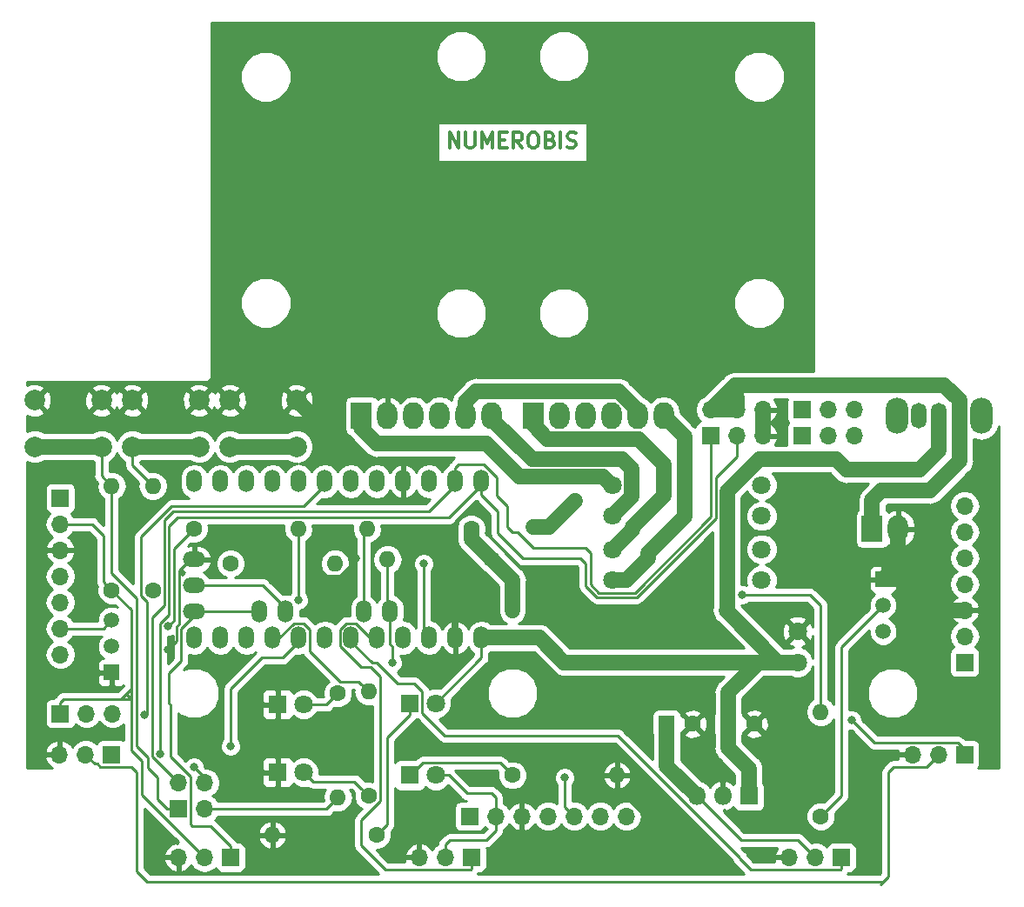
<source format=gbr>
G04 #@! TF.GenerationSoftware,KiCad,Pcbnew,(5.0.2)-1*
G04 #@! TF.CreationDate,2019-01-31T22:52:24+01:00*
G04 #@! TF.ProjectId,v3,76332e6b-6963-4616-945f-706362585858,rev?*
G04 #@! TF.SameCoordinates,Original*
G04 #@! TF.FileFunction,Copper,L1,Top*
G04 #@! TF.FilePolarity,Positive*
%FSLAX46Y46*%
G04 Gerber Fmt 4.6, Leading zero omitted, Abs format (unit mm)*
G04 Created by KiCad (PCBNEW (5.0.2)-1) date 31/01/2019 22:52:24*
%MOMM*%
%LPD*%
G01*
G04 APERTURE LIST*
G04 #@! TA.AperFunction,NonConductor*
%ADD10C,0.300000*%
G04 #@! TD*
G04 #@! TA.AperFunction,ComponentPad*
%ADD11C,1.800000*%
G04 #@! TD*
G04 #@! TA.AperFunction,ComponentPad*
%ADD12O,1.501140X2.199640*%
G04 #@! TD*
G04 #@! TA.AperFunction,ComponentPad*
%ADD13O,2.199640X1.501140*%
G04 #@! TD*
G04 #@! TA.AperFunction,ComponentPad*
%ADD14R,1.600000X1.600000*%
G04 #@! TD*
G04 #@! TA.AperFunction,ComponentPad*
%ADD15C,1.600000*%
G04 #@! TD*
G04 #@! TA.AperFunction,ComponentPad*
%ADD16O,1.700000X1.700000*%
G04 #@! TD*
G04 #@! TA.AperFunction,ComponentPad*
%ADD17R,1.700000X1.700000*%
G04 #@! TD*
G04 #@! TA.AperFunction,ComponentPad*
%ADD18R,1.520000X1.520000*%
G04 #@! TD*
G04 #@! TA.AperFunction,ComponentPad*
%ADD19C,1.520000*%
G04 #@! TD*
G04 #@! TA.AperFunction,ComponentPad*
%ADD20O,1.600000X1.600000*%
G04 #@! TD*
G04 #@! TA.AperFunction,ComponentPad*
%ADD21O,1.800000X1.800000*%
G04 #@! TD*
G04 #@! TA.AperFunction,ComponentPad*
%ADD22R,1.800000X1.800000*%
G04 #@! TD*
G04 #@! TA.AperFunction,ComponentPad*
%ADD23O,2.000000X2.600000*%
G04 #@! TD*
G04 #@! TA.AperFunction,ComponentPad*
%ADD24R,2.000000X2.600000*%
G04 #@! TD*
G04 #@! TA.AperFunction,ComponentPad*
%ADD25C,2.000000*%
G04 #@! TD*
G04 #@! TA.AperFunction,ComponentPad*
%ADD26O,2.200000X3.500000*%
G04 #@! TD*
G04 #@! TA.AperFunction,ComponentPad*
%ADD27O,1.500000X2.500000*%
G04 #@! TD*
G04 #@! TA.AperFunction,ComponentPad*
%ADD28R,1.500000X2.500000*%
G04 #@! TD*
G04 #@! TA.AperFunction,ViaPad*
%ADD29C,0.800000*%
G04 #@! TD*
G04 #@! TA.AperFunction,Conductor*
%ADD30C,1.500000*%
G04 #@! TD*
G04 #@! TA.AperFunction,Conductor*
%ADD31C,0.250000*%
G04 #@! TD*
G04 #@! TA.AperFunction,Conductor*
%ADD32C,0.254000*%
G04 #@! TD*
G04 APERTURE END LIST*
D10*
X88888857Y-47922571D02*
X88888857Y-46422571D01*
X89746000Y-47922571D01*
X89746000Y-46422571D01*
X90460285Y-46422571D02*
X90460285Y-47636857D01*
X90531714Y-47779714D01*
X90603142Y-47851142D01*
X90746000Y-47922571D01*
X91031714Y-47922571D01*
X91174571Y-47851142D01*
X91246000Y-47779714D01*
X91317428Y-47636857D01*
X91317428Y-46422571D01*
X92031714Y-47922571D02*
X92031714Y-46422571D01*
X92531714Y-47494000D01*
X93031714Y-46422571D01*
X93031714Y-47922571D01*
X93746000Y-47136857D02*
X94246000Y-47136857D01*
X94460285Y-47922571D02*
X93746000Y-47922571D01*
X93746000Y-46422571D01*
X94460285Y-46422571D01*
X95960285Y-47922571D02*
X95460285Y-47208285D01*
X95103142Y-47922571D02*
X95103142Y-46422571D01*
X95674571Y-46422571D01*
X95817428Y-46494000D01*
X95888857Y-46565428D01*
X95960285Y-46708285D01*
X95960285Y-46922571D01*
X95888857Y-47065428D01*
X95817428Y-47136857D01*
X95674571Y-47208285D01*
X95103142Y-47208285D01*
X96888857Y-46422571D02*
X97174571Y-46422571D01*
X97317428Y-46494000D01*
X97460285Y-46636857D01*
X97531714Y-46922571D01*
X97531714Y-47422571D01*
X97460285Y-47708285D01*
X97317428Y-47851142D01*
X97174571Y-47922571D01*
X96888857Y-47922571D01*
X96746000Y-47851142D01*
X96603142Y-47708285D01*
X96531714Y-47422571D01*
X96531714Y-46922571D01*
X96603142Y-46636857D01*
X96746000Y-46494000D01*
X96888857Y-46422571D01*
X98674571Y-47136857D02*
X98888857Y-47208285D01*
X98960285Y-47279714D01*
X99031714Y-47422571D01*
X99031714Y-47636857D01*
X98960285Y-47779714D01*
X98888857Y-47851142D01*
X98746000Y-47922571D01*
X98174571Y-47922571D01*
X98174571Y-46422571D01*
X98674571Y-46422571D01*
X98817428Y-46494000D01*
X98888857Y-46565428D01*
X98960285Y-46708285D01*
X98960285Y-46851142D01*
X98888857Y-46994000D01*
X98817428Y-47065428D01*
X98674571Y-47136857D01*
X98174571Y-47136857D01*
X99674571Y-47922571D02*
X99674571Y-46422571D01*
X100317428Y-47851142D02*
X100531714Y-47922571D01*
X100888857Y-47922571D01*
X101031714Y-47851142D01*
X101103142Y-47779714D01*
X101174571Y-47636857D01*
X101174571Y-47494000D01*
X101103142Y-47351142D01*
X101031714Y-47279714D01*
X100888857Y-47208285D01*
X100603142Y-47136857D01*
X100460285Y-47065428D01*
X100388857Y-46994000D01*
X100317428Y-46851142D01*
X100317428Y-46708285D01*
X100388857Y-46565428D01*
X100460285Y-46494000D01*
X100603142Y-46422571D01*
X100960285Y-46422571D01*
X101174571Y-46494000D01*
D11*
G04 #@! TO.P,PCB101,1*
G04 #@! TO.N,/AlimArduino*
X122750000Y-98000000D03*
G04 #@! TO.P,PCB101,2*
G04 #@! TO.N,-BATT*
X122750000Y-95000000D03*
G04 #@! TO.P,PCB101,3*
G04 #@! TO.N,/IN1_HBridge*
X119250000Y-90000000D03*
G04 #@! TO.P,PCB101,4*
G04 #@! TO.N,/IN2_HBridge*
X119250000Y-87000000D03*
G04 #@! TO.P,PCB101,5*
G04 #@! TO.N,/IN3_HBridge*
X119250000Y-83750000D03*
G04 #@! TO.P,PCB101,6*
G04 #@! TO.N,/IN4_HBridge*
X119250000Y-80750000D03*
G04 #@! TO.P,PCB101,7*
G04 #@! TO.N,/MotorLeftN*
X104750000Y-90000000D03*
G04 #@! TO.P,PCB101,8*
G04 #@! TO.N,/MotorLeftP*
X104750000Y-87000000D03*
G04 #@! TO.P,PCB101,9*
G04 #@! TO.N,/MotorRightN*
X104750000Y-83750000D03*
G04 #@! TO.P,PCB101,10*
G04 #@! TO.N,/MotorRightP*
X104750000Y-80750000D03*
G04 #@! TD*
D12*
G04 #@! TO.P,IC101,28*
G04 #@! TO.N,/interface1*
X72920000Y-93080000D03*
G04 #@! TO.P,IC101,27*
G04 #@! TO.N,/distanceSensor3*
X70380000Y-93080000D03*
G04 #@! TO.P,IC101,1*
G04 #@! TO.N,/TX*
X91970000Y-80380000D03*
G04 #@! TO.P,IC101,2*
G04 #@! TO.N,/RX*
X89430000Y-80380000D03*
G04 #@! TO.P,IC101,3*
G04 #@! TO.N,/Reset*
X86890000Y-80380000D03*
G04 #@! TO.P,IC101,4*
G04 #@! TO.N,-BATT*
X84350000Y-80380000D03*
G04 #@! TO.P,IC101,5*
G04 #@! TO.N,/CoderLeftA*
X81810000Y-80380000D03*
G04 #@! TO.P,IC101,6*
G04 #@! TO.N,/CoderRightA*
X79270000Y-80380000D03*
G04 #@! TO.P,IC101,7*
G04 #@! TO.N,/arduinoGroundSensorEmitter*
X76730000Y-80380000D03*
G04 #@! TO.P,IC101,8*
G04 #@! TO.N,/IN1_HBridge*
X74190000Y-80380000D03*
G04 #@! TO.P,IC101,9*
G04 #@! TO.N,/IN3_HBridge*
X71650000Y-80380000D03*
G04 #@! TO.P,IC101,10*
G04 #@! TO.N,/CoderLeftB*
X69110000Y-80380000D03*
G04 #@! TO.P,IC101,11*
G04 #@! TO.N,/CoderRightB*
X66570000Y-80380000D03*
G04 #@! TO.P,IC101,12*
G04 #@! TO.N,/TOF3_XSHUT_CTRL*
X64030000Y-80380000D03*
G04 #@! TO.P,IC101,13*
G04 #@! TO.N,/IN2_HBridge*
X64030000Y-95620000D03*
G04 #@! TO.P,IC101,14*
G04 #@! TO.N,/IN4_HBridge*
X66570000Y-95620000D03*
G04 #@! TO.P,IC101,15*
G04 #@! TO.N,/TOF2_XSHUT_CTRL*
X69110000Y-95620000D03*
G04 #@! TO.P,IC101,16*
G04 #@! TO.N,/Led1*
X71650000Y-95620000D03*
G04 #@! TO.P,IC101,17*
G04 #@! TO.N,/groundSensor1*
X74190000Y-95620000D03*
G04 #@! TO.P,IC101,18*
G04 #@! TO.N,/groundSensor2*
X76730000Y-95620000D03*
G04 #@! TO.P,IC101,19*
G04 #@! TO.N,/distanceSensor1*
X79270000Y-95620000D03*
G04 #@! TO.P,IC101,20*
G04 #@! TO.N,/distanceSensor2*
X81810000Y-95620000D03*
G04 #@! TO.P,IC101,21*
G04 #@! TO.N,Net-(IC101-Pad21)*
X84350000Y-95620000D03*
G04 #@! TO.P,IC101,22*
G04 #@! TO.N,/Reset*
X86890000Y-95620000D03*
G04 #@! TO.P,IC101,23*
G04 #@! TO.N,-BATT*
X89430000Y-95620000D03*
G04 #@! TO.P,IC101,24*
G04 #@! TO.N,/AlimArduino*
X91970000Y-95620000D03*
G04 #@! TO.P,IC101,25*
G04 #@! TO.N,/TOF_SDA*
X80540000Y-93080000D03*
G04 #@! TO.P,IC101,26*
G04 #@! TO.N,/TOF_SCL*
X83080000Y-93080000D03*
D13*
G04 #@! TO.P,IC101,27*
G04 #@! TO.N,/distanceSensor3*
X64030000Y-93080000D03*
G04 #@! TO.P,IC101,28*
G04 #@! TO.N,/interface1*
X64030000Y-90540000D03*
G04 #@! TO.P,IC101,29*
G04 #@! TO.N,-BATT*
X64030000Y-88000000D03*
G04 #@! TD*
D14*
G04 #@! TO.P,C101,1*
G04 #@! TO.N,/AlimArduino*
X116000000Y-104000000D03*
D15*
G04 #@! TO.P,C101,2*
G04 #@! TO.N,-BATT*
X118500000Y-104000000D03*
G04 #@! TD*
G04 #@! TO.P,C102,2*
G04 #@! TO.N,-BATT*
X112500000Y-104000000D03*
D14*
G04 #@! TO.P,C102,1*
G04 #@! TO.N,/5V*
X110000000Y-104000000D03*
G04 #@! TD*
D16*
G04 #@! TO.P,J104,4*
G04 #@! TO.N,/TX*
X65024000Y-109728000D03*
G04 #@! TO.P,J104,3*
G04 #@! TO.N,/Led2*
X65024000Y-112268000D03*
G04 #@! TO.P,J104,2*
G04 #@! TO.N,/RX*
X62484000Y-109728000D03*
D17*
G04 #@! TO.P,J104,1*
G04 #@! TO.N,/Button2*
X62484000Y-112268000D03*
G04 #@! TD*
D16*
G04 #@! TO.P,J106,3*
G04 #@! TO.N,/arduinoGroundSensorEmitter*
X56080000Y-103000000D03*
G04 #@! TO.P,J106,2*
G04 #@! TO.N,/groundSensorEmitter*
X53540000Y-103000000D03*
D17*
G04 #@! TO.P,J106,1*
G04 #@! TO.N,/5V*
X51000000Y-103000000D03*
G04 #@! TD*
D18*
G04 #@! TO.P,Q101,1*
G04 #@! TO.N,-BATT*
X56000000Y-99000000D03*
D19*
G04 #@! TO.P,Q101,3*
G04 #@! TO.N,/TOF2_XSHUT*
X56000000Y-93920000D03*
G04 #@! TO.P,Q101,2*
G04 #@! TO.N,Net-(Q101-Pad2)*
X56000000Y-96460000D03*
G04 #@! TD*
G04 #@! TO.P,Q102,2*
G04 #@! TO.N,Net-(Q102-Pad2)*
X131064000Y-92456000D03*
G04 #@! TO.P,Q102,3*
G04 #@! TO.N,/TOF3_XSHUT*
X131064000Y-94996000D03*
D18*
G04 #@! TO.P,Q102,1*
G04 #@! TO.N,-BATT*
X131064000Y-89916000D03*
G04 #@! TD*
D20*
G04 #@! TO.P,R101,2*
G04 #@! TO.N,/Reset*
X77724000Y-88392000D03*
D15*
G04 #@! TO.P,R101,1*
G04 #@! TO.N,/5V*
X67564000Y-88392000D03*
G04 #@! TD*
D20*
G04 #@! TO.P,R102,2*
G04 #@! TO.N,/Button2*
X56000000Y-80840000D03*
D15*
G04 #@! TO.P,R102,1*
G04 #@! TO.N,/5V*
X56000000Y-91000000D03*
G04 #@! TD*
G04 #@! TO.P,R103,1*
G04 #@! TO.N,/5V*
X60000000Y-91000000D03*
D20*
G04 #@! TO.P,R103,2*
G04 #@! TO.N,/Button1*
X60000000Y-80840000D03*
G04 #@! TD*
G04 #@! TO.P,R104,2*
G04 #@! TO.N,/TOF_SCL*
X82840000Y-88000000D03*
D15*
G04 #@! TO.P,R104,1*
G04 #@! TO.N,/5V*
X93000000Y-88000000D03*
G04 #@! TD*
G04 #@! TO.P,R105,1*
G04 #@! TO.N,/5V*
X91000000Y-85000000D03*
D20*
G04 #@! TO.P,R105,2*
G04 #@! TO.N,/TOF_SDA*
X80840000Y-85000000D03*
G04 #@! TD*
G04 #@! TO.P,R106,2*
G04 #@! TO.N,/TOF2_XSHUT_CTRL*
X74160000Y-85000000D03*
D15*
G04 #@! TO.P,R106,1*
G04 #@! TO.N,Net-(Q101-Pad2)*
X64000000Y-85000000D03*
G04 #@! TD*
G04 #@! TO.P,R107,1*
G04 #@! TO.N,Net-(LED1-Pad2)*
X81000000Y-111000000D03*
D20*
G04 #@! TO.P,R107,2*
G04 #@! TO.N,/Led1*
X81000000Y-100840000D03*
G04 #@! TD*
G04 #@! TO.P,R108,2*
G04 #@! TO.N,/Led2*
X78000000Y-111160000D03*
D15*
G04 #@! TO.P,R108,1*
G04 #@! TO.N,Net-(LED2-Pad2)*
X78000000Y-101000000D03*
G04 #@! TD*
G04 #@! TO.P,R109,1*
G04 #@! TO.N,Net-(Q102-Pad2)*
X125000000Y-113000000D03*
D20*
G04 #@! TO.P,R109,2*
G04 #@! TO.N,/TOF3_XSHUT_CTRL*
X125000000Y-102840000D03*
G04 #@! TD*
D15*
G04 #@! TO.P,R116,1*
G04 #@! TO.N,Net-(5V_1-Pad1)*
X95000000Y-109000000D03*
D20*
G04 #@! TO.P,R116,2*
G04 #@! TO.N,-BATT*
X105160000Y-109000000D03*
G04 #@! TD*
G04 #@! TO.P,R117,2*
G04 #@! TO.N,-BATT*
X71628000Y-114808000D03*
D15*
G04 #@! TO.P,R117,1*
G04 #@! TO.N,Net-(POWER_1-Pad1)*
X81788000Y-114808000D03*
G04 #@! TD*
D21*
G04 #@! TO.P,U101,3*
G04 #@! TO.N,/5V*
X112920000Y-111000000D03*
G04 #@! TO.P,U101,2*
G04 #@! TO.N,-BATT*
X115460000Y-111000000D03*
D22*
G04 #@! TO.P,U101,1*
G04 #@! TO.N,/AlimArduino*
X118000000Y-111000000D03*
G04 #@! TD*
D11*
G04 #@! TO.P,5V_1,2*
G04 #@! TO.N,/5V*
X87540000Y-109000000D03*
D22*
G04 #@! TO.P,5V_1,1*
G04 #@! TO.N,Net-(5V_1-Pad1)*
X85000000Y-109000000D03*
G04 #@! TD*
D23*
G04 #@! TO.P,BATT1,2*
G04 #@! TO.N,-BATT*
X132540000Y-85000000D03*
D24*
G04 #@! TO.P,BATT1,1*
G04 #@! TO.N,+BATT*
X130000000Y-85000000D03*
G04 #@! TD*
D25*
G04 #@! TO.P,BUTT1,1*
G04 #@! TO.N,/Button1*
X58000000Y-77000000D03*
G04 #@! TO.P,BUTT1,2*
G04 #@! TO.N,-BATT*
X58000000Y-72500000D03*
G04 #@! TO.P,BUTT1,1*
G04 #@! TO.N,/Button1*
X64500000Y-77000000D03*
G04 #@! TO.P,BUTT1,2*
G04 #@! TO.N,-BATT*
X64500000Y-72500000D03*
G04 #@! TD*
G04 #@! TO.P,BUTT2,2*
G04 #@! TO.N,-BATT*
X55000000Y-72500000D03*
G04 #@! TO.P,BUTT2,1*
G04 #@! TO.N,/Button2*
X55000000Y-77000000D03*
G04 #@! TO.P,BUTT2,2*
G04 #@! TO.N,-BATT*
X48500000Y-72500000D03*
G04 #@! TO.P,BUTT2,1*
G04 #@! TO.N,/Button2*
X48500000Y-77000000D03*
G04 #@! TD*
D16*
G04 #@! TO.P,ext1,6*
G04 #@! TO.N,-BATT*
X119380000Y-73406000D03*
G04 #@! TO.P,ext1,5*
X119380000Y-75946000D03*
G04 #@! TO.P,ext1,4*
G04 #@! TO.N,+BATT*
X116840000Y-73406000D03*
G04 #@! TO.P,ext1,3*
G04 #@! TO.N,/TX*
X116840000Y-75946000D03*
G04 #@! TO.P,ext1,2*
G04 #@! TO.N,+BATT*
X114300000Y-73406000D03*
D17*
G04 #@! TO.P,ext1,1*
G04 #@! TO.N,/RX*
X114300000Y-75946000D03*
G04 #@! TD*
D22*
G04 #@! TO.P,LED1,1*
G04 #@! TO.N,-BATT*
X72136000Y-108712000D03*
D11*
G04 #@! TO.P,LED1,2*
G04 #@! TO.N,Net-(LED1-Pad2)*
X74676000Y-108712000D03*
G04 #@! TD*
G04 #@! TO.P,LED2,2*
G04 #@! TO.N,Net-(LED2-Pad2)*
X74676000Y-102108000D03*
D22*
G04 #@! TO.P,LED2,1*
G04 #@! TO.N,-BATT*
X72136000Y-102108000D03*
G04 #@! TD*
D23*
G04 #@! TO.P,MOT_L_1,6*
G04 #@! TO.N,/MotorLeftN*
X109700000Y-74000000D03*
G04 #@! TO.P,MOT_L_1,5*
G04 #@! TO.N,/5V*
X107160000Y-74000000D03*
G04 #@! TO.P,MOT_L_1,4*
G04 #@! TO.N,/CoderLeftB*
X104620000Y-74000000D03*
G04 #@! TO.P,MOT_L_1,3*
G04 #@! TO.N,/CoderLeftA*
X102080000Y-74000000D03*
G04 #@! TO.P,MOT_L_1,2*
G04 #@! TO.N,-BATT*
X99540000Y-74000000D03*
D24*
G04 #@! TO.P,MOT_L_1,1*
G04 #@! TO.N,/MotorLeftP*
X97000000Y-74000000D03*
G04 #@! TD*
G04 #@! TO.P,MOT_R_1,1*
G04 #@! TO.N,/MotorRightP*
X80300000Y-74000000D03*
D23*
G04 #@! TO.P,MOT_R_1,2*
G04 #@! TO.N,-BATT*
X82840000Y-74000000D03*
G04 #@! TO.P,MOT_R_1,3*
G04 #@! TO.N,/CoderRightA*
X85380000Y-74000000D03*
G04 #@! TO.P,MOT_R_1,4*
G04 #@! TO.N,/CoderRightB*
X87920000Y-74000000D03*
G04 #@! TO.P,MOT_R_1,5*
G04 #@! TO.N,/5V*
X90460000Y-74000000D03*
G04 #@! TO.P,MOT_R_1,6*
G04 #@! TO.N,/MotorRightN*
X93000000Y-74000000D03*
G04 #@! TD*
D22*
G04 #@! TO.P,POWER_1,1*
G04 #@! TO.N,Net-(POWER_1-Pad1)*
X85000000Y-102000000D03*
D11*
G04 #@! TO.P,POWER_1,2*
G04 #@! TO.N,/AlimArduino*
X87540000Y-102000000D03*
G04 #@! TD*
D26*
G04 #@! TO.P,PWR_1,*
G04 #@! TO.N,*
X132400000Y-74000000D03*
X140600000Y-74000000D03*
D27*
G04 #@! TO.P,PWR_1,3*
G04 #@! TO.N,N/C*
X134500000Y-74000000D03*
G04 #@! TO.P,PWR_1,2*
G04 #@! TO.N,/AlimArduino*
X136500000Y-74000000D03*
D28*
G04 #@! TO.P,PWR_1,1*
G04 #@! TO.N,+BATT*
X138500000Y-74000000D03*
G04 #@! TD*
D17*
G04 #@! TO.P,QTR_1,1*
G04 #@! TO.N,/groundSensor2*
X139000000Y-107000000D03*
D16*
G04 #@! TO.P,QTR_1,2*
G04 #@! TO.N,/groundSensorEmitter*
X136460000Y-107000000D03*
G04 #@! TO.P,QTR_1,3*
G04 #@! TO.N,-BATT*
X133920000Y-107000000D03*
G04 #@! TD*
G04 #@! TO.P,QTR_2,3*
G04 #@! TO.N,-BATT*
X50920000Y-107000000D03*
G04 #@! TO.P,QTR_2,2*
G04 #@! TO.N,/groundSensorEmitter*
X53460000Y-107000000D03*
D17*
G04 #@! TO.P,QTR_2,1*
G04 #@! TO.N,/groundSensor1*
X56000000Y-107000000D03*
G04 #@! TD*
D16*
G04 #@! TO.P,SHARP1,3*
G04 #@! TO.N,-BATT*
X121920000Y-117000000D03*
G04 #@! TO.P,SHARP1,2*
G04 #@! TO.N,/5V*
X124460000Y-117000000D03*
D17*
G04 #@! TO.P,SHARP1,1*
G04 #@! TO.N,/distanceSensor1*
X127000000Y-117000000D03*
G04 #@! TD*
G04 #@! TO.P,SHARP2,1*
G04 #@! TO.N,/distanceSensor2*
X91000000Y-117000000D03*
D16*
G04 #@! TO.P,SHARP2,2*
G04 #@! TO.N,/5V*
X88460000Y-117000000D03*
G04 #@! TO.P,SHARP2,3*
G04 #@! TO.N,-BATT*
X85920000Y-117000000D03*
G04 #@! TD*
G04 #@! TO.P,SHARP3,3*
G04 #@! TO.N,-BATT*
X62484000Y-117000000D03*
G04 #@! TO.P,SHARP3,2*
G04 #@! TO.N,/5V*
X65024000Y-117000000D03*
D17*
G04 #@! TO.P,SHARP3,1*
G04 #@! TO.N,/distanceSensor3*
X67564000Y-117000000D03*
G04 #@! TD*
D16*
G04 #@! TO.P,VL53_1,7*
G04 #@! TO.N,/TOF1_GPIO1*
X106080000Y-113000000D03*
G04 #@! TO.P,VL53_1,6*
G04 #@! TO.N,/TOF1_XSHUT*
X103540000Y-113000000D03*
G04 #@! TO.P,VL53_1,5*
G04 #@! TO.N,/TOF_SCL*
X101000000Y-113000000D03*
G04 #@! TO.P,VL53_1,4*
G04 #@! TO.N,/TOF_SDA*
X98460000Y-113000000D03*
G04 #@! TO.P,VL53_1,3*
G04 #@! TO.N,-BATT*
X95920000Y-113000000D03*
G04 #@! TO.P,VL53_1,2*
G04 #@! TO.N,/5V*
X93380000Y-113000000D03*
D17*
G04 #@! TO.P,VL53_1,1*
G04 #@! TO.N,/TOF1_VDD*
X90840000Y-113000000D03*
G04 #@! TD*
D16*
G04 #@! TO.P,VL53_2,7*
G04 #@! TO.N,/TOF2_GPIO1*
X51000000Y-97240000D03*
G04 #@! TO.P,VL53_2,6*
G04 #@! TO.N,/TOF2_XSHUT*
X51000000Y-94700000D03*
G04 #@! TO.P,VL53_2,5*
G04 #@! TO.N,/TOF_SCL*
X51000000Y-92160000D03*
G04 #@! TO.P,VL53_2,4*
G04 #@! TO.N,/TOF_SDA*
X51000000Y-89620000D03*
G04 #@! TO.P,VL53_2,3*
G04 #@! TO.N,-BATT*
X51000000Y-87080000D03*
G04 #@! TO.P,VL53_2,2*
G04 #@! TO.N,/5V*
X51000000Y-84540000D03*
D17*
G04 #@! TO.P,VL53_2,1*
G04 #@! TO.N,/TOF2_VDD*
X51000000Y-82000000D03*
G04 #@! TD*
G04 #@! TO.P,VL53_3,1*
G04 #@! TO.N,/TOF3_VDD*
X139000000Y-98000000D03*
D16*
G04 #@! TO.P,VL53_3,2*
G04 #@! TO.N,/5V*
X139000000Y-95460000D03*
G04 #@! TO.P,VL53_3,3*
G04 #@! TO.N,-BATT*
X139000000Y-92920000D03*
G04 #@! TO.P,VL53_3,4*
G04 #@! TO.N,/TOF_SDA*
X139000000Y-90380000D03*
G04 #@! TO.P,VL53_3,5*
G04 #@! TO.N,/TOF_SCL*
X139000000Y-87840000D03*
G04 #@! TO.P,VL53_3,6*
G04 #@! TO.N,/TOF3_XSHUT*
X139000000Y-85300000D03*
G04 #@! TO.P,VL53_3,7*
G04 #@! TO.N,Net-(VL53_3-Pad7)*
X139000000Y-82760000D03*
G04 #@! TD*
D17*
G04 #@! TO.P,interface1,1*
G04 #@! TO.N,/Button1*
X123190000Y-73406000D03*
D16*
G04 #@! TO.P,interface1,2*
G04 #@! TO.N,/interface1*
X125730000Y-73406000D03*
G04 #@! TO.P,interface1,3*
G04 #@! TO.N,/IR_start*
X128270000Y-73406000D03*
G04 #@! TD*
G04 #@! TO.P,MicroStart1,3*
G04 #@! TO.N,/5V*
X128270000Y-75946000D03*
G04 #@! TO.P,MicroStart1,2*
G04 #@! TO.N,-BATT*
X125730000Y-75946000D03*
D17*
G04 #@! TO.P,MicroStart1,1*
G04 #@! TO.N,/IR_start*
X123190000Y-75946000D03*
G04 #@! TD*
D25*
G04 #@! TO.P,reset1,1*
G04 #@! TO.N,/Reset*
X67500000Y-77000000D03*
G04 #@! TO.P,reset1,2*
G04 #@! TO.N,-BATT*
X67500000Y-72500000D03*
G04 #@! TO.P,reset1,1*
G04 #@! TO.N,/Reset*
X74000000Y-77000000D03*
G04 #@! TO.P,reset1,2*
G04 #@! TO.N,-BATT*
X74000000Y-72500000D03*
G04 #@! TD*
D29*
G04 #@! TO.N,/5V*
X97028000Y-84836000D03*
X94996000Y-92964000D03*
X101092000Y-82296000D03*
G04 #@! TO.N,/TX*
X64008000Y-108204000D03*
X60705062Y-106923756D03*
G04 #@! TO.N,/Reset*
X86360000Y-88392000D03*
G04 #@! TO.N,/TOF2_XSHUT_CTRL*
X74168000Y-91948000D03*
G04 #@! TO.N,/groundSensor1*
X67564000Y-106172000D03*
G04 #@! TO.N,/groundSensor2*
X128016000Y-103632000D03*
G04 #@! TO.N,/TOF_SCL*
X100076000Y-109220000D03*
X83312000Y-98044000D03*
G04 #@! TO.N,-BATT*
X77216000Y-75692000D03*
X68072000Y-98044000D03*
X111760000Y-116840000D03*
X57404000Y-87884000D03*
X61468000Y-96774000D03*
X76200000Y-89133009D03*
X79756000Y-87884000D03*
X89154000Y-88392000D03*
G04 #@! TO.N,/arduinoGroundSensorEmitter*
X59219000Y-103124000D03*
G04 #@! TO.N,/TOF3_XSHUT_CTRL*
X117348000Y-91440000D03*
G04 #@! TO.N,Net-(Q101-Pad2)*
X61472653Y-94492653D03*
G04 #@! TD*
D30*
G04 #@! TO.N,/AlimArduino*
X122750000Y-98000000D02*
X100032000Y-98000000D01*
X97652000Y-95620000D02*
X91970000Y-95620000D01*
X100032000Y-98000000D02*
X97652000Y-95620000D01*
X122750000Y-98000000D02*
X118916000Y-98000000D01*
X116000000Y-100916000D02*
X116000000Y-104000000D01*
X118916000Y-98000000D02*
X116000000Y-100916000D01*
X116000000Y-104000000D02*
X116000000Y-106348000D01*
X118000000Y-108348000D02*
X118000000Y-111000000D01*
X116000000Y-106348000D02*
X118000000Y-108348000D01*
D31*
X91970000Y-97570000D02*
X91970000Y-95620000D01*
X87540000Y-102000000D02*
X91970000Y-97570000D01*
D30*
X122750000Y-98000000D02*
X120860000Y-98000000D01*
X120860000Y-98000000D02*
X115824000Y-92964000D01*
X115883010Y-81378988D02*
X119029998Y-78232000D01*
X115883010Y-92904990D02*
X115883010Y-81378988D01*
X115824000Y-92964000D02*
X115883010Y-92904990D01*
X125984000Y-78232000D02*
X126492000Y-78232000D01*
X119029998Y-78232000D02*
X125984000Y-78232000D01*
X126492000Y-78232000D02*
X127508000Y-79248000D01*
X127508000Y-79248000D02*
X134620000Y-79248000D01*
X136500000Y-77368000D02*
X136500000Y-74000000D01*
X134620000Y-79248000D02*
X136500000Y-77368000D01*
G04 #@! TO.N,/5V*
X110000000Y-108080000D02*
X112920000Y-111000000D01*
X110000000Y-104000000D02*
X110000000Y-108080000D01*
D31*
X117236000Y-115316000D02*
X112920000Y-111000000D01*
X55200001Y-90200001D02*
X55200001Y-85680001D01*
X56000000Y-91000000D02*
X55200001Y-90200001D01*
X54060000Y-84540000D02*
X51000000Y-84540000D01*
X55200001Y-85680001D02*
X54060000Y-84540000D01*
X51000000Y-101900000D02*
X51300000Y-101600000D01*
X51000000Y-103000000D02*
X51000000Y-101900000D01*
X51300000Y-101600000D02*
X56896000Y-101600000D01*
X57912000Y-92912000D02*
X56000000Y-91000000D01*
X57912000Y-100584000D02*
X57912000Y-92912000D01*
X56896000Y-101600000D02*
X57404000Y-101092000D01*
X57404000Y-101092000D02*
X57912000Y-100584000D01*
X56896000Y-101600000D02*
X57912000Y-101600000D01*
X57912000Y-101600000D02*
X57404000Y-101092000D01*
X57912000Y-101600000D02*
X57912000Y-100584000D01*
X58928000Y-110904000D02*
X65024000Y-117000000D01*
X58928000Y-107642998D02*
X58928000Y-110904000D01*
X57912000Y-106626998D02*
X58928000Y-107642998D01*
X57912000Y-101600000D02*
X57912000Y-106626998D01*
X93380000Y-111160000D02*
X93380000Y-113000000D01*
X92964000Y-110744000D02*
X93380000Y-111160000D01*
X90556792Y-110744000D02*
X92964000Y-110744000D01*
X87540000Y-109000000D02*
X88812792Y-109000000D01*
X88812792Y-109000000D02*
X90556792Y-110744000D01*
D30*
X94996000Y-89996000D02*
X93000000Y-88000000D01*
X94996000Y-92964000D02*
X94996000Y-89996000D01*
X91000000Y-86000000D02*
X93000000Y-88000000D01*
X91000000Y-85000000D02*
X91000000Y-86000000D01*
X97028000Y-84836000D02*
X98552000Y-84836000D01*
X98552000Y-84836000D02*
X101092000Y-82296000D01*
X90460000Y-74000000D02*
X90460000Y-72608000D01*
X90460000Y-72608000D02*
X91440000Y-71628000D01*
X107160000Y-73482270D02*
X107160000Y-74000000D01*
X105305730Y-71628000D02*
X107160000Y-73482270D01*
X91440000Y-71628000D02*
X105305730Y-71628000D01*
D31*
X122776000Y-115316000D02*
X124460000Y-117000000D01*
X117236000Y-115316000D02*
X122776000Y-115316000D01*
X92456000Y-115316000D02*
X88900000Y-115316000D01*
X93380000Y-113000000D02*
X93380000Y-114392000D01*
X93380000Y-114392000D02*
X92456000Y-115316000D01*
X88460000Y-115756000D02*
X88900000Y-115316000D01*
X88460000Y-117000000D02*
X88460000Y-115756000D01*
G04 #@! TO.N,/distanceSensor3*
X70380000Y-93080000D02*
X64030000Y-93080000D01*
X67564000Y-115900000D02*
X67564000Y-117000000D01*
X63659001Y-109163999D02*
X63659001Y-113792000D01*
X61683002Y-107188000D02*
X63659001Y-109163999D01*
X61683002Y-102097996D02*
X61683002Y-107188000D01*
X61575011Y-99060000D02*
X61575011Y-101990005D01*
X63659001Y-113792000D02*
X63818002Y-113951001D01*
X62738000Y-97897011D02*
X61575011Y-99060000D01*
X63818002Y-113951001D02*
X65615001Y-113951001D01*
X62738000Y-94742000D02*
X62738000Y-97897011D01*
X65615001Y-113951001D02*
X67564000Y-115900000D01*
X61575011Y-101990005D02*
X61683002Y-102097996D01*
X64030000Y-93450000D02*
X62738000Y-94742000D01*
X64030000Y-93080000D02*
X64030000Y-93450000D01*
G04 #@! TO.N,/distanceSensor2*
X90924999Y-118175001D02*
X91000000Y-118100000D01*
X80264000Y-115824000D02*
X82615001Y-118175001D01*
X91000000Y-118100000D02*
X91000000Y-117000000D01*
X80264000Y-113401002D02*
X80264000Y-115824000D01*
X82125001Y-111540001D02*
X80264000Y-113401002D01*
X82125001Y-99397001D02*
X82125001Y-111540001D01*
X81222010Y-98494010D02*
X82125001Y-99397001D01*
X80273661Y-98494010D02*
X81222010Y-98494010D01*
X82615001Y-118175001D02*
X90924999Y-118175001D01*
X81810000Y-95620000D02*
X81140349Y-95620000D01*
X81140349Y-95620000D02*
X79715519Y-94195170D01*
X79715519Y-94195170D02*
X78824481Y-94195170D01*
X78824481Y-94195170D02*
X78194420Y-94825231D01*
X78194420Y-94825231D02*
X78194420Y-96414769D01*
X78194420Y-96414769D02*
X80273661Y-98494010D01*
G04 #@! TO.N,/distanceSensor1*
X105281999Y-105175001D02*
X88411001Y-105175001D01*
X117106998Y-117000000D02*
X105281999Y-105175001D01*
X88411001Y-105175001D02*
X86225001Y-102989001D01*
X86225001Y-102989001D02*
X86225001Y-100839999D01*
X79270000Y-95969250D02*
X79270000Y-95620000D01*
X81344750Y-98044000D02*
X79270000Y-95969250D01*
X81344750Y-98044000D02*
X81788000Y-98044000D01*
X81788000Y-98044000D02*
X83820000Y-100076000D01*
X83820000Y-100076000D02*
X85461002Y-100076000D01*
X86225001Y-100839999D02*
X85461002Y-100076000D01*
X117106998Y-117000000D02*
X117106998Y-117106998D01*
X127000000Y-118100000D02*
X127000000Y-117000000D01*
X126924999Y-118175001D02*
X127000000Y-118100000D01*
X118175001Y-118175001D02*
X126924999Y-118175001D01*
X117106998Y-117106998D02*
X118175001Y-118175001D01*
D30*
G04 #@! TO.N,/Button1*
X64500000Y-77000000D02*
X58000000Y-77000000D01*
D31*
X58000000Y-78840000D02*
X60000000Y-80840000D01*
X58000000Y-77000000D02*
X58000000Y-78840000D01*
G04 #@! TO.N,/TX*
X65024000Y-109728000D02*
X65024000Y-109220000D01*
X65024000Y-109220000D02*
X64008000Y-108204000D01*
X60705062Y-106923756D02*
X60705062Y-94234938D01*
X61575010Y-93364990D02*
X61575010Y-84728990D01*
X60705062Y-94234938D02*
X61575010Y-93364990D01*
X91970000Y-80729250D02*
X91970000Y-80380000D01*
X88824251Y-83874999D02*
X91970000Y-80729250D01*
X62429001Y-83874999D02*
X88824251Y-83874999D01*
X61575010Y-84728990D02*
X62429001Y-83874999D01*
X91970000Y-80380000D02*
X91970000Y-81729820D01*
X102108000Y-90552410D02*
X103230601Y-91675011D01*
X103230601Y-91675011D02*
X107081400Y-91675010D01*
X107081400Y-91675010D02*
X114808000Y-83948410D01*
X93552180Y-83312000D02*
X93552180Y-85424180D01*
X91970000Y-81729820D02*
X93552180Y-83312000D01*
X93552180Y-85424180D02*
X96012000Y-87884000D01*
X101600000Y-87884000D02*
X102108000Y-88392000D01*
X96012000Y-87884000D02*
X101600000Y-87884000D01*
X102108000Y-88392000D02*
X102108000Y-90552410D01*
X114808000Y-80010000D02*
X116840000Y-77978000D01*
X114808000Y-83948410D02*
X114808000Y-80010000D01*
X116840000Y-77978000D02*
X116840000Y-75946000D01*
G04 #@! TO.N,/RX*
X89430000Y-80729250D02*
X89430000Y-80380000D01*
X86847250Y-83312000D02*
X89430000Y-80729250D01*
X62484000Y-109728000D02*
X59944000Y-107188000D01*
X59944000Y-107188000D02*
X59944000Y-93637001D01*
X59944000Y-93637001D02*
X61125001Y-92456000D01*
X61125001Y-92456000D02*
X61125001Y-84162999D01*
X61125001Y-84162999D02*
X61976000Y-83312000D01*
X61976000Y-83312000D02*
X86847250Y-83312000D01*
X114300000Y-83566000D02*
X114300000Y-75946000D01*
X114300000Y-83820000D02*
X114300000Y-83566000D01*
X94488000Y-82804000D02*
X94488000Y-84836000D01*
X93472000Y-80011651D02*
X93472000Y-81788000D01*
X92200349Y-78740000D02*
X93472000Y-80011651D01*
X89720180Y-78740000D02*
X92200349Y-78740000D01*
X89430000Y-80380000D02*
X89430000Y-79030180D01*
X94996000Y-85344000D02*
X95504000Y-85344000D01*
X93472000Y-81788000D02*
X94488000Y-82804000D01*
X89430000Y-79030180D02*
X89720180Y-78740000D01*
X94488000Y-84836000D02*
X94996000Y-85344000D01*
X95504000Y-85344000D02*
X97028000Y-86868000D01*
X97028000Y-86868000D02*
X102108000Y-86868000D01*
X102108000Y-86868000D02*
X102616000Y-87376000D01*
X102616000Y-87376000D02*
X102616000Y-90424000D01*
X102616000Y-90424000D02*
X103417001Y-91225001D01*
X103417001Y-91225001D02*
X106894999Y-91225001D01*
X106894999Y-91225001D02*
X114300000Y-83820000D01*
D30*
G04 #@! TO.N,/Reset*
X74000000Y-77000000D02*
X67500000Y-77000000D01*
D31*
X86360000Y-95090000D02*
X86890000Y-95620000D01*
X86360000Y-88392000D02*
X86360000Y-95090000D01*
G04 #@! TO.N,/groundSensorEmitter*
X136460000Y-107000000D02*
X135256000Y-108204000D01*
X135256000Y-108204000D02*
X132080000Y-108204000D01*
X58420000Y-116332000D02*
X58420000Y-108712000D01*
X54356000Y-107896000D02*
X53460000Y-107000000D01*
X58420000Y-108712000D02*
X57883001Y-108175001D01*
X54584999Y-107896000D02*
X54864000Y-108175001D01*
X54356000Y-107896000D02*
X54584999Y-107896000D01*
X57883001Y-108175001D02*
X54864000Y-108175001D01*
X131572000Y-108712000D02*
X131572000Y-118872000D01*
X132080000Y-108204000D02*
X131572000Y-108712000D01*
X131572000Y-118872000D02*
X131064000Y-119380000D01*
X131064000Y-119380000D02*
X130844010Y-119599990D01*
X131064000Y-119380000D02*
X59436000Y-119380000D01*
X58420000Y-118364000D02*
X58420000Y-116332000D01*
X59436000Y-119380000D02*
X58420000Y-118364000D01*
G04 #@! TO.N,/TOF2_XSHUT_CTRL*
X74168000Y-85008000D02*
X74160000Y-85000000D01*
X74168000Y-91948000D02*
X74168000Y-85008000D01*
G04 #@! TO.N,/Led1*
X71650000Y-95620000D02*
X72319651Y-95620000D01*
X75265580Y-94825231D02*
X75265580Y-96946420D01*
X74635519Y-94195170D02*
X75265580Y-94825231D01*
X72319651Y-95620000D02*
X73744481Y-94195170D01*
X73744481Y-94195170D02*
X74635519Y-94195170D01*
X80200001Y-100040001D02*
X81000000Y-100840000D01*
X80034999Y-99874999D02*
X80200001Y-100040001D01*
X78194159Y-99874999D02*
X80034999Y-99874999D01*
X75265580Y-96946420D02*
X78194159Y-99874999D01*
G04 #@! TO.N,/groundSensor1*
X67564000Y-106172000D02*
X67564000Y-100584000D01*
X67564000Y-100584000D02*
X70612000Y-97536000D01*
X74190000Y-95969250D02*
X74190000Y-95620000D01*
X72623250Y-97536000D02*
X74190000Y-95969250D01*
X70612000Y-97536000D02*
X72623250Y-97536000D01*
G04 #@! TO.N,/groundSensor2*
X137668000Y-105824999D02*
X138336999Y-105824999D01*
X134605997Y-105824999D02*
X137668000Y-105824999D01*
X139000000Y-106488000D02*
X139000000Y-107000000D01*
X138336999Y-105824999D02*
X139000000Y-106488000D01*
X130208999Y-105824999D02*
X134605997Y-105824999D01*
X128016000Y-103632000D02*
X130208999Y-105824999D01*
G04 #@! TO.N,/TOF_SDA*
X80540000Y-85300000D02*
X80840000Y-85000000D01*
X80540000Y-93080000D02*
X80540000Y-85300000D01*
G04 #@! TO.N,/TOF_SCL*
X82840000Y-92840000D02*
X83080000Y-93080000D01*
X82840000Y-88000000D02*
X82840000Y-92840000D01*
X100076000Y-112076000D02*
X101000000Y-113000000D01*
X100076000Y-109220000D02*
X100076000Y-112076000D01*
X83080000Y-94429820D02*
X83080000Y-93080000D01*
X83080000Y-96220349D02*
X83080000Y-94429820D01*
X83312000Y-96452349D02*
X83080000Y-96220349D01*
X83312000Y-98044000D02*
X83312000Y-96452349D01*
D30*
G04 #@! TO.N,/MotorLeftN*
X111760000Y-76060000D02*
X109700000Y-74000000D01*
X111760000Y-83820000D02*
X111760000Y-76060000D01*
X108204000Y-87376000D02*
X111760000Y-83820000D01*
X108204000Y-87884000D02*
X108204000Y-87376000D01*
X104750000Y-90000000D02*
X106088000Y-90000000D01*
X106088000Y-90000000D02*
X108204000Y-87884000D01*
G04 #@! TO.N,/MotorLeftP*
X106680000Y-85070000D02*
X104750000Y-87000000D01*
X106680000Y-84836000D02*
X106680000Y-85070000D01*
X109728000Y-81788000D02*
X106680000Y-84836000D01*
X98381990Y-76250010D02*
X107238010Y-76250010D01*
X107238010Y-76250010D02*
X109728000Y-78740000D01*
X109728000Y-78740000D02*
X109728000Y-81788000D01*
X97000000Y-74868020D02*
X97000000Y-74000000D01*
X98381990Y-76250010D02*
X97000000Y-74868020D01*
G04 #@! TO.N,/MotorRightP*
X80300000Y-75220000D02*
X80300000Y-74000000D01*
X104750000Y-80750000D02*
X104626000Y-80750000D01*
X104626000Y-80750000D02*
X103808010Y-79932010D01*
X103808010Y-79932010D02*
X95680010Y-79932010D01*
X95680010Y-79932010D02*
X92456000Y-76708000D01*
X92456000Y-76708000D02*
X81788000Y-76708000D01*
X81788000Y-76708000D02*
X80300000Y-75220000D01*
G04 #@! TO.N,/MotorRightN*
X106600001Y-79168001D02*
X106348010Y-78916010D01*
X104750000Y-83750000D02*
X106600001Y-81899999D01*
X106600001Y-81899999D02*
X106600001Y-79168001D01*
X93000000Y-74300000D02*
X93000000Y-74000000D01*
X96932000Y-78232000D02*
X93000000Y-74300000D01*
X105664000Y-78232000D02*
X96932000Y-78232000D01*
X106600001Y-79168001D02*
X105664000Y-78232000D01*
D31*
G04 #@! TO.N,/Led2*
X76892000Y-112268000D02*
X78000000Y-111160000D01*
X65024000Y-112268000D02*
X76892000Y-112268000D01*
D30*
G04 #@! TO.N,/Button2*
X48500000Y-77000000D02*
X55000000Y-77000000D01*
D31*
X55000000Y-79840000D02*
X56000000Y-80840000D01*
X55000000Y-77000000D02*
X55000000Y-79840000D01*
X58420000Y-106172000D02*
X58420000Y-91754998D01*
X62484000Y-112268000D02*
X61384000Y-112268000D01*
X61384000Y-112268000D02*
X60452000Y-111336000D01*
X60452000Y-111336000D02*
X60452000Y-109220000D01*
X56000000Y-89334998D02*
X56000000Y-80840000D01*
X60452000Y-109220000D02*
X59493990Y-108261990D01*
X58420000Y-91754998D02*
X56000000Y-89334998D01*
X59493990Y-108261990D02*
X59493990Y-107245990D01*
X59493990Y-107245990D02*
X58420000Y-106172000D01*
G04 #@! TO.N,/TOF2_XSHUT*
X55220000Y-94700000D02*
X56000000Y-93920000D01*
X51000000Y-94700000D02*
X55220000Y-94700000D01*
D30*
G04 #@! TO.N,-BATT*
X77192000Y-75692000D02*
X74000000Y-72500000D01*
X77216000Y-75692000D02*
X77192000Y-75692000D01*
X132540000Y-88440000D02*
X131064000Y-89916000D01*
X132540000Y-85000000D02*
X132540000Y-88440000D01*
X139000000Y-92920000D02*
X136100000Y-92920000D01*
X133324000Y-89916000D02*
X131064000Y-89916000D01*
X136100000Y-92692000D02*
X133324000Y-89916000D01*
X136100000Y-92920000D02*
X136100000Y-92692000D01*
D31*
X105160000Y-109000000D02*
X105160000Y-110240000D01*
X105160000Y-110240000D02*
X111760000Y-116840000D01*
D30*
X119380000Y-73406000D02*
X119380000Y-75946000D01*
D31*
X57404000Y-87884000D02*
X57404000Y-87318315D01*
X57404000Y-87318315D02*
X57404000Y-83820000D01*
X63680750Y-88000000D02*
X62605170Y-89075580D01*
X64030000Y-88000000D02*
X63680750Y-88000000D01*
X62605170Y-94238420D02*
X62287990Y-94555600D01*
X62287990Y-94555600D02*
X62287990Y-95954010D01*
X62605170Y-89075580D02*
X62605170Y-94238420D01*
X62287990Y-95954010D02*
X61468000Y-96774000D01*
X79756000Y-88025002D02*
X79756000Y-87884000D01*
X78247994Y-89533008D02*
X79756000Y-88025002D01*
X76200000Y-89133009D02*
X76599999Y-89533008D01*
X76599999Y-89533008D02*
X78247994Y-89533008D01*
X89154000Y-95344000D02*
X89430000Y-95620000D01*
X89154000Y-88392000D02*
X89154000Y-95344000D01*
G04 #@! TO.N,/arduinoGroundSensorEmitter*
X76730000Y-80729250D02*
X74655250Y-82804000D01*
X76730000Y-80380000D02*
X76730000Y-80729250D01*
X59436000Y-92101002D02*
X59436000Y-102616000D01*
X58874999Y-91540001D02*
X59436000Y-92101002D01*
X58874999Y-85776591D02*
X58874999Y-91540001D01*
X74655250Y-82804000D02*
X61847590Y-82804000D01*
X61847590Y-82804000D02*
X58874999Y-85776591D01*
X59436000Y-102616000D02*
X59436000Y-102907000D01*
X59436000Y-102907000D02*
X59219000Y-103124000D01*
G04 #@! TO.N,/TOF3_XSHUT_CTRL*
X125000000Y-92488000D02*
X125000000Y-102840000D01*
X123952000Y-91440000D02*
X125000000Y-92488000D01*
X117348000Y-91440000D02*
X123952000Y-91440000D01*
D30*
G04 #@! TO.N,+BATT*
X130000000Y-82200000D02*
X130000000Y-85000000D01*
X130920000Y-81280000D02*
X130000000Y-82200000D01*
X135636000Y-81280000D02*
X130920000Y-81280000D01*
X138500000Y-78416000D02*
X135636000Y-81280000D01*
X138500000Y-74000000D02*
X138500000Y-78416000D01*
X116680990Y-71025010D02*
X114300000Y-73406000D01*
X137000000Y-71025010D02*
X116680990Y-71025010D01*
X138474990Y-72500000D02*
X137000000Y-71025010D01*
X138500000Y-74000000D02*
X138500000Y-72500000D01*
X138500000Y-72500000D02*
X138474990Y-72500000D01*
X116680990Y-72044909D02*
X116680990Y-71025010D01*
X116840000Y-72203919D02*
X116680990Y-72044909D01*
X116840000Y-73406000D02*
X116840000Y-72203919D01*
X114300000Y-73406000D02*
X116840000Y-73406000D01*
D31*
G04 #@! TO.N,Net-(Q101-Pad2)*
X62025020Y-86974980D02*
X64000000Y-85000000D01*
X61472653Y-94492653D02*
X62025020Y-93940286D01*
X62025020Y-93940286D02*
X62025020Y-86974980D01*
G04 #@! TO.N,Net-(Q102-Pad2)*
X127000000Y-111000000D02*
X125000000Y-113000000D01*
X131064000Y-92456000D02*
X127000000Y-96520000D01*
X127000000Y-96520000D02*
X127000000Y-111000000D01*
G04 #@! TO.N,Net-(5V_1-Pad1)*
X85056000Y-109000000D02*
X85000000Y-109000000D01*
X86281001Y-107774999D02*
X85056000Y-109000000D01*
X95000000Y-109000000D02*
X93774999Y-107774999D01*
X93774999Y-107774999D02*
X86281001Y-107774999D01*
G04 #@! TO.N,Net-(LED1-Pad2)*
X80200001Y-110200001D02*
X81000000Y-111000000D01*
X79611999Y-109611999D02*
X80200001Y-110200001D01*
X75575999Y-109611999D02*
X79611999Y-109611999D01*
X74676000Y-108712000D02*
X75575999Y-109611999D01*
G04 #@! TO.N,Net-(LED2-Pad2)*
X76892000Y-102108000D02*
X78000000Y-101000000D01*
X74676000Y-102108000D02*
X76892000Y-102108000D01*
G04 #@! TO.N,Net-(POWER_1-Pad1)*
X85000000Y-103150000D02*
X82804000Y-105346000D01*
X85000000Y-102000000D02*
X85000000Y-103150000D01*
X82804000Y-113792000D02*
X81788000Y-114808000D01*
X82804000Y-105346000D02*
X82804000Y-113792000D01*
G04 #@! TO.N,/interface1*
X72920000Y-92730750D02*
X72920000Y-93080000D01*
X70729250Y-90540000D02*
X72920000Y-92730750D01*
X64030000Y-90540000D02*
X70729250Y-90540000D01*
G04 #@! TD*
D32*
G04 #@! TO.N,-BATT*
G36*
X124240001Y-101621956D02*
X123965423Y-101805423D01*
X123648260Y-102280091D01*
X123536887Y-102840000D01*
X123648260Y-103399909D01*
X123965423Y-103874577D01*
X124440091Y-104191740D01*
X124858667Y-104275000D01*
X125141333Y-104275000D01*
X125559909Y-104191740D01*
X126034577Y-103874577D01*
X126240000Y-103567139D01*
X126240001Y-110685197D01*
X125338302Y-111586897D01*
X125285439Y-111565000D01*
X124714561Y-111565000D01*
X124187138Y-111783466D01*
X123783466Y-112187138D01*
X123565000Y-112714561D01*
X123565000Y-113285439D01*
X123783466Y-113812862D01*
X124187138Y-114216534D01*
X124714561Y-114435000D01*
X125285439Y-114435000D01*
X125812862Y-114216534D01*
X126216534Y-113812862D01*
X126435000Y-113285439D01*
X126435000Y-112714561D01*
X126413103Y-112661698D01*
X127484473Y-111590329D01*
X127547929Y-111547929D01*
X127715904Y-111296537D01*
X127760000Y-111074852D01*
X127760000Y-111074848D01*
X127774888Y-111000001D01*
X127760000Y-110925154D01*
X127760000Y-104646237D01*
X127810126Y-104667000D01*
X127976199Y-104667000D01*
X129618669Y-106309471D01*
X129661070Y-106372928D01*
X129912462Y-106540903D01*
X130134147Y-106584999D01*
X130134152Y-106584999D01*
X130208999Y-106599887D01*
X130283846Y-106584999D01*
X132505804Y-106584999D01*
X132478514Y-106643108D01*
X132599181Y-106873000D01*
X133793000Y-106873000D01*
X133793000Y-106853000D01*
X134047000Y-106853000D01*
X134047000Y-106873000D01*
X134067000Y-106873000D01*
X134067000Y-107127000D01*
X134047000Y-107127000D01*
X134047000Y-107147000D01*
X133793000Y-107147000D01*
X133793000Y-107127000D01*
X132599181Y-107127000D01*
X132478514Y-107356892D01*
X132519422Y-107444000D01*
X132154846Y-107444000D01*
X132079999Y-107429112D01*
X132005152Y-107444000D01*
X132005148Y-107444000D01*
X131783463Y-107488096D01*
X131750628Y-107510036D01*
X131595526Y-107613671D01*
X131595524Y-107613673D01*
X131532071Y-107656071D01*
X131489672Y-107719525D01*
X131087529Y-108121670D01*
X131024071Y-108164071D01*
X130856096Y-108415464D01*
X130812000Y-108637149D01*
X130812000Y-108637153D01*
X130797112Y-108712000D01*
X130812000Y-108786847D01*
X130812001Y-118557197D01*
X130749198Y-118620000D01*
X127566591Y-118620000D01*
X127648483Y-118497440D01*
X127850000Y-118497440D01*
X128097765Y-118448157D01*
X128307809Y-118307809D01*
X128448157Y-118097765D01*
X128497440Y-117850000D01*
X128497440Y-116150000D01*
X128448157Y-115902235D01*
X128307809Y-115692191D01*
X128097765Y-115551843D01*
X127850000Y-115502560D01*
X126150000Y-115502560D01*
X125902235Y-115551843D01*
X125692191Y-115692191D01*
X125551843Y-115902235D01*
X125542816Y-115947619D01*
X125530625Y-115929375D01*
X125039418Y-115601161D01*
X124606256Y-115515000D01*
X124313744Y-115515000D01*
X124093592Y-115558791D01*
X123366331Y-114831530D01*
X123323929Y-114768071D01*
X123072537Y-114600096D01*
X122850852Y-114556000D01*
X122850847Y-114556000D01*
X122776000Y-114541112D01*
X122701153Y-114556000D01*
X117550802Y-114556000D01*
X115529801Y-112535000D01*
X115587002Y-112535000D01*
X115587002Y-112370998D01*
X115824742Y-112491046D01*
X116367576Y-112237966D01*
X116492641Y-112101502D01*
X116501843Y-112147765D01*
X116642191Y-112357809D01*
X116852235Y-112498157D01*
X117100000Y-112547440D01*
X118900000Y-112547440D01*
X119147765Y-112498157D01*
X119357809Y-112357809D01*
X119498157Y-112147765D01*
X119547440Y-111900000D01*
X119547440Y-110100000D01*
X119498157Y-109852235D01*
X119385000Y-109682885D01*
X119385000Y-108484405D01*
X119412133Y-108347999D01*
X119383490Y-108204000D01*
X119304641Y-107807600D01*
X119177767Y-107617720D01*
X119075797Y-107465111D01*
X119075795Y-107465109D01*
X118998528Y-107349471D01*
X118882890Y-107272204D01*
X117385000Y-105774315D01*
X117385000Y-105067456D01*
X117398157Y-105047765D01*
X117406117Y-105007745D01*
X117671861Y-105007745D01*
X117745995Y-105253864D01*
X118283223Y-105446965D01*
X118853454Y-105419778D01*
X119254005Y-105253864D01*
X119328139Y-105007745D01*
X118500000Y-104179605D01*
X117671861Y-105007745D01*
X117406117Y-105007745D01*
X117444693Y-104813813D01*
X117492255Y-104828139D01*
X118320395Y-104000000D01*
X118679605Y-104000000D01*
X119507745Y-104828139D01*
X119753864Y-104754005D01*
X119946965Y-104216777D01*
X119919778Y-103646546D01*
X119753864Y-103245995D01*
X119507745Y-103171861D01*
X118679605Y-104000000D01*
X118320395Y-104000000D01*
X117492255Y-103171861D01*
X117444693Y-103186187D01*
X117406118Y-102992255D01*
X117671861Y-102992255D01*
X118500000Y-103820395D01*
X119328139Y-102992255D01*
X119254005Y-102746136D01*
X118716777Y-102553035D01*
X118146546Y-102580222D01*
X117745995Y-102746136D01*
X117671861Y-102992255D01*
X117406118Y-102992255D01*
X117398157Y-102952235D01*
X117385000Y-102932544D01*
X117385000Y-101489685D01*
X119489686Y-99385000D01*
X120723593Y-99385000D01*
X120860000Y-99412133D01*
X120996407Y-99385000D01*
X122082538Y-99385000D01*
X122444670Y-99535000D01*
X123055330Y-99535000D01*
X123619507Y-99301310D01*
X124051310Y-98869507D01*
X124240001Y-98413968D01*
X124240001Y-101621956D01*
X124240001Y-101621956D01*
G37*
X124240001Y-101621956D02*
X123965423Y-101805423D01*
X123648260Y-102280091D01*
X123536887Y-102840000D01*
X123648260Y-103399909D01*
X123965423Y-103874577D01*
X124440091Y-104191740D01*
X124858667Y-104275000D01*
X125141333Y-104275000D01*
X125559909Y-104191740D01*
X126034577Y-103874577D01*
X126240000Y-103567139D01*
X126240001Y-110685197D01*
X125338302Y-111586897D01*
X125285439Y-111565000D01*
X124714561Y-111565000D01*
X124187138Y-111783466D01*
X123783466Y-112187138D01*
X123565000Y-112714561D01*
X123565000Y-113285439D01*
X123783466Y-113812862D01*
X124187138Y-114216534D01*
X124714561Y-114435000D01*
X125285439Y-114435000D01*
X125812862Y-114216534D01*
X126216534Y-113812862D01*
X126435000Y-113285439D01*
X126435000Y-112714561D01*
X126413103Y-112661698D01*
X127484473Y-111590329D01*
X127547929Y-111547929D01*
X127715904Y-111296537D01*
X127760000Y-111074852D01*
X127760000Y-111074848D01*
X127774888Y-111000001D01*
X127760000Y-110925154D01*
X127760000Y-104646237D01*
X127810126Y-104667000D01*
X127976199Y-104667000D01*
X129618669Y-106309471D01*
X129661070Y-106372928D01*
X129912462Y-106540903D01*
X130134147Y-106584999D01*
X130134152Y-106584999D01*
X130208999Y-106599887D01*
X130283846Y-106584999D01*
X132505804Y-106584999D01*
X132478514Y-106643108D01*
X132599181Y-106873000D01*
X133793000Y-106873000D01*
X133793000Y-106853000D01*
X134047000Y-106853000D01*
X134047000Y-106873000D01*
X134067000Y-106873000D01*
X134067000Y-107127000D01*
X134047000Y-107127000D01*
X134047000Y-107147000D01*
X133793000Y-107147000D01*
X133793000Y-107127000D01*
X132599181Y-107127000D01*
X132478514Y-107356892D01*
X132519422Y-107444000D01*
X132154846Y-107444000D01*
X132079999Y-107429112D01*
X132005152Y-107444000D01*
X132005148Y-107444000D01*
X131783463Y-107488096D01*
X131750628Y-107510036D01*
X131595526Y-107613671D01*
X131595524Y-107613673D01*
X131532071Y-107656071D01*
X131489672Y-107719525D01*
X131087529Y-108121670D01*
X131024071Y-108164071D01*
X130856096Y-108415464D01*
X130812000Y-108637149D01*
X130812000Y-108637153D01*
X130797112Y-108712000D01*
X130812000Y-108786847D01*
X130812001Y-118557197D01*
X130749198Y-118620000D01*
X127566591Y-118620000D01*
X127648483Y-118497440D01*
X127850000Y-118497440D01*
X128097765Y-118448157D01*
X128307809Y-118307809D01*
X128448157Y-118097765D01*
X128497440Y-117850000D01*
X128497440Y-116150000D01*
X128448157Y-115902235D01*
X128307809Y-115692191D01*
X128097765Y-115551843D01*
X127850000Y-115502560D01*
X126150000Y-115502560D01*
X125902235Y-115551843D01*
X125692191Y-115692191D01*
X125551843Y-115902235D01*
X125542816Y-115947619D01*
X125530625Y-115929375D01*
X125039418Y-115601161D01*
X124606256Y-115515000D01*
X124313744Y-115515000D01*
X124093592Y-115558791D01*
X123366331Y-114831530D01*
X123323929Y-114768071D01*
X123072537Y-114600096D01*
X122850852Y-114556000D01*
X122850847Y-114556000D01*
X122776000Y-114541112D01*
X122701153Y-114556000D01*
X117550802Y-114556000D01*
X115529801Y-112535000D01*
X115587002Y-112535000D01*
X115587002Y-112370998D01*
X115824742Y-112491046D01*
X116367576Y-112237966D01*
X116492641Y-112101502D01*
X116501843Y-112147765D01*
X116642191Y-112357809D01*
X116852235Y-112498157D01*
X117100000Y-112547440D01*
X118900000Y-112547440D01*
X119147765Y-112498157D01*
X119357809Y-112357809D01*
X119498157Y-112147765D01*
X119547440Y-111900000D01*
X119547440Y-110100000D01*
X119498157Y-109852235D01*
X119385000Y-109682885D01*
X119385000Y-108484405D01*
X119412133Y-108347999D01*
X119383490Y-108204000D01*
X119304641Y-107807600D01*
X119177767Y-107617720D01*
X119075797Y-107465111D01*
X119075795Y-107465109D01*
X118998528Y-107349471D01*
X118882890Y-107272204D01*
X117385000Y-105774315D01*
X117385000Y-105067456D01*
X117398157Y-105047765D01*
X117406117Y-105007745D01*
X117671861Y-105007745D01*
X117745995Y-105253864D01*
X118283223Y-105446965D01*
X118853454Y-105419778D01*
X119254005Y-105253864D01*
X119328139Y-105007745D01*
X118500000Y-104179605D01*
X117671861Y-105007745D01*
X117406117Y-105007745D01*
X117444693Y-104813813D01*
X117492255Y-104828139D01*
X118320395Y-104000000D01*
X118679605Y-104000000D01*
X119507745Y-104828139D01*
X119753864Y-104754005D01*
X119946965Y-104216777D01*
X119919778Y-103646546D01*
X119753864Y-103245995D01*
X119507745Y-103171861D01*
X118679605Y-104000000D01*
X118320395Y-104000000D01*
X117492255Y-103171861D01*
X117444693Y-103186187D01*
X117406118Y-102992255D01*
X117671861Y-102992255D01*
X118500000Y-103820395D01*
X119328139Y-102992255D01*
X119254005Y-102746136D01*
X118716777Y-102553035D01*
X118146546Y-102580222D01*
X117745995Y-102746136D01*
X117671861Y-102992255D01*
X117406118Y-102992255D01*
X117398157Y-102952235D01*
X117385000Y-102932544D01*
X117385000Y-101489685D01*
X119489686Y-99385000D01*
X120723593Y-99385000D01*
X120860000Y-99412133D01*
X120996407Y-99385000D01*
X122082538Y-99385000D01*
X122444670Y-99535000D01*
X123055330Y-99535000D01*
X123619507Y-99301310D01*
X124051310Y-98869507D01*
X124240001Y-98413968D01*
X124240001Y-101621956D01*
G36*
X79586896Y-110661699D02*
X79565000Y-110714561D01*
X79565000Y-111285439D01*
X79783466Y-111812862D01*
X80187138Y-112216534D01*
X80319034Y-112271167D01*
X79779530Y-112810671D01*
X79716071Y-112853073D01*
X79548096Y-113104466D01*
X79504000Y-113326151D01*
X79504000Y-113326155D01*
X79489112Y-113401002D01*
X79504000Y-113475849D01*
X79504001Y-115749148D01*
X79489112Y-115824000D01*
X79548097Y-116120537D01*
X79670636Y-116303929D01*
X79716072Y-116371929D01*
X79779528Y-116414329D01*
X81985197Y-118620000D01*
X59750802Y-118620000D01*
X59180000Y-118049199D01*
X59180000Y-117356892D01*
X61042514Y-117356892D01*
X61288817Y-117881358D01*
X61717076Y-118271645D01*
X62127110Y-118441476D01*
X62357000Y-118320155D01*
X62357000Y-117127000D01*
X61163181Y-117127000D01*
X61042514Y-117356892D01*
X59180000Y-117356892D01*
X59180000Y-112230801D01*
X62464198Y-115515000D01*
X62356998Y-115515000D01*
X62356998Y-115679844D01*
X62127110Y-115558524D01*
X61717076Y-115728355D01*
X61288817Y-116118642D01*
X61042514Y-116643108D01*
X61163181Y-116873000D01*
X62357000Y-116873000D01*
X62357000Y-116853000D01*
X62611000Y-116853000D01*
X62611000Y-116873000D01*
X62631000Y-116873000D01*
X62631000Y-117127000D01*
X62611000Y-117127000D01*
X62611000Y-118320155D01*
X62840890Y-118441476D01*
X63250924Y-118271645D01*
X63679183Y-117881358D01*
X63740157Y-117751522D01*
X63953375Y-118070625D01*
X64444582Y-118398839D01*
X64877744Y-118485000D01*
X65170256Y-118485000D01*
X65603418Y-118398839D01*
X66094625Y-118070625D01*
X66106816Y-118052381D01*
X66115843Y-118097765D01*
X66256191Y-118307809D01*
X66466235Y-118448157D01*
X66714000Y-118497440D01*
X68414000Y-118497440D01*
X68661765Y-118448157D01*
X68871809Y-118307809D01*
X69012157Y-118097765D01*
X69061440Y-117850000D01*
X69061440Y-116150000D01*
X69012157Y-115902235D01*
X68871809Y-115692191D01*
X68661765Y-115551843D01*
X68414000Y-115502560D01*
X68212483Y-115502560D01*
X68154329Y-115415527D01*
X68111929Y-115352071D01*
X68048473Y-115309671D01*
X67895841Y-115157039D01*
X70236096Y-115157039D01*
X70396959Y-115545423D01*
X70772866Y-115960389D01*
X71278959Y-116199914D01*
X71501000Y-116078629D01*
X71501000Y-114935000D01*
X71755000Y-114935000D01*
X71755000Y-116078629D01*
X71977041Y-116199914D01*
X72483134Y-115960389D01*
X72859041Y-115545423D01*
X73019904Y-115157039D01*
X72897915Y-114935000D01*
X71755000Y-114935000D01*
X71501000Y-114935000D01*
X70358085Y-114935000D01*
X70236096Y-115157039D01*
X67895841Y-115157039D01*
X67197763Y-114458961D01*
X70236096Y-114458961D01*
X70358085Y-114681000D01*
X71501000Y-114681000D01*
X71501000Y-113537371D01*
X71755000Y-113537371D01*
X71755000Y-114681000D01*
X72897915Y-114681000D01*
X73019904Y-114458961D01*
X72859041Y-114070577D01*
X72483134Y-113655611D01*
X71977041Y-113416086D01*
X71755000Y-113537371D01*
X71501000Y-113537371D01*
X71278959Y-113416086D01*
X70772866Y-113655611D01*
X70396959Y-114070577D01*
X70236096Y-114458961D01*
X67197763Y-114458961D01*
X66205332Y-113466531D01*
X66162930Y-113403072D01*
X66080552Y-113348028D01*
X66094625Y-113338625D01*
X66302178Y-113028000D01*
X76817153Y-113028000D01*
X76892000Y-113042888D01*
X76966847Y-113028000D01*
X76966852Y-113028000D01*
X77188537Y-112983904D01*
X77439929Y-112815929D01*
X77482331Y-112752470D01*
X77676113Y-112558688D01*
X77858667Y-112595000D01*
X78141333Y-112595000D01*
X78559909Y-112511740D01*
X79034577Y-112194577D01*
X79351740Y-111719909D01*
X79463113Y-111160000D01*
X79351740Y-110600091D01*
X79199334Y-110371999D01*
X79297197Y-110371999D01*
X79586896Y-110661699D01*
X79586896Y-110661699D01*
G37*
X79586896Y-110661699D02*
X79565000Y-110714561D01*
X79565000Y-111285439D01*
X79783466Y-111812862D01*
X80187138Y-112216534D01*
X80319034Y-112271167D01*
X79779530Y-112810671D01*
X79716071Y-112853073D01*
X79548096Y-113104466D01*
X79504000Y-113326151D01*
X79504000Y-113326155D01*
X79489112Y-113401002D01*
X79504000Y-113475849D01*
X79504001Y-115749148D01*
X79489112Y-115824000D01*
X79548097Y-116120537D01*
X79670636Y-116303929D01*
X79716072Y-116371929D01*
X79779528Y-116414329D01*
X81985197Y-118620000D01*
X59750802Y-118620000D01*
X59180000Y-118049199D01*
X59180000Y-117356892D01*
X61042514Y-117356892D01*
X61288817Y-117881358D01*
X61717076Y-118271645D01*
X62127110Y-118441476D01*
X62357000Y-118320155D01*
X62357000Y-117127000D01*
X61163181Y-117127000D01*
X61042514Y-117356892D01*
X59180000Y-117356892D01*
X59180000Y-112230801D01*
X62464198Y-115515000D01*
X62356998Y-115515000D01*
X62356998Y-115679844D01*
X62127110Y-115558524D01*
X61717076Y-115728355D01*
X61288817Y-116118642D01*
X61042514Y-116643108D01*
X61163181Y-116873000D01*
X62357000Y-116873000D01*
X62357000Y-116853000D01*
X62611000Y-116853000D01*
X62611000Y-116873000D01*
X62631000Y-116873000D01*
X62631000Y-117127000D01*
X62611000Y-117127000D01*
X62611000Y-118320155D01*
X62840890Y-118441476D01*
X63250924Y-118271645D01*
X63679183Y-117881358D01*
X63740157Y-117751522D01*
X63953375Y-118070625D01*
X64444582Y-118398839D01*
X64877744Y-118485000D01*
X65170256Y-118485000D01*
X65603418Y-118398839D01*
X66094625Y-118070625D01*
X66106816Y-118052381D01*
X66115843Y-118097765D01*
X66256191Y-118307809D01*
X66466235Y-118448157D01*
X66714000Y-118497440D01*
X68414000Y-118497440D01*
X68661765Y-118448157D01*
X68871809Y-118307809D01*
X69012157Y-118097765D01*
X69061440Y-117850000D01*
X69061440Y-116150000D01*
X69012157Y-115902235D01*
X68871809Y-115692191D01*
X68661765Y-115551843D01*
X68414000Y-115502560D01*
X68212483Y-115502560D01*
X68154329Y-115415527D01*
X68111929Y-115352071D01*
X68048473Y-115309671D01*
X67895841Y-115157039D01*
X70236096Y-115157039D01*
X70396959Y-115545423D01*
X70772866Y-115960389D01*
X71278959Y-116199914D01*
X71501000Y-116078629D01*
X71501000Y-114935000D01*
X71755000Y-114935000D01*
X71755000Y-116078629D01*
X71977041Y-116199914D01*
X72483134Y-115960389D01*
X72859041Y-115545423D01*
X73019904Y-115157039D01*
X72897915Y-114935000D01*
X71755000Y-114935000D01*
X71501000Y-114935000D01*
X70358085Y-114935000D01*
X70236096Y-115157039D01*
X67895841Y-115157039D01*
X67197763Y-114458961D01*
X70236096Y-114458961D01*
X70358085Y-114681000D01*
X71501000Y-114681000D01*
X71501000Y-113537371D01*
X71755000Y-113537371D01*
X71755000Y-114681000D01*
X72897915Y-114681000D01*
X73019904Y-114458961D01*
X72859041Y-114070577D01*
X72483134Y-113655611D01*
X71977041Y-113416086D01*
X71755000Y-113537371D01*
X71501000Y-113537371D01*
X71278959Y-113416086D01*
X70772866Y-113655611D01*
X70396959Y-114070577D01*
X70236096Y-114458961D01*
X67197763Y-114458961D01*
X66205332Y-113466531D01*
X66162930Y-113403072D01*
X66080552Y-113348028D01*
X66094625Y-113338625D01*
X66302178Y-113028000D01*
X76817153Y-113028000D01*
X76892000Y-113042888D01*
X76966847Y-113028000D01*
X76966852Y-113028000D01*
X77188537Y-112983904D01*
X77439929Y-112815929D01*
X77482331Y-112752470D01*
X77676113Y-112558688D01*
X77858667Y-112595000D01*
X78141333Y-112595000D01*
X78559909Y-112511740D01*
X79034577Y-112194577D01*
X79351740Y-111719909D01*
X79463113Y-111160000D01*
X79351740Y-110600091D01*
X79199334Y-110371999D01*
X79297197Y-110371999D01*
X79586896Y-110661699D01*
G36*
X85740531Y-103579332D02*
X87820671Y-105659473D01*
X87863072Y-105722930D01*
X87926528Y-105765330D01*
X88114463Y-105890905D01*
X88162606Y-105900481D01*
X88336149Y-105935001D01*
X88336153Y-105935001D01*
X88411001Y-105949889D01*
X88485849Y-105935001D01*
X104967198Y-105935001D01*
X116380010Y-117347814D01*
X116391094Y-117403535D01*
X116559069Y-117654927D01*
X116622527Y-117697328D01*
X117545197Y-118620000D01*
X91566591Y-118620000D01*
X91648483Y-118497440D01*
X91850000Y-118497440D01*
X92097765Y-118448157D01*
X92307809Y-118307809D01*
X92448157Y-118097765D01*
X92497440Y-117850000D01*
X92497440Y-116150000D01*
X92484552Y-116085209D01*
X92530847Y-116076000D01*
X92530852Y-116076000D01*
X92752537Y-116031904D01*
X93003929Y-115863929D01*
X93046331Y-115800471D01*
X93864475Y-114982327D01*
X93927929Y-114939929D01*
X93970327Y-114876476D01*
X93970329Y-114876474D01*
X94095903Y-114688538D01*
X94095904Y-114688537D01*
X94140000Y-114466852D01*
X94140000Y-114466848D01*
X94154888Y-114392001D01*
X94140000Y-114317154D01*
X94140000Y-114278178D01*
X94450625Y-114070625D01*
X94663843Y-113751522D01*
X94724817Y-113881358D01*
X95153076Y-114271645D01*
X95563110Y-114441476D01*
X95793000Y-114320155D01*
X95793000Y-113127000D01*
X95773000Y-113127000D01*
X95773000Y-112873000D01*
X95793000Y-112873000D01*
X95793000Y-111679845D01*
X96047000Y-111679845D01*
X96047000Y-112873000D01*
X96067000Y-112873000D01*
X96067000Y-113127000D01*
X96047000Y-113127000D01*
X96047000Y-114320155D01*
X96276890Y-114441476D01*
X96686924Y-114271645D01*
X97115183Y-113881358D01*
X97176157Y-113751522D01*
X97389375Y-114070625D01*
X97880582Y-114398839D01*
X98313744Y-114485000D01*
X98606256Y-114485000D01*
X99039418Y-114398839D01*
X99530625Y-114070625D01*
X99730000Y-113772239D01*
X99929375Y-114070625D01*
X100420582Y-114398839D01*
X100853744Y-114485000D01*
X101146256Y-114485000D01*
X101579418Y-114398839D01*
X102070625Y-114070625D01*
X102270000Y-113772239D01*
X102469375Y-114070625D01*
X102960582Y-114398839D01*
X103393744Y-114485000D01*
X103686256Y-114485000D01*
X104119418Y-114398839D01*
X104610625Y-114070625D01*
X104810000Y-113772239D01*
X105009375Y-114070625D01*
X105500582Y-114398839D01*
X105933744Y-114485000D01*
X106226256Y-114485000D01*
X106659418Y-114398839D01*
X107150625Y-114070625D01*
X107478839Y-113579418D01*
X107594092Y-113000000D01*
X107478839Y-112420582D01*
X107150625Y-111929375D01*
X106659418Y-111601161D01*
X106226256Y-111515000D01*
X105933744Y-111515000D01*
X105500582Y-111601161D01*
X105009375Y-111929375D01*
X104810000Y-112227761D01*
X104610625Y-111929375D01*
X104119418Y-111601161D01*
X103686256Y-111515000D01*
X103393744Y-111515000D01*
X102960582Y-111601161D01*
X102469375Y-111929375D01*
X102270000Y-112227761D01*
X102070625Y-111929375D01*
X101579418Y-111601161D01*
X101146256Y-111515000D01*
X100853744Y-111515000D01*
X100836000Y-111518529D01*
X100836000Y-109923711D01*
X100953431Y-109806280D01*
X101111000Y-109425874D01*
X101111000Y-109349039D01*
X103768096Y-109349039D01*
X103928959Y-109737423D01*
X104304866Y-110152389D01*
X104810959Y-110391914D01*
X105033000Y-110270629D01*
X105033000Y-109127000D01*
X105287000Y-109127000D01*
X105287000Y-110270629D01*
X105509041Y-110391914D01*
X106015134Y-110152389D01*
X106391041Y-109737423D01*
X106551904Y-109349039D01*
X106429915Y-109127000D01*
X105287000Y-109127000D01*
X105033000Y-109127000D01*
X103890085Y-109127000D01*
X103768096Y-109349039D01*
X101111000Y-109349039D01*
X101111000Y-109014126D01*
X100960573Y-108650961D01*
X103768096Y-108650961D01*
X103890085Y-108873000D01*
X105033000Y-108873000D01*
X105033000Y-107729371D01*
X105287000Y-107729371D01*
X105287000Y-108873000D01*
X106429915Y-108873000D01*
X106551904Y-108650961D01*
X106391041Y-108262577D01*
X106015134Y-107847611D01*
X105509041Y-107608086D01*
X105287000Y-107729371D01*
X105033000Y-107729371D01*
X104810959Y-107608086D01*
X104304866Y-107847611D01*
X103928959Y-108262577D01*
X103768096Y-108650961D01*
X100960573Y-108650961D01*
X100953431Y-108633720D01*
X100662280Y-108342569D01*
X100281874Y-108185000D01*
X99870126Y-108185000D01*
X99489720Y-108342569D01*
X99198569Y-108633720D01*
X99041000Y-109014126D01*
X99041000Y-109425874D01*
X99198569Y-109806280D01*
X99316000Y-109923711D01*
X99316001Y-111785968D01*
X99039418Y-111601161D01*
X98606256Y-111515000D01*
X98313744Y-111515000D01*
X97880582Y-111601161D01*
X97389375Y-111929375D01*
X97176157Y-112248478D01*
X97115183Y-112118642D01*
X96686924Y-111728355D01*
X96276890Y-111558524D01*
X96047000Y-111679845D01*
X95793000Y-111679845D01*
X95563110Y-111558524D01*
X95153076Y-111728355D01*
X94724817Y-112118642D01*
X94663843Y-112248478D01*
X94450625Y-111929375D01*
X94140000Y-111721822D01*
X94140000Y-111234848D01*
X94154888Y-111160000D01*
X94140000Y-111085152D01*
X94140000Y-111085148D01*
X94097801Y-110873000D01*
X94095904Y-110863462D01*
X94030189Y-110765113D01*
X93927929Y-110612071D01*
X93864470Y-110569669D01*
X93554331Y-110259530D01*
X93511929Y-110196071D01*
X93260537Y-110028096D01*
X93038852Y-109984000D01*
X93038847Y-109984000D01*
X92964000Y-109969112D01*
X92889153Y-109984000D01*
X90871595Y-109984000D01*
X89422592Y-108534999D01*
X93460198Y-108534999D01*
X93586897Y-108661698D01*
X93565000Y-108714561D01*
X93565000Y-109285439D01*
X93783466Y-109812862D01*
X94187138Y-110216534D01*
X94714561Y-110435000D01*
X95285439Y-110435000D01*
X95812862Y-110216534D01*
X96216534Y-109812862D01*
X96435000Y-109285439D01*
X96435000Y-108714561D01*
X96216534Y-108187138D01*
X95812862Y-107783466D01*
X95285439Y-107565000D01*
X94714561Y-107565000D01*
X94661698Y-107586897D01*
X94365330Y-107290529D01*
X94322928Y-107227070D01*
X94071536Y-107059095D01*
X93849851Y-107014999D01*
X93849846Y-107014999D01*
X93774999Y-107000111D01*
X93700152Y-107014999D01*
X86355847Y-107014999D01*
X86281000Y-107000111D01*
X86206153Y-107014999D01*
X86206149Y-107014999D01*
X85984464Y-107059095D01*
X85733072Y-107227070D01*
X85690672Y-107290526D01*
X85528638Y-107452560D01*
X84100000Y-107452560D01*
X83852235Y-107501843D01*
X83642191Y-107642191D01*
X83564000Y-107759211D01*
X83564000Y-105660801D01*
X85484473Y-103740329D01*
X85547929Y-103697929D01*
X85648483Y-103547440D01*
X85692801Y-103547440D01*
X85740531Y-103579332D01*
X85740531Y-103579332D01*
G37*
X85740531Y-103579332D02*
X87820671Y-105659473D01*
X87863072Y-105722930D01*
X87926528Y-105765330D01*
X88114463Y-105890905D01*
X88162606Y-105900481D01*
X88336149Y-105935001D01*
X88336153Y-105935001D01*
X88411001Y-105949889D01*
X88485849Y-105935001D01*
X104967198Y-105935001D01*
X116380010Y-117347814D01*
X116391094Y-117403535D01*
X116559069Y-117654927D01*
X116622527Y-117697328D01*
X117545197Y-118620000D01*
X91566591Y-118620000D01*
X91648483Y-118497440D01*
X91850000Y-118497440D01*
X92097765Y-118448157D01*
X92307809Y-118307809D01*
X92448157Y-118097765D01*
X92497440Y-117850000D01*
X92497440Y-116150000D01*
X92484552Y-116085209D01*
X92530847Y-116076000D01*
X92530852Y-116076000D01*
X92752537Y-116031904D01*
X93003929Y-115863929D01*
X93046331Y-115800471D01*
X93864475Y-114982327D01*
X93927929Y-114939929D01*
X93970327Y-114876476D01*
X93970329Y-114876474D01*
X94095903Y-114688538D01*
X94095904Y-114688537D01*
X94140000Y-114466852D01*
X94140000Y-114466848D01*
X94154888Y-114392001D01*
X94140000Y-114317154D01*
X94140000Y-114278178D01*
X94450625Y-114070625D01*
X94663843Y-113751522D01*
X94724817Y-113881358D01*
X95153076Y-114271645D01*
X95563110Y-114441476D01*
X95793000Y-114320155D01*
X95793000Y-113127000D01*
X95773000Y-113127000D01*
X95773000Y-112873000D01*
X95793000Y-112873000D01*
X95793000Y-111679845D01*
X96047000Y-111679845D01*
X96047000Y-112873000D01*
X96067000Y-112873000D01*
X96067000Y-113127000D01*
X96047000Y-113127000D01*
X96047000Y-114320155D01*
X96276890Y-114441476D01*
X96686924Y-114271645D01*
X97115183Y-113881358D01*
X97176157Y-113751522D01*
X97389375Y-114070625D01*
X97880582Y-114398839D01*
X98313744Y-114485000D01*
X98606256Y-114485000D01*
X99039418Y-114398839D01*
X99530625Y-114070625D01*
X99730000Y-113772239D01*
X99929375Y-114070625D01*
X100420582Y-114398839D01*
X100853744Y-114485000D01*
X101146256Y-114485000D01*
X101579418Y-114398839D01*
X102070625Y-114070625D01*
X102270000Y-113772239D01*
X102469375Y-114070625D01*
X102960582Y-114398839D01*
X103393744Y-114485000D01*
X103686256Y-114485000D01*
X104119418Y-114398839D01*
X104610625Y-114070625D01*
X104810000Y-113772239D01*
X105009375Y-114070625D01*
X105500582Y-114398839D01*
X105933744Y-114485000D01*
X106226256Y-114485000D01*
X106659418Y-114398839D01*
X107150625Y-114070625D01*
X107478839Y-113579418D01*
X107594092Y-113000000D01*
X107478839Y-112420582D01*
X107150625Y-111929375D01*
X106659418Y-111601161D01*
X106226256Y-111515000D01*
X105933744Y-111515000D01*
X105500582Y-111601161D01*
X105009375Y-111929375D01*
X104810000Y-112227761D01*
X104610625Y-111929375D01*
X104119418Y-111601161D01*
X103686256Y-111515000D01*
X103393744Y-111515000D01*
X102960582Y-111601161D01*
X102469375Y-111929375D01*
X102270000Y-112227761D01*
X102070625Y-111929375D01*
X101579418Y-111601161D01*
X101146256Y-111515000D01*
X100853744Y-111515000D01*
X100836000Y-111518529D01*
X100836000Y-109923711D01*
X100953431Y-109806280D01*
X101111000Y-109425874D01*
X101111000Y-109349039D01*
X103768096Y-109349039D01*
X103928959Y-109737423D01*
X104304866Y-110152389D01*
X104810959Y-110391914D01*
X105033000Y-110270629D01*
X105033000Y-109127000D01*
X105287000Y-109127000D01*
X105287000Y-110270629D01*
X105509041Y-110391914D01*
X106015134Y-110152389D01*
X106391041Y-109737423D01*
X106551904Y-109349039D01*
X106429915Y-109127000D01*
X105287000Y-109127000D01*
X105033000Y-109127000D01*
X103890085Y-109127000D01*
X103768096Y-109349039D01*
X101111000Y-109349039D01*
X101111000Y-109014126D01*
X100960573Y-108650961D01*
X103768096Y-108650961D01*
X103890085Y-108873000D01*
X105033000Y-108873000D01*
X105033000Y-107729371D01*
X105287000Y-107729371D01*
X105287000Y-108873000D01*
X106429915Y-108873000D01*
X106551904Y-108650961D01*
X106391041Y-108262577D01*
X106015134Y-107847611D01*
X105509041Y-107608086D01*
X105287000Y-107729371D01*
X105033000Y-107729371D01*
X104810959Y-107608086D01*
X104304866Y-107847611D01*
X103928959Y-108262577D01*
X103768096Y-108650961D01*
X100960573Y-108650961D01*
X100953431Y-108633720D01*
X100662280Y-108342569D01*
X100281874Y-108185000D01*
X99870126Y-108185000D01*
X99489720Y-108342569D01*
X99198569Y-108633720D01*
X99041000Y-109014126D01*
X99041000Y-109425874D01*
X99198569Y-109806280D01*
X99316000Y-109923711D01*
X99316001Y-111785968D01*
X99039418Y-111601161D01*
X98606256Y-111515000D01*
X98313744Y-111515000D01*
X97880582Y-111601161D01*
X97389375Y-111929375D01*
X97176157Y-112248478D01*
X97115183Y-112118642D01*
X96686924Y-111728355D01*
X96276890Y-111558524D01*
X96047000Y-111679845D01*
X95793000Y-111679845D01*
X95563110Y-111558524D01*
X95153076Y-111728355D01*
X94724817Y-112118642D01*
X94663843Y-112248478D01*
X94450625Y-111929375D01*
X94140000Y-111721822D01*
X94140000Y-111234848D01*
X94154888Y-111160000D01*
X94140000Y-111085152D01*
X94140000Y-111085148D01*
X94097801Y-110873000D01*
X94095904Y-110863462D01*
X94030189Y-110765113D01*
X93927929Y-110612071D01*
X93864470Y-110569669D01*
X93554331Y-110259530D01*
X93511929Y-110196071D01*
X93260537Y-110028096D01*
X93038852Y-109984000D01*
X93038847Y-109984000D01*
X92964000Y-109969112D01*
X92889153Y-109984000D01*
X90871595Y-109984000D01*
X89422592Y-108534999D01*
X93460198Y-108534999D01*
X93586897Y-108661698D01*
X93565000Y-108714561D01*
X93565000Y-109285439D01*
X93783466Y-109812862D01*
X94187138Y-110216534D01*
X94714561Y-110435000D01*
X95285439Y-110435000D01*
X95812862Y-110216534D01*
X96216534Y-109812862D01*
X96435000Y-109285439D01*
X96435000Y-108714561D01*
X96216534Y-108187138D01*
X95812862Y-107783466D01*
X95285439Y-107565000D01*
X94714561Y-107565000D01*
X94661698Y-107586897D01*
X94365330Y-107290529D01*
X94322928Y-107227070D01*
X94071536Y-107059095D01*
X93849851Y-107014999D01*
X93849846Y-107014999D01*
X93774999Y-107000111D01*
X93700152Y-107014999D01*
X86355847Y-107014999D01*
X86281000Y-107000111D01*
X86206153Y-107014999D01*
X86206149Y-107014999D01*
X85984464Y-107059095D01*
X85733072Y-107227070D01*
X85690672Y-107290526D01*
X85528638Y-107452560D01*
X84100000Y-107452560D01*
X83852235Y-107501843D01*
X83642191Y-107642191D01*
X83564000Y-107759211D01*
X83564000Y-105660801D01*
X85484473Y-103740329D01*
X85547929Y-103697929D01*
X85648483Y-103547440D01*
X85692801Y-103547440D01*
X85740531Y-103579332D01*
G36*
X89966465Y-111228476D02*
X90008863Y-111291929D01*
X90072316Y-111334327D01*
X90072318Y-111334329D01*
X90186842Y-111410851D01*
X90260255Y-111459904D01*
X90474701Y-111502560D01*
X89990000Y-111502560D01*
X89742235Y-111551843D01*
X89532191Y-111692191D01*
X89391843Y-111902235D01*
X89342560Y-112150000D01*
X89342560Y-113850000D01*
X89391843Y-114097765D01*
X89532191Y-114307809D01*
X89742235Y-114448157D01*
X89990000Y-114497440D01*
X91690000Y-114497440D01*
X91937765Y-114448157D01*
X92147809Y-114307809D01*
X92288157Y-114097765D01*
X92297184Y-114052381D01*
X92309375Y-114070625D01*
X92499521Y-114197677D01*
X92141198Y-114556000D01*
X88974847Y-114556000D01*
X88900000Y-114541112D01*
X88825153Y-114556000D01*
X88825148Y-114556000D01*
X88603463Y-114600096D01*
X88352071Y-114768071D01*
X88309669Y-114831530D01*
X87975528Y-115165671D01*
X87912072Y-115208071D01*
X87869672Y-115271527D01*
X87869671Y-115271528D01*
X87839956Y-115316000D01*
X87744097Y-115459463D01*
X87724393Y-115558524D01*
X87690670Y-115728056D01*
X87389375Y-115929375D01*
X87176157Y-116248478D01*
X87115183Y-116118642D01*
X86686924Y-115728355D01*
X86276890Y-115558524D01*
X86047000Y-115679845D01*
X86047000Y-116873000D01*
X86067000Y-116873000D01*
X86067000Y-117127000D01*
X86047000Y-117127000D01*
X86047000Y-117147000D01*
X85793000Y-117147000D01*
X85793000Y-117127000D01*
X84599181Y-117127000D01*
X84478514Y-117356892D01*
X84505804Y-117415001D01*
X82929804Y-117415001D01*
X82157911Y-116643108D01*
X84478514Y-116643108D01*
X84599181Y-116873000D01*
X85793000Y-116873000D01*
X85793000Y-115679845D01*
X85563110Y-115558524D01*
X85153076Y-115728355D01*
X84724817Y-116118642D01*
X84478514Y-116643108D01*
X82157911Y-116643108D01*
X81757802Y-116243000D01*
X82073439Y-116243000D01*
X82600862Y-116024534D01*
X83004534Y-115620862D01*
X83223000Y-115093439D01*
X83223000Y-114522561D01*
X83201104Y-114469698D01*
X83288473Y-114382329D01*
X83351929Y-114339929D01*
X83519904Y-114088537D01*
X83564000Y-113866852D01*
X83564000Y-113866847D01*
X83578888Y-113792000D01*
X83564000Y-113717153D01*
X83564000Y-110240789D01*
X83642191Y-110357809D01*
X83852235Y-110498157D01*
X84100000Y-110547440D01*
X85900000Y-110547440D01*
X86147765Y-110498157D01*
X86357809Y-110357809D01*
X86498157Y-110147765D01*
X86501275Y-110132092D01*
X86670493Y-110301310D01*
X87234670Y-110535000D01*
X87845330Y-110535000D01*
X88409507Y-110301310D01*
X88724404Y-109986413D01*
X89966465Y-111228476D01*
X89966465Y-111228476D01*
G37*
X89966465Y-111228476D02*
X90008863Y-111291929D01*
X90072316Y-111334327D01*
X90072318Y-111334329D01*
X90186842Y-111410851D01*
X90260255Y-111459904D01*
X90474701Y-111502560D01*
X89990000Y-111502560D01*
X89742235Y-111551843D01*
X89532191Y-111692191D01*
X89391843Y-111902235D01*
X89342560Y-112150000D01*
X89342560Y-113850000D01*
X89391843Y-114097765D01*
X89532191Y-114307809D01*
X89742235Y-114448157D01*
X89990000Y-114497440D01*
X91690000Y-114497440D01*
X91937765Y-114448157D01*
X92147809Y-114307809D01*
X92288157Y-114097765D01*
X92297184Y-114052381D01*
X92309375Y-114070625D01*
X92499521Y-114197677D01*
X92141198Y-114556000D01*
X88974847Y-114556000D01*
X88900000Y-114541112D01*
X88825153Y-114556000D01*
X88825148Y-114556000D01*
X88603463Y-114600096D01*
X88352071Y-114768071D01*
X88309669Y-114831530D01*
X87975528Y-115165671D01*
X87912072Y-115208071D01*
X87869672Y-115271527D01*
X87869671Y-115271528D01*
X87839956Y-115316000D01*
X87744097Y-115459463D01*
X87724393Y-115558524D01*
X87690670Y-115728056D01*
X87389375Y-115929375D01*
X87176157Y-116248478D01*
X87115183Y-116118642D01*
X86686924Y-115728355D01*
X86276890Y-115558524D01*
X86047000Y-115679845D01*
X86047000Y-116873000D01*
X86067000Y-116873000D01*
X86067000Y-117127000D01*
X86047000Y-117127000D01*
X86047000Y-117147000D01*
X85793000Y-117147000D01*
X85793000Y-117127000D01*
X84599181Y-117127000D01*
X84478514Y-117356892D01*
X84505804Y-117415001D01*
X82929804Y-117415001D01*
X82157911Y-116643108D01*
X84478514Y-116643108D01*
X84599181Y-116873000D01*
X85793000Y-116873000D01*
X85793000Y-115679845D01*
X85563110Y-115558524D01*
X85153076Y-115728355D01*
X84724817Y-116118642D01*
X84478514Y-116643108D01*
X82157911Y-116643108D01*
X81757802Y-116243000D01*
X82073439Y-116243000D01*
X82600862Y-116024534D01*
X83004534Y-115620862D01*
X83223000Y-115093439D01*
X83223000Y-114522561D01*
X83201104Y-114469698D01*
X83288473Y-114382329D01*
X83351929Y-114339929D01*
X83519904Y-114088537D01*
X83564000Y-113866852D01*
X83564000Y-113866847D01*
X83578888Y-113792000D01*
X83564000Y-113717153D01*
X83564000Y-110240789D01*
X83642191Y-110357809D01*
X83852235Y-110498157D01*
X84100000Y-110547440D01*
X85900000Y-110547440D01*
X86147765Y-110498157D01*
X86357809Y-110357809D01*
X86498157Y-110147765D01*
X86501275Y-110132092D01*
X86670493Y-110301310D01*
X87234670Y-110535000D01*
X87845330Y-110535000D01*
X88409507Y-110301310D01*
X88724404Y-109986413D01*
X89966465Y-111228476D01*
G36*
X120724817Y-116118642D02*
X120478514Y-116643108D01*
X120599181Y-116873000D01*
X121793000Y-116873000D01*
X121793000Y-116853000D01*
X122047000Y-116853000D01*
X122047000Y-116873000D01*
X122067000Y-116873000D01*
X122067000Y-117127000D01*
X122047000Y-117127000D01*
X122047000Y-117147000D01*
X121793000Y-117147000D01*
X121793000Y-117127000D01*
X120599181Y-117127000D01*
X120478514Y-117356892D01*
X120505804Y-117415001D01*
X118489804Y-117415001D01*
X117833986Y-116759184D01*
X117822902Y-116703463D01*
X117654927Y-116452071D01*
X117591471Y-116409671D01*
X117266601Y-116084801D01*
X117310848Y-116076000D01*
X120771608Y-116076000D01*
X120724817Y-116118642D01*
X120724817Y-116118642D01*
G37*
X120724817Y-116118642D02*
X120478514Y-116643108D01*
X120599181Y-116873000D01*
X121793000Y-116873000D01*
X121793000Y-116853000D01*
X122047000Y-116853000D01*
X122047000Y-116873000D01*
X122067000Y-116873000D01*
X122067000Y-117127000D01*
X122047000Y-117127000D01*
X122047000Y-117147000D01*
X121793000Y-117147000D01*
X121793000Y-117127000D01*
X120599181Y-117127000D01*
X120478514Y-117356892D01*
X120505804Y-117415001D01*
X118489804Y-117415001D01*
X117833986Y-116759184D01*
X117822902Y-116703463D01*
X117654927Y-116452071D01*
X117591471Y-116409671D01*
X117266601Y-116084801D01*
X117310848Y-116076000D01*
X120771608Y-116076000D01*
X120724817Y-116118642D01*
G36*
X68111060Y-96968189D02*
X68569378Y-97274428D01*
X69110000Y-97381964D01*
X69650621Y-97274428D01*
X70051881Y-97006315D01*
X70021671Y-97051527D01*
X67079528Y-99993671D01*
X67016072Y-100036071D01*
X66973672Y-100099527D01*
X66973671Y-100099528D01*
X66848097Y-100287463D01*
X66789112Y-100584000D01*
X66804001Y-100658851D01*
X66804000Y-105468289D01*
X66686569Y-105585720D01*
X66529000Y-105966126D01*
X66529000Y-106377874D01*
X66686569Y-106758280D01*
X66977720Y-107049431D01*
X67358126Y-107207000D01*
X67769874Y-107207000D01*
X68150280Y-107049431D01*
X68441431Y-106758280D01*
X68599000Y-106377874D01*
X68599000Y-105966126D01*
X68441431Y-105585720D01*
X68324000Y-105468289D01*
X68324000Y-102393750D01*
X70601000Y-102393750D01*
X70601000Y-103134310D01*
X70697673Y-103367699D01*
X70876302Y-103546327D01*
X71109691Y-103643000D01*
X71850250Y-103643000D01*
X72009000Y-103484250D01*
X72009000Y-102235000D01*
X70759750Y-102235000D01*
X70601000Y-102393750D01*
X68324000Y-102393750D01*
X68324000Y-101081690D01*
X70601000Y-101081690D01*
X70601000Y-101822250D01*
X70759750Y-101981000D01*
X72009000Y-101981000D01*
X72009000Y-100731750D01*
X71850250Y-100573000D01*
X71109691Y-100573000D01*
X70876302Y-100669673D01*
X70697673Y-100848301D01*
X70601000Y-101081690D01*
X68324000Y-101081690D01*
X68324000Y-100898801D01*
X70926802Y-98296000D01*
X72548403Y-98296000D01*
X72623250Y-98310888D01*
X72698097Y-98296000D01*
X72698102Y-98296000D01*
X72919787Y-98251904D01*
X73171179Y-98083929D01*
X73213581Y-98020470D01*
X73908151Y-97325901D01*
X74190000Y-97381964D01*
X74589466Y-97302505D01*
X74642559Y-97381964D01*
X74717652Y-97494349D01*
X74781108Y-97536749D01*
X77107481Y-99863123D01*
X76783466Y-100187138D01*
X76565000Y-100714561D01*
X76565000Y-101285439D01*
X76586897Y-101338302D01*
X76577199Y-101348000D01*
X76022669Y-101348000D01*
X75977310Y-101238493D01*
X75545507Y-100806690D01*
X74981330Y-100573000D01*
X74370670Y-100573000D01*
X73806493Y-100806690D01*
X73630139Y-100983044D01*
X73574327Y-100848301D01*
X73395698Y-100669673D01*
X73162309Y-100573000D01*
X72421750Y-100573000D01*
X72263000Y-100731750D01*
X72263000Y-101981000D01*
X72283000Y-101981000D01*
X72283000Y-102235000D01*
X72263000Y-102235000D01*
X72263000Y-103484250D01*
X72421750Y-103643000D01*
X73162309Y-103643000D01*
X73395698Y-103546327D01*
X73574327Y-103367699D01*
X73630139Y-103232956D01*
X73806493Y-103409310D01*
X74370670Y-103643000D01*
X74981330Y-103643000D01*
X75545507Y-103409310D01*
X75977310Y-102977507D01*
X76022669Y-102868000D01*
X76817153Y-102868000D01*
X76892000Y-102882888D01*
X76966847Y-102868000D01*
X76966852Y-102868000D01*
X77188537Y-102823904D01*
X77439929Y-102655929D01*
X77482331Y-102592470D01*
X77661698Y-102413103D01*
X77714561Y-102435000D01*
X78285439Y-102435000D01*
X78812862Y-102216534D01*
X79216534Y-101812862D01*
X79435000Y-101285439D01*
X79435000Y-100714561D01*
X79402044Y-100634999D01*
X79577664Y-100634999D01*
X79536887Y-100840000D01*
X79648260Y-101399909D01*
X79965423Y-101874577D01*
X80440091Y-102191740D01*
X80858667Y-102275000D01*
X81141333Y-102275000D01*
X81365001Y-102230510D01*
X81365002Y-109597956D01*
X81285439Y-109565000D01*
X80714561Y-109565000D01*
X80661699Y-109586896D01*
X80202329Y-109127528D01*
X80159928Y-109064070D01*
X79908536Y-108896095D01*
X79686851Y-108851999D01*
X79686846Y-108851999D01*
X79611999Y-108837111D01*
X79537152Y-108851999D01*
X76211000Y-108851999D01*
X76211000Y-108406670D01*
X75977310Y-107842493D01*
X75545507Y-107410690D01*
X74981330Y-107177000D01*
X74370670Y-107177000D01*
X73806493Y-107410690D01*
X73630139Y-107587044D01*
X73574327Y-107452301D01*
X73395698Y-107273673D01*
X73162309Y-107177000D01*
X72421750Y-107177000D01*
X72263000Y-107335750D01*
X72263000Y-108585000D01*
X72283000Y-108585000D01*
X72283000Y-108839000D01*
X72263000Y-108839000D01*
X72263000Y-110088250D01*
X72421750Y-110247000D01*
X73162309Y-110247000D01*
X73395698Y-110150327D01*
X73574327Y-109971699D01*
X73630139Y-109836956D01*
X73806493Y-110013310D01*
X74370670Y-110247000D01*
X74981330Y-110247000D01*
X75090627Y-110201728D01*
X75091526Y-110202328D01*
X75279461Y-110327903D01*
X75327604Y-110337479D01*
X75501147Y-110371999D01*
X75501151Y-110371999D01*
X75575999Y-110386887D01*
X75650847Y-110371999D01*
X76800666Y-110371999D01*
X76648260Y-110600091D01*
X76536887Y-111160000D01*
X76601312Y-111483887D01*
X76577199Y-111508000D01*
X66302178Y-111508000D01*
X66094625Y-111197375D01*
X65796239Y-110998000D01*
X66094625Y-110798625D01*
X66422839Y-110307418D01*
X66538092Y-109728000D01*
X66422839Y-109148582D01*
X66322057Y-108997750D01*
X70601000Y-108997750D01*
X70601000Y-109738310D01*
X70697673Y-109971699D01*
X70876302Y-110150327D01*
X71109691Y-110247000D01*
X71850250Y-110247000D01*
X72009000Y-110088250D01*
X72009000Y-108839000D01*
X70759750Y-108839000D01*
X70601000Y-108997750D01*
X66322057Y-108997750D01*
X66094625Y-108657375D01*
X65603418Y-108329161D01*
X65170256Y-108243000D01*
X65121802Y-108243000D01*
X65043000Y-108164199D01*
X65043000Y-107998126D01*
X64913586Y-107685690D01*
X70601000Y-107685690D01*
X70601000Y-108426250D01*
X70759750Y-108585000D01*
X72009000Y-108585000D01*
X72009000Y-107335750D01*
X71850250Y-107177000D01*
X71109691Y-107177000D01*
X70876302Y-107273673D01*
X70697673Y-107452301D01*
X70601000Y-107685690D01*
X64913586Y-107685690D01*
X64885431Y-107617720D01*
X64594280Y-107326569D01*
X64213874Y-107169000D01*
X63802126Y-107169000D01*
X63421720Y-107326569D01*
X63159046Y-107589243D01*
X62443002Y-106873199D01*
X62443002Y-102957322D01*
X62592361Y-103106681D01*
X63505703Y-103485000D01*
X64494297Y-103485000D01*
X65407639Y-103106681D01*
X66106681Y-102407639D01*
X66485000Y-101494297D01*
X66485000Y-100505703D01*
X66106681Y-99592361D01*
X65407639Y-98893319D01*
X64494297Y-98515000D01*
X63505703Y-98515000D01*
X62974980Y-98734833D01*
X63222473Y-98487340D01*
X63285929Y-98444940D01*
X63392194Y-98285904D01*
X63453904Y-98193549D01*
X63468762Y-98118851D01*
X63498000Y-97971863D01*
X63498000Y-97971859D01*
X63512888Y-97897011D01*
X63498000Y-97822163D01*
X63498000Y-97276143D01*
X64030000Y-97381964D01*
X64570621Y-97274428D01*
X65028939Y-96968190D01*
X65300000Y-96562519D01*
X65571060Y-96968189D01*
X66029378Y-97274428D01*
X66570000Y-97381964D01*
X67110621Y-97274428D01*
X67568939Y-96968190D01*
X67840000Y-96562519D01*
X68111060Y-96968189D01*
X68111060Y-96968189D01*
G37*
X68111060Y-96968189D02*
X68569378Y-97274428D01*
X69110000Y-97381964D01*
X69650621Y-97274428D01*
X70051881Y-97006315D01*
X70021671Y-97051527D01*
X67079528Y-99993671D01*
X67016072Y-100036071D01*
X66973672Y-100099527D01*
X66973671Y-100099528D01*
X66848097Y-100287463D01*
X66789112Y-100584000D01*
X66804001Y-100658851D01*
X66804000Y-105468289D01*
X66686569Y-105585720D01*
X66529000Y-105966126D01*
X66529000Y-106377874D01*
X66686569Y-106758280D01*
X66977720Y-107049431D01*
X67358126Y-107207000D01*
X67769874Y-107207000D01*
X68150280Y-107049431D01*
X68441431Y-106758280D01*
X68599000Y-106377874D01*
X68599000Y-105966126D01*
X68441431Y-105585720D01*
X68324000Y-105468289D01*
X68324000Y-102393750D01*
X70601000Y-102393750D01*
X70601000Y-103134310D01*
X70697673Y-103367699D01*
X70876302Y-103546327D01*
X71109691Y-103643000D01*
X71850250Y-103643000D01*
X72009000Y-103484250D01*
X72009000Y-102235000D01*
X70759750Y-102235000D01*
X70601000Y-102393750D01*
X68324000Y-102393750D01*
X68324000Y-101081690D01*
X70601000Y-101081690D01*
X70601000Y-101822250D01*
X70759750Y-101981000D01*
X72009000Y-101981000D01*
X72009000Y-100731750D01*
X71850250Y-100573000D01*
X71109691Y-100573000D01*
X70876302Y-100669673D01*
X70697673Y-100848301D01*
X70601000Y-101081690D01*
X68324000Y-101081690D01*
X68324000Y-100898801D01*
X70926802Y-98296000D01*
X72548403Y-98296000D01*
X72623250Y-98310888D01*
X72698097Y-98296000D01*
X72698102Y-98296000D01*
X72919787Y-98251904D01*
X73171179Y-98083929D01*
X73213581Y-98020470D01*
X73908151Y-97325901D01*
X74190000Y-97381964D01*
X74589466Y-97302505D01*
X74642559Y-97381964D01*
X74717652Y-97494349D01*
X74781108Y-97536749D01*
X77107481Y-99863123D01*
X76783466Y-100187138D01*
X76565000Y-100714561D01*
X76565000Y-101285439D01*
X76586897Y-101338302D01*
X76577199Y-101348000D01*
X76022669Y-101348000D01*
X75977310Y-101238493D01*
X75545507Y-100806690D01*
X74981330Y-100573000D01*
X74370670Y-100573000D01*
X73806493Y-100806690D01*
X73630139Y-100983044D01*
X73574327Y-100848301D01*
X73395698Y-100669673D01*
X73162309Y-100573000D01*
X72421750Y-100573000D01*
X72263000Y-100731750D01*
X72263000Y-101981000D01*
X72283000Y-101981000D01*
X72283000Y-102235000D01*
X72263000Y-102235000D01*
X72263000Y-103484250D01*
X72421750Y-103643000D01*
X73162309Y-103643000D01*
X73395698Y-103546327D01*
X73574327Y-103367699D01*
X73630139Y-103232956D01*
X73806493Y-103409310D01*
X74370670Y-103643000D01*
X74981330Y-103643000D01*
X75545507Y-103409310D01*
X75977310Y-102977507D01*
X76022669Y-102868000D01*
X76817153Y-102868000D01*
X76892000Y-102882888D01*
X76966847Y-102868000D01*
X76966852Y-102868000D01*
X77188537Y-102823904D01*
X77439929Y-102655929D01*
X77482331Y-102592470D01*
X77661698Y-102413103D01*
X77714561Y-102435000D01*
X78285439Y-102435000D01*
X78812862Y-102216534D01*
X79216534Y-101812862D01*
X79435000Y-101285439D01*
X79435000Y-100714561D01*
X79402044Y-100634999D01*
X79577664Y-100634999D01*
X79536887Y-100840000D01*
X79648260Y-101399909D01*
X79965423Y-101874577D01*
X80440091Y-102191740D01*
X80858667Y-102275000D01*
X81141333Y-102275000D01*
X81365001Y-102230510D01*
X81365002Y-109597956D01*
X81285439Y-109565000D01*
X80714561Y-109565000D01*
X80661699Y-109586896D01*
X80202329Y-109127528D01*
X80159928Y-109064070D01*
X79908536Y-108896095D01*
X79686851Y-108851999D01*
X79686846Y-108851999D01*
X79611999Y-108837111D01*
X79537152Y-108851999D01*
X76211000Y-108851999D01*
X76211000Y-108406670D01*
X75977310Y-107842493D01*
X75545507Y-107410690D01*
X74981330Y-107177000D01*
X74370670Y-107177000D01*
X73806493Y-107410690D01*
X73630139Y-107587044D01*
X73574327Y-107452301D01*
X73395698Y-107273673D01*
X73162309Y-107177000D01*
X72421750Y-107177000D01*
X72263000Y-107335750D01*
X72263000Y-108585000D01*
X72283000Y-108585000D01*
X72283000Y-108839000D01*
X72263000Y-108839000D01*
X72263000Y-110088250D01*
X72421750Y-110247000D01*
X73162309Y-110247000D01*
X73395698Y-110150327D01*
X73574327Y-109971699D01*
X73630139Y-109836956D01*
X73806493Y-110013310D01*
X74370670Y-110247000D01*
X74981330Y-110247000D01*
X75090627Y-110201728D01*
X75091526Y-110202328D01*
X75279461Y-110327903D01*
X75327604Y-110337479D01*
X75501147Y-110371999D01*
X75501151Y-110371999D01*
X75575999Y-110386887D01*
X75650847Y-110371999D01*
X76800666Y-110371999D01*
X76648260Y-110600091D01*
X76536887Y-111160000D01*
X76601312Y-111483887D01*
X76577199Y-111508000D01*
X66302178Y-111508000D01*
X66094625Y-111197375D01*
X65796239Y-110998000D01*
X66094625Y-110798625D01*
X66422839Y-110307418D01*
X66538092Y-109728000D01*
X66422839Y-109148582D01*
X66322057Y-108997750D01*
X70601000Y-108997750D01*
X70601000Y-109738310D01*
X70697673Y-109971699D01*
X70876302Y-110150327D01*
X71109691Y-110247000D01*
X71850250Y-110247000D01*
X72009000Y-110088250D01*
X72009000Y-108839000D01*
X70759750Y-108839000D01*
X70601000Y-108997750D01*
X66322057Y-108997750D01*
X66094625Y-108657375D01*
X65603418Y-108329161D01*
X65170256Y-108243000D01*
X65121802Y-108243000D01*
X65043000Y-108164199D01*
X65043000Y-107998126D01*
X64913586Y-107685690D01*
X70601000Y-107685690D01*
X70601000Y-108426250D01*
X70759750Y-108585000D01*
X72009000Y-108585000D01*
X72009000Y-107335750D01*
X71850250Y-107177000D01*
X71109691Y-107177000D01*
X70876302Y-107273673D01*
X70697673Y-107452301D01*
X70601000Y-107685690D01*
X64913586Y-107685690D01*
X64885431Y-107617720D01*
X64594280Y-107326569D01*
X64213874Y-107169000D01*
X63802126Y-107169000D01*
X63421720Y-107326569D01*
X63159046Y-107589243D01*
X62443002Y-106873199D01*
X62443002Y-102957322D01*
X62592361Y-103106681D01*
X63505703Y-103485000D01*
X64494297Y-103485000D01*
X65407639Y-103106681D01*
X66106681Y-102407639D01*
X66485000Y-101494297D01*
X66485000Y-100505703D01*
X66106681Y-99592361D01*
X65407639Y-98893319D01*
X64494297Y-98515000D01*
X63505703Y-98515000D01*
X62974980Y-98734833D01*
X63222473Y-98487340D01*
X63285929Y-98444940D01*
X63392194Y-98285904D01*
X63453904Y-98193549D01*
X63468762Y-98118851D01*
X63498000Y-97971863D01*
X63498000Y-97971859D01*
X63512888Y-97897011D01*
X63498000Y-97822163D01*
X63498000Y-97276143D01*
X64030000Y-97381964D01*
X64570621Y-97274428D01*
X65028939Y-96968190D01*
X65300000Y-96562519D01*
X65571060Y-96968189D01*
X66029378Y-97274428D01*
X66570000Y-97381964D01*
X67110621Y-97274428D01*
X67568939Y-96968190D01*
X67840000Y-96562519D01*
X68111060Y-96968189D01*
G36*
X98956202Y-98882888D02*
X99033471Y-98998529D01*
X99491600Y-99304641D01*
X99895593Y-99385000D01*
X100031999Y-99412133D01*
X100168405Y-99385000D01*
X115572315Y-99385000D01*
X115117112Y-99840203D01*
X115001471Y-99917472D01*
X114895546Y-100076000D01*
X114695359Y-100375601D01*
X114587867Y-100916000D01*
X114615000Y-101052407D01*
X114615001Y-102932543D01*
X114601843Y-102952235D01*
X114552560Y-103200000D01*
X114552560Y-104800000D01*
X114601843Y-105047765D01*
X114615000Y-105067456D01*
X114615001Y-106211589D01*
X114587867Y-106348000D01*
X114695359Y-106888399D01*
X114850853Y-107121112D01*
X115001472Y-107346529D01*
X115117112Y-107423797D01*
X116615000Y-108921686D01*
X116615001Y-109682884D01*
X116501843Y-109852235D01*
X116492641Y-109898498D01*
X116367576Y-109762034D01*
X115824742Y-109508954D01*
X115587000Y-109629003D01*
X115587000Y-110873000D01*
X115607000Y-110873000D01*
X115607000Y-111127000D01*
X115587000Y-111127000D01*
X115587000Y-111147000D01*
X115333000Y-111147000D01*
X115333000Y-111127000D01*
X115313000Y-111127000D01*
X115313000Y-110873000D01*
X115333000Y-110873000D01*
X115333000Y-109629003D01*
X115095258Y-109508954D01*
X114552424Y-109762034D01*
X114197624Y-110149174D01*
X114026673Y-109893327D01*
X113518927Y-109554062D01*
X113411349Y-109532663D01*
X111385000Y-107506315D01*
X111385000Y-105067456D01*
X111398157Y-105047765D01*
X111406117Y-105007745D01*
X111671861Y-105007745D01*
X111745995Y-105253864D01*
X112283223Y-105446965D01*
X112853454Y-105419778D01*
X113254005Y-105253864D01*
X113328139Y-105007745D01*
X112500000Y-104179605D01*
X111671861Y-105007745D01*
X111406117Y-105007745D01*
X111444693Y-104813813D01*
X111492255Y-104828139D01*
X112320395Y-104000000D01*
X112679605Y-104000000D01*
X113507745Y-104828139D01*
X113753864Y-104754005D01*
X113946965Y-104216777D01*
X113919778Y-103646546D01*
X113753864Y-103245995D01*
X113507745Y-103171861D01*
X112679605Y-104000000D01*
X112320395Y-104000000D01*
X111492255Y-103171861D01*
X111444693Y-103186187D01*
X111406118Y-102992255D01*
X111671861Y-102992255D01*
X112500000Y-103820395D01*
X113328139Y-102992255D01*
X113254005Y-102746136D01*
X112716777Y-102553035D01*
X112146546Y-102580222D01*
X111745995Y-102746136D01*
X111671861Y-102992255D01*
X111406118Y-102992255D01*
X111398157Y-102952235D01*
X111257809Y-102742191D01*
X111047765Y-102601843D01*
X110800000Y-102552560D01*
X109200000Y-102552560D01*
X108952235Y-102601843D01*
X108742191Y-102742191D01*
X108601843Y-102952235D01*
X108552560Y-103200000D01*
X108552560Y-104800000D01*
X108601843Y-105047765D01*
X108615000Y-105067456D01*
X108615001Y-107433202D01*
X105872330Y-104690531D01*
X105829928Y-104627072D01*
X105578536Y-104459097D01*
X105356851Y-104415001D01*
X105356846Y-104415001D01*
X105281999Y-104400113D01*
X105207152Y-104415001D01*
X88725803Y-104415001D01*
X87845663Y-103534862D01*
X88409507Y-103301310D01*
X88841310Y-102869507D01*
X89075000Y-102305330D01*
X89075000Y-101694670D01*
X89029640Y-101585161D01*
X90109098Y-100505703D01*
X92515000Y-100505703D01*
X92515000Y-101494297D01*
X92893319Y-102407639D01*
X93592361Y-103106681D01*
X94505703Y-103485000D01*
X95494297Y-103485000D01*
X96407639Y-103106681D01*
X97106681Y-102407639D01*
X97485000Y-101494297D01*
X97485000Y-100505703D01*
X97106681Y-99592361D01*
X96407639Y-98893319D01*
X95494297Y-98515000D01*
X94505703Y-98515000D01*
X93592361Y-98893319D01*
X92893319Y-99592361D01*
X92515000Y-100505703D01*
X90109098Y-100505703D01*
X92454473Y-98160329D01*
X92517929Y-98117929D01*
X92685904Y-97866537D01*
X92730000Y-97644852D01*
X92730000Y-97644848D01*
X92744888Y-97570001D01*
X92730000Y-97495154D01*
X92730000Y-97127844D01*
X92913849Y-97005000D01*
X97078315Y-97005000D01*
X98956202Y-98882888D01*
X98956202Y-98882888D01*
G37*
X98956202Y-98882888D02*
X99033471Y-98998529D01*
X99491600Y-99304641D01*
X99895593Y-99385000D01*
X100031999Y-99412133D01*
X100168405Y-99385000D01*
X115572315Y-99385000D01*
X115117112Y-99840203D01*
X115001471Y-99917472D01*
X114895546Y-100076000D01*
X114695359Y-100375601D01*
X114587867Y-100916000D01*
X114615000Y-101052407D01*
X114615001Y-102932543D01*
X114601843Y-102952235D01*
X114552560Y-103200000D01*
X114552560Y-104800000D01*
X114601843Y-105047765D01*
X114615000Y-105067456D01*
X114615001Y-106211589D01*
X114587867Y-106348000D01*
X114695359Y-106888399D01*
X114850853Y-107121112D01*
X115001472Y-107346529D01*
X115117112Y-107423797D01*
X116615000Y-108921686D01*
X116615001Y-109682884D01*
X116501843Y-109852235D01*
X116492641Y-109898498D01*
X116367576Y-109762034D01*
X115824742Y-109508954D01*
X115587000Y-109629003D01*
X115587000Y-110873000D01*
X115607000Y-110873000D01*
X115607000Y-111127000D01*
X115587000Y-111127000D01*
X115587000Y-111147000D01*
X115333000Y-111147000D01*
X115333000Y-111127000D01*
X115313000Y-111127000D01*
X115313000Y-110873000D01*
X115333000Y-110873000D01*
X115333000Y-109629003D01*
X115095258Y-109508954D01*
X114552424Y-109762034D01*
X114197624Y-110149174D01*
X114026673Y-109893327D01*
X113518927Y-109554062D01*
X113411349Y-109532663D01*
X111385000Y-107506315D01*
X111385000Y-105067456D01*
X111398157Y-105047765D01*
X111406117Y-105007745D01*
X111671861Y-105007745D01*
X111745995Y-105253864D01*
X112283223Y-105446965D01*
X112853454Y-105419778D01*
X113254005Y-105253864D01*
X113328139Y-105007745D01*
X112500000Y-104179605D01*
X111671861Y-105007745D01*
X111406117Y-105007745D01*
X111444693Y-104813813D01*
X111492255Y-104828139D01*
X112320395Y-104000000D01*
X112679605Y-104000000D01*
X113507745Y-104828139D01*
X113753864Y-104754005D01*
X113946965Y-104216777D01*
X113919778Y-103646546D01*
X113753864Y-103245995D01*
X113507745Y-103171861D01*
X112679605Y-104000000D01*
X112320395Y-104000000D01*
X111492255Y-103171861D01*
X111444693Y-103186187D01*
X111406118Y-102992255D01*
X111671861Y-102992255D01*
X112500000Y-103820395D01*
X113328139Y-102992255D01*
X113254005Y-102746136D01*
X112716777Y-102553035D01*
X112146546Y-102580222D01*
X111745995Y-102746136D01*
X111671861Y-102992255D01*
X111406118Y-102992255D01*
X111398157Y-102952235D01*
X111257809Y-102742191D01*
X111047765Y-102601843D01*
X110800000Y-102552560D01*
X109200000Y-102552560D01*
X108952235Y-102601843D01*
X108742191Y-102742191D01*
X108601843Y-102952235D01*
X108552560Y-103200000D01*
X108552560Y-104800000D01*
X108601843Y-105047765D01*
X108615000Y-105067456D01*
X108615001Y-107433202D01*
X105872330Y-104690531D01*
X105829928Y-104627072D01*
X105578536Y-104459097D01*
X105356851Y-104415001D01*
X105356846Y-104415001D01*
X105281999Y-104400113D01*
X105207152Y-104415001D01*
X88725803Y-104415001D01*
X87845663Y-103534862D01*
X88409507Y-103301310D01*
X88841310Y-102869507D01*
X89075000Y-102305330D01*
X89075000Y-101694670D01*
X89029640Y-101585161D01*
X90109098Y-100505703D01*
X92515000Y-100505703D01*
X92515000Y-101494297D01*
X92893319Y-102407639D01*
X93592361Y-103106681D01*
X94505703Y-103485000D01*
X95494297Y-103485000D01*
X96407639Y-103106681D01*
X97106681Y-102407639D01*
X97485000Y-101494297D01*
X97485000Y-100505703D01*
X97106681Y-99592361D01*
X96407639Y-98893319D01*
X95494297Y-98515000D01*
X94505703Y-98515000D01*
X93592361Y-98893319D01*
X92893319Y-99592361D01*
X92515000Y-100505703D01*
X90109098Y-100505703D01*
X92454473Y-98160329D01*
X92517929Y-98117929D01*
X92685904Y-97866537D01*
X92730000Y-97644852D01*
X92730000Y-97644848D01*
X92744888Y-97570001D01*
X92730000Y-97495154D01*
X92730000Y-97127844D01*
X92913849Y-97005000D01*
X97078315Y-97005000D01*
X98956202Y-98882888D01*
G36*
X142290000Y-108290000D02*
X140319709Y-108290000D01*
X140448157Y-108097765D01*
X140497440Y-107850000D01*
X140497440Y-106150000D01*
X140448157Y-105902235D01*
X140307809Y-105692191D01*
X140097765Y-105551843D01*
X139850000Y-105502560D01*
X139089361Y-105502560D01*
X138927330Y-105340529D01*
X138884928Y-105277070D01*
X138633536Y-105109095D01*
X138411851Y-105064999D01*
X138411846Y-105064999D01*
X138336999Y-105050111D01*
X138262152Y-105064999D01*
X130523801Y-105064999D01*
X129051000Y-103592199D01*
X129051000Y-103426126D01*
X128893431Y-103045720D01*
X128602280Y-102754569D01*
X128221874Y-102597000D01*
X127810126Y-102597000D01*
X127760000Y-102617763D01*
X127760000Y-100505703D01*
X129515000Y-100505703D01*
X129515000Y-101494297D01*
X129893319Y-102407639D01*
X130592361Y-103106681D01*
X131505703Y-103485000D01*
X132494297Y-103485000D01*
X133407639Y-103106681D01*
X134106681Y-102407639D01*
X134485000Y-101494297D01*
X134485000Y-100505703D01*
X134106681Y-99592361D01*
X133407639Y-98893319D01*
X132494297Y-98515000D01*
X131505703Y-98515000D01*
X130592361Y-98893319D01*
X129893319Y-99592361D01*
X129515000Y-100505703D01*
X127760000Y-100505703D01*
X127760000Y-96834801D01*
X129669000Y-94925802D01*
X129669000Y-95273483D01*
X129881376Y-95786204D01*
X130273796Y-96178624D01*
X130786517Y-96391000D01*
X131341483Y-96391000D01*
X131854204Y-96178624D01*
X132246624Y-95786204D01*
X132381742Y-95460000D01*
X137485908Y-95460000D01*
X137601161Y-96039418D01*
X137929375Y-96530625D01*
X137947619Y-96542816D01*
X137902235Y-96551843D01*
X137692191Y-96692191D01*
X137551843Y-96902235D01*
X137502560Y-97150000D01*
X137502560Y-98850000D01*
X137551843Y-99097765D01*
X137692191Y-99307809D01*
X137902235Y-99448157D01*
X138150000Y-99497440D01*
X139850000Y-99497440D01*
X140097765Y-99448157D01*
X140307809Y-99307809D01*
X140448157Y-99097765D01*
X140497440Y-98850000D01*
X140497440Y-97150000D01*
X140448157Y-96902235D01*
X140307809Y-96692191D01*
X140097765Y-96551843D01*
X140052381Y-96542816D01*
X140070625Y-96530625D01*
X140398839Y-96039418D01*
X140514092Y-95460000D01*
X140398839Y-94880582D01*
X140070625Y-94389375D01*
X139751522Y-94176157D01*
X139881358Y-94115183D01*
X140271645Y-93686924D01*
X140441476Y-93276890D01*
X140320155Y-93047000D01*
X139127000Y-93047000D01*
X139127000Y-93067000D01*
X138873000Y-93067000D01*
X138873000Y-93047000D01*
X137679845Y-93047000D01*
X137558524Y-93276890D01*
X137728355Y-93686924D01*
X138118642Y-94115183D01*
X138248478Y-94176157D01*
X137929375Y-94389375D01*
X137601161Y-94880582D01*
X137485908Y-95460000D01*
X132381742Y-95460000D01*
X132459000Y-95273483D01*
X132459000Y-94718517D01*
X132246624Y-94205796D01*
X131854204Y-93813376D01*
X131643260Y-93726000D01*
X131854204Y-93638624D01*
X132246624Y-93246204D01*
X132459000Y-92733483D01*
X132459000Y-92178517D01*
X132246624Y-91665796D01*
X131891828Y-91311000D01*
X131950309Y-91311000D01*
X132183698Y-91214327D01*
X132362327Y-91035699D01*
X132459000Y-90802310D01*
X132459000Y-90201750D01*
X132300250Y-90043000D01*
X131191000Y-90043000D01*
X131191000Y-90063000D01*
X130937000Y-90063000D01*
X130937000Y-90043000D01*
X129827750Y-90043000D01*
X129669000Y-90201750D01*
X129669000Y-90802310D01*
X129765673Y-91035699D01*
X129944302Y-91214327D01*
X130177691Y-91311000D01*
X130236172Y-91311000D01*
X129881376Y-91665796D01*
X129669000Y-92178517D01*
X129669000Y-92733483D01*
X129681511Y-92763687D01*
X126515530Y-95929669D01*
X126452071Y-95972071D01*
X126284096Y-96223464D01*
X126240000Y-96445149D01*
X126240000Y-96445153D01*
X126225112Y-96520000D01*
X126240000Y-96594847D01*
X126240000Y-102112861D01*
X126034577Y-101805423D01*
X125760000Y-101621957D01*
X125760000Y-92562848D01*
X125774888Y-92488000D01*
X125760000Y-92413152D01*
X125760000Y-92413148D01*
X125715904Y-92191463D01*
X125715904Y-92191462D01*
X125590329Y-92003527D01*
X125547929Y-91940071D01*
X125484473Y-91897671D01*
X124542331Y-90955530D01*
X124499929Y-90892071D01*
X124248537Y-90724096D01*
X124026852Y-90680000D01*
X124026847Y-90680000D01*
X123952000Y-90665112D01*
X123877153Y-90680000D01*
X120629806Y-90680000D01*
X120785000Y-90305330D01*
X120785000Y-89694670D01*
X120551310Y-89130493D01*
X120450507Y-89029690D01*
X129669000Y-89029690D01*
X129669000Y-89630250D01*
X129827750Y-89789000D01*
X130937000Y-89789000D01*
X130937000Y-88679750D01*
X131191000Y-88679750D01*
X131191000Y-89789000D01*
X132300250Y-89789000D01*
X132459000Y-89630250D01*
X132459000Y-89029690D01*
X132362327Y-88796301D01*
X132183698Y-88617673D01*
X131950309Y-88521000D01*
X131349750Y-88521000D01*
X131191000Y-88679750D01*
X130937000Y-88679750D01*
X130778250Y-88521000D01*
X130177691Y-88521000D01*
X129944302Y-88617673D01*
X129765673Y-88796301D01*
X129669000Y-89029690D01*
X120450507Y-89029690D01*
X120119507Y-88698690D01*
X119639827Y-88500000D01*
X120119507Y-88301310D01*
X120551310Y-87869507D01*
X120785000Y-87305330D01*
X120785000Y-86694670D01*
X120551310Y-86130493D01*
X120119507Y-85698690D01*
X119555330Y-85465000D01*
X118944670Y-85465000D01*
X118380493Y-85698690D01*
X117948690Y-86130493D01*
X117715000Y-86694670D01*
X117715000Y-87305330D01*
X117948690Y-87869507D01*
X118380493Y-88301310D01*
X118860173Y-88500000D01*
X118380493Y-88698690D01*
X117948690Y-89130493D01*
X117715000Y-89694670D01*
X117715000Y-90305330D01*
X117798205Y-90506205D01*
X117553874Y-90405000D01*
X117268010Y-90405000D01*
X117268010Y-81952673D01*
X117846906Y-81373778D01*
X117948690Y-81619507D01*
X118380493Y-82051310D01*
X118860173Y-82250000D01*
X118380493Y-82448690D01*
X117948690Y-82880493D01*
X117715000Y-83444670D01*
X117715000Y-84055330D01*
X117948690Y-84619507D01*
X118380493Y-85051310D01*
X118944670Y-85285000D01*
X119555330Y-85285000D01*
X120119507Y-85051310D01*
X120551310Y-84619507D01*
X120785000Y-84055330D01*
X120785000Y-83444670D01*
X120551310Y-82880493D01*
X120119507Y-82448690D01*
X119639827Y-82250000D01*
X120119507Y-82051310D01*
X120551310Y-81619507D01*
X120785000Y-81055330D01*
X120785000Y-80444670D01*
X120551310Y-79880493D01*
X120287817Y-79617000D01*
X125918315Y-79617000D01*
X126432202Y-80130888D01*
X126509471Y-80246529D01*
X126899293Y-80507000D01*
X126967600Y-80552641D01*
X127508000Y-80660133D01*
X127644407Y-80633000D01*
X129608315Y-80633000D01*
X129117112Y-81124203D01*
X129001471Y-81201472D01*
X128848554Y-81430329D01*
X128695359Y-81659601D01*
X128587867Y-82200000D01*
X128615000Y-82336407D01*
X128615000Y-83193541D01*
X128542191Y-83242191D01*
X128401843Y-83452235D01*
X128352560Y-83700000D01*
X128352560Y-86300000D01*
X128401843Y-86547765D01*
X128542191Y-86757809D01*
X128752235Y-86898157D01*
X129000000Y-86947440D01*
X131000000Y-86947440D01*
X131247765Y-86898157D01*
X131457809Y-86757809D01*
X131565099Y-86597240D01*
X132031645Y-86859144D01*
X132159566Y-86890124D01*
X132413000Y-86770777D01*
X132413000Y-85127000D01*
X132667000Y-85127000D01*
X132667000Y-86770777D01*
X132920434Y-86890124D01*
X133048355Y-86859144D01*
X133606317Y-86545922D01*
X134001942Y-86043020D01*
X134175000Y-85427000D01*
X134175000Y-85127000D01*
X132667000Y-85127000D01*
X132413000Y-85127000D01*
X132393000Y-85127000D01*
X132393000Y-84873000D01*
X132413000Y-84873000D01*
X132413000Y-83229223D01*
X132667000Y-83229223D01*
X132667000Y-84873000D01*
X134175000Y-84873000D01*
X134175000Y-84573000D01*
X134001942Y-83956980D01*
X133606317Y-83454078D01*
X133048355Y-83140856D01*
X132920434Y-83109876D01*
X132667000Y-83229223D01*
X132413000Y-83229223D01*
X132159566Y-83109876D01*
X132031645Y-83140856D01*
X131565099Y-83402760D01*
X131457809Y-83242191D01*
X131385000Y-83193541D01*
X131385000Y-82773685D01*
X131398685Y-82760000D01*
X137485908Y-82760000D01*
X137601161Y-83339418D01*
X137929375Y-83830625D01*
X138227761Y-84030000D01*
X137929375Y-84229375D01*
X137601161Y-84720582D01*
X137485908Y-85300000D01*
X137601161Y-85879418D01*
X137929375Y-86370625D01*
X138227761Y-86570000D01*
X137929375Y-86769375D01*
X137601161Y-87260582D01*
X137485908Y-87840000D01*
X137601161Y-88419418D01*
X137929375Y-88910625D01*
X138227761Y-89110000D01*
X137929375Y-89309375D01*
X137601161Y-89800582D01*
X137485908Y-90380000D01*
X137601161Y-90959418D01*
X137929375Y-91450625D01*
X138248478Y-91663843D01*
X138118642Y-91724817D01*
X137728355Y-92153076D01*
X137558524Y-92563110D01*
X137679845Y-92793000D01*
X138873000Y-92793000D01*
X138873000Y-92773000D01*
X139127000Y-92773000D01*
X139127000Y-92793000D01*
X140320155Y-92793000D01*
X140441476Y-92563110D01*
X140271645Y-92153076D01*
X139881358Y-91724817D01*
X139751522Y-91663843D01*
X140070625Y-91450625D01*
X140398839Y-90959418D01*
X140514092Y-90380000D01*
X140398839Y-89800582D01*
X140070625Y-89309375D01*
X139772239Y-89110000D01*
X140070625Y-88910625D01*
X140398839Y-88419418D01*
X140514092Y-87840000D01*
X140398839Y-87260582D01*
X140070625Y-86769375D01*
X139772239Y-86570000D01*
X140070625Y-86370625D01*
X140398839Y-85879418D01*
X140514092Y-85300000D01*
X140398839Y-84720582D01*
X140070625Y-84229375D01*
X139772239Y-84030000D01*
X140070625Y-83830625D01*
X140398839Y-83339418D01*
X140514092Y-82760000D01*
X140398839Y-82180582D01*
X140070625Y-81689375D01*
X139579418Y-81361161D01*
X139146256Y-81275000D01*
X138853744Y-81275000D01*
X138420582Y-81361161D01*
X137929375Y-81689375D01*
X137601161Y-82180582D01*
X137485908Y-82760000D01*
X131398685Y-82760000D01*
X131493685Y-82665000D01*
X135499593Y-82665000D01*
X135636000Y-82692133D01*
X135772407Y-82665000D01*
X136176400Y-82584641D01*
X136634529Y-82278529D01*
X136711799Y-82162886D01*
X139382888Y-79491798D01*
X139498529Y-79414529D01*
X139804641Y-78956400D01*
X139874818Y-78603594D01*
X139912133Y-78416000D01*
X139885000Y-78279593D01*
X139885000Y-76258918D01*
X139923037Y-76284334D01*
X140600000Y-76418990D01*
X141276962Y-76284334D01*
X141850865Y-75900865D01*
X142234334Y-75326963D01*
X142290001Y-75047106D01*
X142290000Y-108290000D01*
X142290000Y-108290000D01*
G37*
X142290000Y-108290000D02*
X140319709Y-108290000D01*
X140448157Y-108097765D01*
X140497440Y-107850000D01*
X140497440Y-106150000D01*
X140448157Y-105902235D01*
X140307809Y-105692191D01*
X140097765Y-105551843D01*
X139850000Y-105502560D01*
X139089361Y-105502560D01*
X138927330Y-105340529D01*
X138884928Y-105277070D01*
X138633536Y-105109095D01*
X138411851Y-105064999D01*
X138411846Y-105064999D01*
X138336999Y-105050111D01*
X138262152Y-105064999D01*
X130523801Y-105064999D01*
X129051000Y-103592199D01*
X129051000Y-103426126D01*
X128893431Y-103045720D01*
X128602280Y-102754569D01*
X128221874Y-102597000D01*
X127810126Y-102597000D01*
X127760000Y-102617763D01*
X127760000Y-100505703D01*
X129515000Y-100505703D01*
X129515000Y-101494297D01*
X129893319Y-102407639D01*
X130592361Y-103106681D01*
X131505703Y-103485000D01*
X132494297Y-103485000D01*
X133407639Y-103106681D01*
X134106681Y-102407639D01*
X134485000Y-101494297D01*
X134485000Y-100505703D01*
X134106681Y-99592361D01*
X133407639Y-98893319D01*
X132494297Y-98515000D01*
X131505703Y-98515000D01*
X130592361Y-98893319D01*
X129893319Y-99592361D01*
X129515000Y-100505703D01*
X127760000Y-100505703D01*
X127760000Y-96834801D01*
X129669000Y-94925802D01*
X129669000Y-95273483D01*
X129881376Y-95786204D01*
X130273796Y-96178624D01*
X130786517Y-96391000D01*
X131341483Y-96391000D01*
X131854204Y-96178624D01*
X132246624Y-95786204D01*
X132381742Y-95460000D01*
X137485908Y-95460000D01*
X137601161Y-96039418D01*
X137929375Y-96530625D01*
X137947619Y-96542816D01*
X137902235Y-96551843D01*
X137692191Y-96692191D01*
X137551843Y-96902235D01*
X137502560Y-97150000D01*
X137502560Y-98850000D01*
X137551843Y-99097765D01*
X137692191Y-99307809D01*
X137902235Y-99448157D01*
X138150000Y-99497440D01*
X139850000Y-99497440D01*
X140097765Y-99448157D01*
X140307809Y-99307809D01*
X140448157Y-99097765D01*
X140497440Y-98850000D01*
X140497440Y-97150000D01*
X140448157Y-96902235D01*
X140307809Y-96692191D01*
X140097765Y-96551843D01*
X140052381Y-96542816D01*
X140070625Y-96530625D01*
X140398839Y-96039418D01*
X140514092Y-95460000D01*
X140398839Y-94880582D01*
X140070625Y-94389375D01*
X139751522Y-94176157D01*
X139881358Y-94115183D01*
X140271645Y-93686924D01*
X140441476Y-93276890D01*
X140320155Y-93047000D01*
X139127000Y-93047000D01*
X139127000Y-93067000D01*
X138873000Y-93067000D01*
X138873000Y-93047000D01*
X137679845Y-93047000D01*
X137558524Y-93276890D01*
X137728355Y-93686924D01*
X138118642Y-94115183D01*
X138248478Y-94176157D01*
X137929375Y-94389375D01*
X137601161Y-94880582D01*
X137485908Y-95460000D01*
X132381742Y-95460000D01*
X132459000Y-95273483D01*
X132459000Y-94718517D01*
X132246624Y-94205796D01*
X131854204Y-93813376D01*
X131643260Y-93726000D01*
X131854204Y-93638624D01*
X132246624Y-93246204D01*
X132459000Y-92733483D01*
X132459000Y-92178517D01*
X132246624Y-91665796D01*
X131891828Y-91311000D01*
X131950309Y-91311000D01*
X132183698Y-91214327D01*
X132362327Y-91035699D01*
X132459000Y-90802310D01*
X132459000Y-90201750D01*
X132300250Y-90043000D01*
X131191000Y-90043000D01*
X131191000Y-90063000D01*
X130937000Y-90063000D01*
X130937000Y-90043000D01*
X129827750Y-90043000D01*
X129669000Y-90201750D01*
X129669000Y-90802310D01*
X129765673Y-91035699D01*
X129944302Y-91214327D01*
X130177691Y-91311000D01*
X130236172Y-91311000D01*
X129881376Y-91665796D01*
X129669000Y-92178517D01*
X129669000Y-92733483D01*
X129681511Y-92763687D01*
X126515530Y-95929669D01*
X126452071Y-95972071D01*
X126284096Y-96223464D01*
X126240000Y-96445149D01*
X126240000Y-96445153D01*
X126225112Y-96520000D01*
X126240000Y-96594847D01*
X126240000Y-102112861D01*
X126034577Y-101805423D01*
X125760000Y-101621957D01*
X125760000Y-92562848D01*
X125774888Y-92488000D01*
X125760000Y-92413152D01*
X125760000Y-92413148D01*
X125715904Y-92191463D01*
X125715904Y-92191462D01*
X125590329Y-92003527D01*
X125547929Y-91940071D01*
X125484473Y-91897671D01*
X124542331Y-90955530D01*
X124499929Y-90892071D01*
X124248537Y-90724096D01*
X124026852Y-90680000D01*
X124026847Y-90680000D01*
X123952000Y-90665112D01*
X123877153Y-90680000D01*
X120629806Y-90680000D01*
X120785000Y-90305330D01*
X120785000Y-89694670D01*
X120551310Y-89130493D01*
X120450507Y-89029690D01*
X129669000Y-89029690D01*
X129669000Y-89630250D01*
X129827750Y-89789000D01*
X130937000Y-89789000D01*
X130937000Y-88679750D01*
X131191000Y-88679750D01*
X131191000Y-89789000D01*
X132300250Y-89789000D01*
X132459000Y-89630250D01*
X132459000Y-89029690D01*
X132362327Y-88796301D01*
X132183698Y-88617673D01*
X131950309Y-88521000D01*
X131349750Y-88521000D01*
X131191000Y-88679750D01*
X130937000Y-88679750D01*
X130778250Y-88521000D01*
X130177691Y-88521000D01*
X129944302Y-88617673D01*
X129765673Y-88796301D01*
X129669000Y-89029690D01*
X120450507Y-89029690D01*
X120119507Y-88698690D01*
X119639827Y-88500000D01*
X120119507Y-88301310D01*
X120551310Y-87869507D01*
X120785000Y-87305330D01*
X120785000Y-86694670D01*
X120551310Y-86130493D01*
X120119507Y-85698690D01*
X119555330Y-85465000D01*
X118944670Y-85465000D01*
X118380493Y-85698690D01*
X117948690Y-86130493D01*
X117715000Y-86694670D01*
X117715000Y-87305330D01*
X117948690Y-87869507D01*
X118380493Y-88301310D01*
X118860173Y-88500000D01*
X118380493Y-88698690D01*
X117948690Y-89130493D01*
X117715000Y-89694670D01*
X117715000Y-90305330D01*
X117798205Y-90506205D01*
X117553874Y-90405000D01*
X117268010Y-90405000D01*
X117268010Y-81952673D01*
X117846906Y-81373778D01*
X117948690Y-81619507D01*
X118380493Y-82051310D01*
X118860173Y-82250000D01*
X118380493Y-82448690D01*
X117948690Y-82880493D01*
X117715000Y-83444670D01*
X117715000Y-84055330D01*
X117948690Y-84619507D01*
X118380493Y-85051310D01*
X118944670Y-85285000D01*
X119555330Y-85285000D01*
X120119507Y-85051310D01*
X120551310Y-84619507D01*
X120785000Y-84055330D01*
X120785000Y-83444670D01*
X120551310Y-82880493D01*
X120119507Y-82448690D01*
X119639827Y-82250000D01*
X120119507Y-82051310D01*
X120551310Y-81619507D01*
X120785000Y-81055330D01*
X120785000Y-80444670D01*
X120551310Y-79880493D01*
X120287817Y-79617000D01*
X125918315Y-79617000D01*
X126432202Y-80130888D01*
X126509471Y-80246529D01*
X126899293Y-80507000D01*
X126967600Y-80552641D01*
X127508000Y-80660133D01*
X127644407Y-80633000D01*
X129608315Y-80633000D01*
X129117112Y-81124203D01*
X129001471Y-81201472D01*
X128848554Y-81430329D01*
X128695359Y-81659601D01*
X128587867Y-82200000D01*
X128615000Y-82336407D01*
X128615000Y-83193541D01*
X128542191Y-83242191D01*
X128401843Y-83452235D01*
X128352560Y-83700000D01*
X128352560Y-86300000D01*
X128401843Y-86547765D01*
X128542191Y-86757809D01*
X128752235Y-86898157D01*
X129000000Y-86947440D01*
X131000000Y-86947440D01*
X131247765Y-86898157D01*
X131457809Y-86757809D01*
X131565099Y-86597240D01*
X132031645Y-86859144D01*
X132159566Y-86890124D01*
X132413000Y-86770777D01*
X132413000Y-85127000D01*
X132667000Y-85127000D01*
X132667000Y-86770777D01*
X132920434Y-86890124D01*
X133048355Y-86859144D01*
X133606317Y-86545922D01*
X134001942Y-86043020D01*
X134175000Y-85427000D01*
X134175000Y-85127000D01*
X132667000Y-85127000D01*
X132413000Y-85127000D01*
X132393000Y-85127000D01*
X132393000Y-84873000D01*
X132413000Y-84873000D01*
X132413000Y-83229223D01*
X132667000Y-83229223D01*
X132667000Y-84873000D01*
X134175000Y-84873000D01*
X134175000Y-84573000D01*
X134001942Y-83956980D01*
X133606317Y-83454078D01*
X133048355Y-83140856D01*
X132920434Y-83109876D01*
X132667000Y-83229223D01*
X132413000Y-83229223D01*
X132159566Y-83109876D01*
X132031645Y-83140856D01*
X131565099Y-83402760D01*
X131457809Y-83242191D01*
X131385000Y-83193541D01*
X131385000Y-82773685D01*
X131398685Y-82760000D01*
X137485908Y-82760000D01*
X137601161Y-83339418D01*
X137929375Y-83830625D01*
X138227761Y-84030000D01*
X137929375Y-84229375D01*
X137601161Y-84720582D01*
X137485908Y-85300000D01*
X137601161Y-85879418D01*
X137929375Y-86370625D01*
X138227761Y-86570000D01*
X137929375Y-86769375D01*
X137601161Y-87260582D01*
X137485908Y-87840000D01*
X137601161Y-88419418D01*
X137929375Y-88910625D01*
X138227761Y-89110000D01*
X137929375Y-89309375D01*
X137601161Y-89800582D01*
X137485908Y-90380000D01*
X137601161Y-90959418D01*
X137929375Y-91450625D01*
X138248478Y-91663843D01*
X138118642Y-91724817D01*
X137728355Y-92153076D01*
X137558524Y-92563110D01*
X137679845Y-92793000D01*
X138873000Y-92793000D01*
X138873000Y-92773000D01*
X139127000Y-92773000D01*
X139127000Y-92793000D01*
X140320155Y-92793000D01*
X140441476Y-92563110D01*
X140271645Y-92153076D01*
X139881358Y-91724817D01*
X139751522Y-91663843D01*
X140070625Y-91450625D01*
X140398839Y-90959418D01*
X140514092Y-90380000D01*
X140398839Y-89800582D01*
X140070625Y-89309375D01*
X139772239Y-89110000D01*
X140070625Y-88910625D01*
X140398839Y-88419418D01*
X140514092Y-87840000D01*
X140398839Y-87260582D01*
X140070625Y-86769375D01*
X139772239Y-86570000D01*
X140070625Y-86370625D01*
X140398839Y-85879418D01*
X140514092Y-85300000D01*
X140398839Y-84720582D01*
X140070625Y-84229375D01*
X139772239Y-84030000D01*
X140070625Y-83830625D01*
X140398839Y-83339418D01*
X140514092Y-82760000D01*
X140398839Y-82180582D01*
X140070625Y-81689375D01*
X139579418Y-81361161D01*
X139146256Y-81275000D01*
X138853744Y-81275000D01*
X138420582Y-81361161D01*
X137929375Y-81689375D01*
X137601161Y-82180582D01*
X137485908Y-82760000D01*
X131398685Y-82760000D01*
X131493685Y-82665000D01*
X135499593Y-82665000D01*
X135636000Y-82692133D01*
X135772407Y-82665000D01*
X136176400Y-82584641D01*
X136634529Y-82278529D01*
X136711799Y-82162886D01*
X139382888Y-79491798D01*
X139498529Y-79414529D01*
X139804641Y-78956400D01*
X139874818Y-78603594D01*
X139912133Y-78416000D01*
X139885000Y-78279593D01*
X139885000Y-76258918D01*
X139923037Y-76284334D01*
X140600000Y-76418990D01*
X141276962Y-76284334D01*
X141850865Y-75900865D01*
X142234334Y-75326963D01*
X142290001Y-75047106D01*
X142290000Y-108290000D01*
G36*
X54073847Y-78386086D02*
X54240001Y-78454909D01*
X54240001Y-79765148D01*
X54225112Y-79840000D01*
X54284097Y-80136537D01*
X54398791Y-80308188D01*
X54452072Y-80387929D01*
X54515528Y-80430329D01*
X54601312Y-80516113D01*
X54536887Y-80840000D01*
X54648260Y-81399909D01*
X54965423Y-81874577D01*
X55240001Y-82058044D01*
X55240001Y-84645199D01*
X54650331Y-84055530D01*
X54607929Y-83992071D01*
X54356537Y-83824096D01*
X54134852Y-83780000D01*
X54134847Y-83780000D01*
X54060000Y-83765112D01*
X53985153Y-83780000D01*
X52278178Y-83780000D01*
X52070625Y-83469375D01*
X52052381Y-83457184D01*
X52097765Y-83448157D01*
X52307809Y-83307809D01*
X52448157Y-83097765D01*
X52497440Y-82850000D01*
X52497440Y-81150000D01*
X52448157Y-80902235D01*
X52307809Y-80692191D01*
X52097765Y-80551843D01*
X51850000Y-80502560D01*
X50150000Y-80502560D01*
X49902235Y-80551843D01*
X49692191Y-80692191D01*
X49551843Y-80902235D01*
X49502560Y-81150000D01*
X49502560Y-82850000D01*
X49551843Y-83097765D01*
X49692191Y-83307809D01*
X49902235Y-83448157D01*
X49947619Y-83457184D01*
X49929375Y-83469375D01*
X49601161Y-83960582D01*
X49485908Y-84540000D01*
X49601161Y-85119418D01*
X49929375Y-85610625D01*
X50248478Y-85823843D01*
X50118642Y-85884817D01*
X49728355Y-86313076D01*
X49558524Y-86723110D01*
X49679845Y-86953000D01*
X50873000Y-86953000D01*
X50873000Y-86933000D01*
X51127000Y-86933000D01*
X51127000Y-86953000D01*
X52320155Y-86953000D01*
X52441476Y-86723110D01*
X52271645Y-86313076D01*
X51881358Y-85884817D01*
X51751522Y-85823843D01*
X52070625Y-85610625D01*
X52278178Y-85300000D01*
X53745199Y-85300000D01*
X54440002Y-85994804D01*
X54440001Y-90125154D01*
X54425113Y-90200001D01*
X54440001Y-90274848D01*
X54440001Y-90274852D01*
X54484097Y-90496537D01*
X54589789Y-90654716D01*
X54565000Y-90714561D01*
X54565000Y-91285439D01*
X54783466Y-91812862D01*
X55187138Y-92216534D01*
X55714561Y-92435000D01*
X56285439Y-92435000D01*
X56338302Y-92413104D01*
X56572326Y-92647128D01*
X56277483Y-92525000D01*
X55722517Y-92525000D01*
X55209796Y-92737376D01*
X54817376Y-93129796D01*
X54605000Y-93642517D01*
X54605000Y-93940000D01*
X52278178Y-93940000D01*
X52070625Y-93629375D01*
X51772239Y-93430000D01*
X52070625Y-93230625D01*
X52398839Y-92739418D01*
X52514092Y-92160000D01*
X52398839Y-91580582D01*
X52070625Y-91089375D01*
X51772239Y-90890000D01*
X52070625Y-90690625D01*
X52398839Y-90199418D01*
X52514092Y-89620000D01*
X52398839Y-89040582D01*
X52070625Y-88549375D01*
X51751522Y-88336157D01*
X51881358Y-88275183D01*
X52271645Y-87846924D01*
X52441476Y-87436890D01*
X52320155Y-87207000D01*
X51127000Y-87207000D01*
X51127000Y-87227000D01*
X50873000Y-87227000D01*
X50873000Y-87207000D01*
X49679845Y-87207000D01*
X49558524Y-87436890D01*
X49728355Y-87846924D01*
X50118642Y-88275183D01*
X50248478Y-88336157D01*
X49929375Y-88549375D01*
X49601161Y-89040582D01*
X49485908Y-89620000D01*
X49601161Y-90199418D01*
X49929375Y-90690625D01*
X50227761Y-90890000D01*
X49929375Y-91089375D01*
X49601161Y-91580582D01*
X49485908Y-92160000D01*
X49601161Y-92739418D01*
X49929375Y-93230625D01*
X50227761Y-93430000D01*
X49929375Y-93629375D01*
X49601161Y-94120582D01*
X49485908Y-94700000D01*
X49601161Y-95279418D01*
X49929375Y-95770625D01*
X50227761Y-95970000D01*
X49929375Y-96169375D01*
X49601161Y-96660582D01*
X49485908Y-97240000D01*
X49601161Y-97819418D01*
X49929375Y-98310625D01*
X50420582Y-98638839D01*
X50853744Y-98725000D01*
X51146256Y-98725000D01*
X51579418Y-98638839D01*
X52070625Y-98310625D01*
X52398839Y-97819418D01*
X52514092Y-97240000D01*
X52398839Y-96660582D01*
X52070625Y-96169375D01*
X51772239Y-95970000D01*
X52070625Y-95770625D01*
X52278178Y-95460000D01*
X55027172Y-95460000D01*
X54817376Y-95669796D01*
X54605000Y-96182517D01*
X54605000Y-96737483D01*
X54817376Y-97250204D01*
X55172172Y-97605000D01*
X55113691Y-97605000D01*
X54880302Y-97701673D01*
X54701673Y-97880301D01*
X54605000Y-98113690D01*
X54605000Y-98714250D01*
X54763750Y-98873000D01*
X55873000Y-98873000D01*
X55873000Y-98853000D01*
X56127000Y-98853000D01*
X56127000Y-98873000D01*
X56147000Y-98873000D01*
X56147000Y-99127000D01*
X56127000Y-99127000D01*
X56127000Y-100236250D01*
X56285750Y-100395000D01*
X56886309Y-100395000D01*
X57119698Y-100298327D01*
X57152000Y-100266025D01*
X57152000Y-100269198D01*
X56919531Y-100501668D01*
X56919526Y-100501671D01*
X56919523Y-100501674D01*
X56856071Y-100544071D01*
X56813673Y-100607524D01*
X56581198Y-100840000D01*
X51374846Y-100840000D01*
X51299999Y-100825112D01*
X51225152Y-100840000D01*
X51225148Y-100840000D01*
X51003463Y-100884096D01*
X50752071Y-101052071D01*
X50709669Y-101115530D01*
X50515528Y-101309671D01*
X50452072Y-101352071D01*
X50409672Y-101415527D01*
X50409671Y-101415528D01*
X50351518Y-101502560D01*
X50150000Y-101502560D01*
X49902235Y-101551843D01*
X49692191Y-101692191D01*
X49551843Y-101902235D01*
X49502560Y-102150000D01*
X49502560Y-103850000D01*
X49551843Y-104097765D01*
X49692191Y-104307809D01*
X49902235Y-104448157D01*
X50150000Y-104497440D01*
X51850000Y-104497440D01*
X52097765Y-104448157D01*
X52307809Y-104307809D01*
X52448157Y-104097765D01*
X52457184Y-104052381D01*
X52469375Y-104070625D01*
X52960582Y-104398839D01*
X53393744Y-104485000D01*
X53686256Y-104485000D01*
X54119418Y-104398839D01*
X54610625Y-104070625D01*
X54810000Y-103772239D01*
X55009375Y-104070625D01*
X55500582Y-104398839D01*
X55933744Y-104485000D01*
X56226256Y-104485000D01*
X56659418Y-104398839D01*
X57150625Y-104070625D01*
X57152000Y-104068566D01*
X57152001Y-105588082D01*
X57097765Y-105551843D01*
X56850000Y-105502560D01*
X55150000Y-105502560D01*
X54902235Y-105551843D01*
X54692191Y-105692191D01*
X54551843Y-105902235D01*
X54542816Y-105947619D01*
X54530625Y-105929375D01*
X54039418Y-105601161D01*
X53606256Y-105515000D01*
X53313744Y-105515000D01*
X52880582Y-105601161D01*
X52389375Y-105929375D01*
X52176157Y-106248478D01*
X52115183Y-106118642D01*
X51686924Y-105728355D01*
X51276890Y-105558524D01*
X51047000Y-105679845D01*
X51047000Y-106873000D01*
X51067000Y-106873000D01*
X51067000Y-107127000D01*
X51047000Y-107127000D01*
X51047000Y-107147000D01*
X50793000Y-107147000D01*
X50793000Y-107127000D01*
X49599181Y-107127000D01*
X49478514Y-107356892D01*
X49724817Y-107881358D01*
X50153076Y-108271645D01*
X50197392Y-108290000D01*
X47710000Y-108290000D01*
X47710000Y-106643108D01*
X49478514Y-106643108D01*
X49599181Y-106873000D01*
X50793000Y-106873000D01*
X50793000Y-105679845D01*
X50563110Y-105558524D01*
X50153076Y-105728355D01*
X49724817Y-106118642D01*
X49478514Y-106643108D01*
X47710000Y-106643108D01*
X47710000Y-99285750D01*
X54605000Y-99285750D01*
X54605000Y-99886310D01*
X54701673Y-100119699D01*
X54880302Y-100298327D01*
X55113691Y-100395000D01*
X55714250Y-100395000D01*
X55873000Y-100236250D01*
X55873000Y-99127000D01*
X54763750Y-99127000D01*
X54605000Y-99285750D01*
X47710000Y-99285750D01*
X47710000Y-78442482D01*
X48174778Y-78635000D01*
X48825222Y-78635000D01*
X49426153Y-78386086D01*
X49427239Y-78385000D01*
X54072761Y-78385000D01*
X54073847Y-78386086D01*
X54073847Y-78386086D01*
G37*
X54073847Y-78386086D02*
X54240001Y-78454909D01*
X54240001Y-79765148D01*
X54225112Y-79840000D01*
X54284097Y-80136537D01*
X54398791Y-80308188D01*
X54452072Y-80387929D01*
X54515528Y-80430329D01*
X54601312Y-80516113D01*
X54536887Y-80840000D01*
X54648260Y-81399909D01*
X54965423Y-81874577D01*
X55240001Y-82058044D01*
X55240001Y-84645199D01*
X54650331Y-84055530D01*
X54607929Y-83992071D01*
X54356537Y-83824096D01*
X54134852Y-83780000D01*
X54134847Y-83780000D01*
X54060000Y-83765112D01*
X53985153Y-83780000D01*
X52278178Y-83780000D01*
X52070625Y-83469375D01*
X52052381Y-83457184D01*
X52097765Y-83448157D01*
X52307809Y-83307809D01*
X52448157Y-83097765D01*
X52497440Y-82850000D01*
X52497440Y-81150000D01*
X52448157Y-80902235D01*
X52307809Y-80692191D01*
X52097765Y-80551843D01*
X51850000Y-80502560D01*
X50150000Y-80502560D01*
X49902235Y-80551843D01*
X49692191Y-80692191D01*
X49551843Y-80902235D01*
X49502560Y-81150000D01*
X49502560Y-82850000D01*
X49551843Y-83097765D01*
X49692191Y-83307809D01*
X49902235Y-83448157D01*
X49947619Y-83457184D01*
X49929375Y-83469375D01*
X49601161Y-83960582D01*
X49485908Y-84540000D01*
X49601161Y-85119418D01*
X49929375Y-85610625D01*
X50248478Y-85823843D01*
X50118642Y-85884817D01*
X49728355Y-86313076D01*
X49558524Y-86723110D01*
X49679845Y-86953000D01*
X50873000Y-86953000D01*
X50873000Y-86933000D01*
X51127000Y-86933000D01*
X51127000Y-86953000D01*
X52320155Y-86953000D01*
X52441476Y-86723110D01*
X52271645Y-86313076D01*
X51881358Y-85884817D01*
X51751522Y-85823843D01*
X52070625Y-85610625D01*
X52278178Y-85300000D01*
X53745199Y-85300000D01*
X54440002Y-85994804D01*
X54440001Y-90125154D01*
X54425113Y-90200001D01*
X54440001Y-90274848D01*
X54440001Y-90274852D01*
X54484097Y-90496537D01*
X54589789Y-90654716D01*
X54565000Y-90714561D01*
X54565000Y-91285439D01*
X54783466Y-91812862D01*
X55187138Y-92216534D01*
X55714561Y-92435000D01*
X56285439Y-92435000D01*
X56338302Y-92413104D01*
X56572326Y-92647128D01*
X56277483Y-92525000D01*
X55722517Y-92525000D01*
X55209796Y-92737376D01*
X54817376Y-93129796D01*
X54605000Y-93642517D01*
X54605000Y-93940000D01*
X52278178Y-93940000D01*
X52070625Y-93629375D01*
X51772239Y-93430000D01*
X52070625Y-93230625D01*
X52398839Y-92739418D01*
X52514092Y-92160000D01*
X52398839Y-91580582D01*
X52070625Y-91089375D01*
X51772239Y-90890000D01*
X52070625Y-90690625D01*
X52398839Y-90199418D01*
X52514092Y-89620000D01*
X52398839Y-89040582D01*
X52070625Y-88549375D01*
X51751522Y-88336157D01*
X51881358Y-88275183D01*
X52271645Y-87846924D01*
X52441476Y-87436890D01*
X52320155Y-87207000D01*
X51127000Y-87207000D01*
X51127000Y-87227000D01*
X50873000Y-87227000D01*
X50873000Y-87207000D01*
X49679845Y-87207000D01*
X49558524Y-87436890D01*
X49728355Y-87846924D01*
X50118642Y-88275183D01*
X50248478Y-88336157D01*
X49929375Y-88549375D01*
X49601161Y-89040582D01*
X49485908Y-89620000D01*
X49601161Y-90199418D01*
X49929375Y-90690625D01*
X50227761Y-90890000D01*
X49929375Y-91089375D01*
X49601161Y-91580582D01*
X49485908Y-92160000D01*
X49601161Y-92739418D01*
X49929375Y-93230625D01*
X50227761Y-93430000D01*
X49929375Y-93629375D01*
X49601161Y-94120582D01*
X49485908Y-94700000D01*
X49601161Y-95279418D01*
X49929375Y-95770625D01*
X50227761Y-95970000D01*
X49929375Y-96169375D01*
X49601161Y-96660582D01*
X49485908Y-97240000D01*
X49601161Y-97819418D01*
X49929375Y-98310625D01*
X50420582Y-98638839D01*
X50853744Y-98725000D01*
X51146256Y-98725000D01*
X51579418Y-98638839D01*
X52070625Y-98310625D01*
X52398839Y-97819418D01*
X52514092Y-97240000D01*
X52398839Y-96660582D01*
X52070625Y-96169375D01*
X51772239Y-95970000D01*
X52070625Y-95770625D01*
X52278178Y-95460000D01*
X55027172Y-95460000D01*
X54817376Y-95669796D01*
X54605000Y-96182517D01*
X54605000Y-96737483D01*
X54817376Y-97250204D01*
X55172172Y-97605000D01*
X55113691Y-97605000D01*
X54880302Y-97701673D01*
X54701673Y-97880301D01*
X54605000Y-98113690D01*
X54605000Y-98714250D01*
X54763750Y-98873000D01*
X55873000Y-98873000D01*
X55873000Y-98853000D01*
X56127000Y-98853000D01*
X56127000Y-98873000D01*
X56147000Y-98873000D01*
X56147000Y-99127000D01*
X56127000Y-99127000D01*
X56127000Y-100236250D01*
X56285750Y-100395000D01*
X56886309Y-100395000D01*
X57119698Y-100298327D01*
X57152000Y-100266025D01*
X57152000Y-100269198D01*
X56919531Y-100501668D01*
X56919526Y-100501671D01*
X56919523Y-100501674D01*
X56856071Y-100544071D01*
X56813673Y-100607524D01*
X56581198Y-100840000D01*
X51374846Y-100840000D01*
X51299999Y-100825112D01*
X51225152Y-100840000D01*
X51225148Y-100840000D01*
X51003463Y-100884096D01*
X50752071Y-101052071D01*
X50709669Y-101115530D01*
X50515528Y-101309671D01*
X50452072Y-101352071D01*
X50409672Y-101415527D01*
X50409671Y-101415528D01*
X50351518Y-101502560D01*
X50150000Y-101502560D01*
X49902235Y-101551843D01*
X49692191Y-101692191D01*
X49551843Y-101902235D01*
X49502560Y-102150000D01*
X49502560Y-103850000D01*
X49551843Y-104097765D01*
X49692191Y-104307809D01*
X49902235Y-104448157D01*
X50150000Y-104497440D01*
X51850000Y-104497440D01*
X52097765Y-104448157D01*
X52307809Y-104307809D01*
X52448157Y-104097765D01*
X52457184Y-104052381D01*
X52469375Y-104070625D01*
X52960582Y-104398839D01*
X53393744Y-104485000D01*
X53686256Y-104485000D01*
X54119418Y-104398839D01*
X54610625Y-104070625D01*
X54810000Y-103772239D01*
X55009375Y-104070625D01*
X55500582Y-104398839D01*
X55933744Y-104485000D01*
X56226256Y-104485000D01*
X56659418Y-104398839D01*
X57150625Y-104070625D01*
X57152000Y-104068566D01*
X57152001Y-105588082D01*
X57097765Y-105551843D01*
X56850000Y-105502560D01*
X55150000Y-105502560D01*
X54902235Y-105551843D01*
X54692191Y-105692191D01*
X54551843Y-105902235D01*
X54542816Y-105947619D01*
X54530625Y-105929375D01*
X54039418Y-105601161D01*
X53606256Y-105515000D01*
X53313744Y-105515000D01*
X52880582Y-105601161D01*
X52389375Y-105929375D01*
X52176157Y-106248478D01*
X52115183Y-106118642D01*
X51686924Y-105728355D01*
X51276890Y-105558524D01*
X51047000Y-105679845D01*
X51047000Y-106873000D01*
X51067000Y-106873000D01*
X51067000Y-107127000D01*
X51047000Y-107127000D01*
X51047000Y-107147000D01*
X50793000Y-107147000D01*
X50793000Y-107127000D01*
X49599181Y-107127000D01*
X49478514Y-107356892D01*
X49724817Y-107881358D01*
X50153076Y-108271645D01*
X50197392Y-108290000D01*
X47710000Y-108290000D01*
X47710000Y-106643108D01*
X49478514Y-106643108D01*
X49599181Y-106873000D01*
X50793000Y-106873000D01*
X50793000Y-105679845D01*
X50563110Y-105558524D01*
X50153076Y-105728355D01*
X49724817Y-106118642D01*
X49478514Y-106643108D01*
X47710000Y-106643108D01*
X47710000Y-99285750D01*
X54605000Y-99285750D01*
X54605000Y-99886310D01*
X54701673Y-100119699D01*
X54880302Y-100298327D01*
X55113691Y-100395000D01*
X55714250Y-100395000D01*
X55873000Y-100236250D01*
X55873000Y-99127000D01*
X54763750Y-99127000D01*
X54605000Y-99285750D01*
X47710000Y-99285750D01*
X47710000Y-78442482D01*
X48174778Y-78635000D01*
X48825222Y-78635000D01*
X49426153Y-78386086D01*
X49427239Y-78385000D01*
X54072761Y-78385000D01*
X54073847Y-78386086D01*
G36*
X91485528Y-82320149D02*
X92792180Y-83626803D01*
X92792181Y-85349328D01*
X92777292Y-85424180D01*
X92836277Y-85720717D01*
X92950677Y-85891928D01*
X93004252Y-85972109D01*
X93067708Y-86014509D01*
X95421670Y-88368472D01*
X95464071Y-88431929D01*
X95527527Y-88474329D01*
X95715462Y-88599904D01*
X95763605Y-88609480D01*
X95937148Y-88644000D01*
X95937152Y-88644000D01*
X96012000Y-88658888D01*
X96086848Y-88644000D01*
X101285198Y-88644000D01*
X101348000Y-88706802D01*
X101348001Y-90477558D01*
X101333112Y-90552410D01*
X101392097Y-90848947D01*
X101493028Y-91000000D01*
X101560072Y-91100339D01*
X101623528Y-91142739D01*
X102640275Y-92159487D01*
X102682673Y-92222940D01*
X102746126Y-92265338D01*
X102746128Y-92265340D01*
X102934064Y-92390915D01*
X102967366Y-92397539D01*
X103155750Y-92435011D01*
X103155753Y-92435011D01*
X103230601Y-92449899D01*
X103305450Y-92435011D01*
X107006548Y-92435009D01*
X107081400Y-92449898D01*
X107377937Y-92390913D01*
X107565872Y-92265339D01*
X107565873Y-92265338D01*
X107629329Y-92222938D01*
X107671729Y-92159482D01*
X114498011Y-85333201D01*
X114498010Y-92530929D01*
X114411867Y-92964000D01*
X114519359Y-93504399D01*
X114748203Y-93846888D01*
X114748205Y-93846890D01*
X114825472Y-93962528D01*
X114941110Y-94039795D01*
X117516314Y-96615000D01*
X100605686Y-96615000D01*
X98727799Y-94737114D01*
X98650529Y-94621471D01*
X98192400Y-94315359D01*
X97788407Y-94235000D01*
X97652000Y-94207867D01*
X97515593Y-94235000D01*
X95586746Y-94235000D01*
X95994528Y-93962529D01*
X96300641Y-93504400D01*
X96381000Y-93100407D01*
X96381000Y-90132405D01*
X96408133Y-89995999D01*
X96364675Y-89777522D01*
X96300641Y-89455600D01*
X95994529Y-88997471D01*
X95878888Y-88920202D01*
X94266534Y-87307849D01*
X94216534Y-87187138D01*
X93812862Y-86783466D01*
X93692152Y-86733466D01*
X92385000Y-85426315D01*
X92385000Y-85406150D01*
X92435000Y-85285439D01*
X92435000Y-84714561D01*
X92216534Y-84187138D01*
X91812862Y-83783466D01*
X91285439Y-83565000D01*
X90714561Y-83565000D01*
X90187138Y-83783466D01*
X89783466Y-84187138D01*
X89565000Y-84714561D01*
X89565000Y-85285439D01*
X89615000Y-85406150D01*
X89615000Y-85863593D01*
X89587867Y-86000000D01*
X89615000Y-86136407D01*
X89695359Y-86540400D01*
X90001472Y-86998529D01*
X90117112Y-87075797D01*
X91733466Y-88692152D01*
X91783466Y-88812862D01*
X92187138Y-89216534D01*
X92307849Y-89266534D01*
X93611001Y-90569687D01*
X93611000Y-93100406D01*
X93691359Y-93504399D01*
X93997471Y-93962528D01*
X94405253Y-94235000D01*
X92913850Y-94235000D01*
X92510622Y-93965572D01*
X91970000Y-93858036D01*
X91429379Y-93965572D01*
X90971061Y-94271810D01*
X90684455Y-94700745D01*
X90661499Y-94623183D01*
X90319944Y-94201202D01*
X89842903Y-93942050D01*
X89771275Y-93927867D01*
X89557000Y-94050521D01*
X89557000Y-95493000D01*
X89577000Y-95493000D01*
X89577000Y-95747000D01*
X89557000Y-95747000D01*
X89557000Y-97189479D01*
X89771275Y-97312133D01*
X89842903Y-97297950D01*
X90319944Y-97038798D01*
X90661499Y-96616817D01*
X90684455Y-96539254D01*
X90971060Y-96968189D01*
X91210000Y-97127844D01*
X91210000Y-97255198D01*
X87954839Y-100510360D01*
X87845330Y-100465000D01*
X87234670Y-100465000D01*
X86948848Y-100583392D01*
X86940905Y-100543461D01*
X86815330Y-100355526D01*
X86772930Y-100292070D01*
X86709474Y-100249670D01*
X86051333Y-99591530D01*
X86008931Y-99528071D01*
X85757539Y-99360096D01*
X85535854Y-99316000D01*
X85535849Y-99316000D01*
X85461002Y-99301112D01*
X85386155Y-99316000D01*
X84134802Y-99316000D01*
X83786524Y-98967722D01*
X83898280Y-98921431D01*
X84189431Y-98630280D01*
X84347000Y-98249874D01*
X84347000Y-97838126D01*
X84189431Y-97457720D01*
X84072000Y-97340289D01*
X84072000Y-97326667D01*
X84350000Y-97381964D01*
X84890621Y-97274428D01*
X85348939Y-96968190D01*
X85620000Y-96562519D01*
X85891060Y-96968189D01*
X86349378Y-97274428D01*
X86890000Y-97381964D01*
X87430621Y-97274428D01*
X87888939Y-96968190D01*
X88175545Y-96539255D01*
X88198501Y-96616817D01*
X88540056Y-97038798D01*
X89017097Y-97297950D01*
X89088725Y-97312133D01*
X89303000Y-97189479D01*
X89303000Y-95747000D01*
X89283000Y-95747000D01*
X89283000Y-95493000D01*
X89303000Y-95493000D01*
X89303000Y-94050521D01*
X89088725Y-93927867D01*
X89017097Y-93942050D01*
X88540056Y-94201202D01*
X88198501Y-94623183D01*
X88175545Y-94700745D01*
X87888940Y-94271810D01*
X87430622Y-93965572D01*
X87120000Y-93903786D01*
X87120000Y-89095711D01*
X87237431Y-88978280D01*
X87395000Y-88597874D01*
X87395000Y-88186126D01*
X87237431Y-87805720D01*
X86946280Y-87514569D01*
X86565874Y-87357000D01*
X86154126Y-87357000D01*
X85773720Y-87514569D01*
X85482569Y-87805720D01*
X85325000Y-88186126D01*
X85325000Y-88597874D01*
X85482569Y-88978280D01*
X85600000Y-89095711D01*
X85600001Y-94647550D01*
X85348940Y-94271810D01*
X84890622Y-93965572D01*
X84405238Y-93869023D01*
X84465570Y-93565713D01*
X84465570Y-92594288D01*
X84385178Y-92190128D01*
X84078940Y-91731810D01*
X83620622Y-91425572D01*
X83600000Y-91421470D01*
X83600000Y-89218043D01*
X83874577Y-89034577D01*
X84191740Y-88559909D01*
X84303113Y-88000000D01*
X84191740Y-87440091D01*
X83874577Y-86965423D01*
X83399909Y-86648260D01*
X82981333Y-86565000D01*
X82698667Y-86565000D01*
X82280091Y-86648260D01*
X81805423Y-86965423D01*
X81488260Y-87440091D01*
X81376887Y-88000000D01*
X81488260Y-88559909D01*
X81805423Y-89034577D01*
X82080000Y-89218044D01*
X82080001Y-91733397D01*
X81810000Y-92137480D01*
X81538940Y-91731810D01*
X81300000Y-91572156D01*
X81300000Y-86371613D01*
X81399909Y-86351740D01*
X81874577Y-86034577D01*
X82191740Y-85559909D01*
X82303113Y-85000000D01*
X82230510Y-84634999D01*
X88749404Y-84634999D01*
X88824251Y-84649887D01*
X88899098Y-84634999D01*
X88899103Y-84634999D01*
X89120788Y-84590903D01*
X89372180Y-84422928D01*
X89414582Y-84359469D01*
X91466570Y-82307482D01*
X91485528Y-82320149D01*
X91485528Y-82320149D01*
G37*
X91485528Y-82320149D02*
X92792180Y-83626803D01*
X92792181Y-85349328D01*
X92777292Y-85424180D01*
X92836277Y-85720717D01*
X92950677Y-85891928D01*
X93004252Y-85972109D01*
X93067708Y-86014509D01*
X95421670Y-88368472D01*
X95464071Y-88431929D01*
X95527527Y-88474329D01*
X95715462Y-88599904D01*
X95763605Y-88609480D01*
X95937148Y-88644000D01*
X95937152Y-88644000D01*
X96012000Y-88658888D01*
X96086848Y-88644000D01*
X101285198Y-88644000D01*
X101348000Y-88706802D01*
X101348001Y-90477558D01*
X101333112Y-90552410D01*
X101392097Y-90848947D01*
X101493028Y-91000000D01*
X101560072Y-91100339D01*
X101623528Y-91142739D01*
X102640275Y-92159487D01*
X102682673Y-92222940D01*
X102746126Y-92265338D01*
X102746128Y-92265340D01*
X102934064Y-92390915D01*
X102967366Y-92397539D01*
X103155750Y-92435011D01*
X103155753Y-92435011D01*
X103230601Y-92449899D01*
X103305450Y-92435011D01*
X107006548Y-92435009D01*
X107081400Y-92449898D01*
X107377937Y-92390913D01*
X107565872Y-92265339D01*
X107565873Y-92265338D01*
X107629329Y-92222938D01*
X107671729Y-92159482D01*
X114498011Y-85333201D01*
X114498010Y-92530929D01*
X114411867Y-92964000D01*
X114519359Y-93504399D01*
X114748203Y-93846888D01*
X114748205Y-93846890D01*
X114825472Y-93962528D01*
X114941110Y-94039795D01*
X117516314Y-96615000D01*
X100605686Y-96615000D01*
X98727799Y-94737114D01*
X98650529Y-94621471D01*
X98192400Y-94315359D01*
X97788407Y-94235000D01*
X97652000Y-94207867D01*
X97515593Y-94235000D01*
X95586746Y-94235000D01*
X95994528Y-93962529D01*
X96300641Y-93504400D01*
X96381000Y-93100407D01*
X96381000Y-90132405D01*
X96408133Y-89995999D01*
X96364675Y-89777522D01*
X96300641Y-89455600D01*
X95994529Y-88997471D01*
X95878888Y-88920202D01*
X94266534Y-87307849D01*
X94216534Y-87187138D01*
X93812862Y-86783466D01*
X93692152Y-86733466D01*
X92385000Y-85426315D01*
X92385000Y-85406150D01*
X92435000Y-85285439D01*
X92435000Y-84714561D01*
X92216534Y-84187138D01*
X91812862Y-83783466D01*
X91285439Y-83565000D01*
X90714561Y-83565000D01*
X90187138Y-83783466D01*
X89783466Y-84187138D01*
X89565000Y-84714561D01*
X89565000Y-85285439D01*
X89615000Y-85406150D01*
X89615000Y-85863593D01*
X89587867Y-86000000D01*
X89615000Y-86136407D01*
X89695359Y-86540400D01*
X90001472Y-86998529D01*
X90117112Y-87075797D01*
X91733466Y-88692152D01*
X91783466Y-88812862D01*
X92187138Y-89216534D01*
X92307849Y-89266534D01*
X93611001Y-90569687D01*
X93611000Y-93100406D01*
X93691359Y-93504399D01*
X93997471Y-93962528D01*
X94405253Y-94235000D01*
X92913850Y-94235000D01*
X92510622Y-93965572D01*
X91970000Y-93858036D01*
X91429379Y-93965572D01*
X90971061Y-94271810D01*
X90684455Y-94700745D01*
X90661499Y-94623183D01*
X90319944Y-94201202D01*
X89842903Y-93942050D01*
X89771275Y-93927867D01*
X89557000Y-94050521D01*
X89557000Y-95493000D01*
X89577000Y-95493000D01*
X89577000Y-95747000D01*
X89557000Y-95747000D01*
X89557000Y-97189479D01*
X89771275Y-97312133D01*
X89842903Y-97297950D01*
X90319944Y-97038798D01*
X90661499Y-96616817D01*
X90684455Y-96539254D01*
X90971060Y-96968189D01*
X91210000Y-97127844D01*
X91210000Y-97255198D01*
X87954839Y-100510360D01*
X87845330Y-100465000D01*
X87234670Y-100465000D01*
X86948848Y-100583392D01*
X86940905Y-100543461D01*
X86815330Y-100355526D01*
X86772930Y-100292070D01*
X86709474Y-100249670D01*
X86051333Y-99591530D01*
X86008931Y-99528071D01*
X85757539Y-99360096D01*
X85535854Y-99316000D01*
X85535849Y-99316000D01*
X85461002Y-99301112D01*
X85386155Y-99316000D01*
X84134802Y-99316000D01*
X83786524Y-98967722D01*
X83898280Y-98921431D01*
X84189431Y-98630280D01*
X84347000Y-98249874D01*
X84347000Y-97838126D01*
X84189431Y-97457720D01*
X84072000Y-97340289D01*
X84072000Y-97326667D01*
X84350000Y-97381964D01*
X84890621Y-97274428D01*
X85348939Y-96968190D01*
X85620000Y-96562519D01*
X85891060Y-96968189D01*
X86349378Y-97274428D01*
X86890000Y-97381964D01*
X87430621Y-97274428D01*
X87888939Y-96968190D01*
X88175545Y-96539255D01*
X88198501Y-96616817D01*
X88540056Y-97038798D01*
X89017097Y-97297950D01*
X89088725Y-97312133D01*
X89303000Y-97189479D01*
X89303000Y-95747000D01*
X89283000Y-95747000D01*
X89283000Y-95493000D01*
X89303000Y-95493000D01*
X89303000Y-94050521D01*
X89088725Y-93927867D01*
X89017097Y-93942050D01*
X88540056Y-94201202D01*
X88198501Y-94623183D01*
X88175545Y-94700745D01*
X87888940Y-94271810D01*
X87430622Y-93965572D01*
X87120000Y-93903786D01*
X87120000Y-89095711D01*
X87237431Y-88978280D01*
X87395000Y-88597874D01*
X87395000Y-88186126D01*
X87237431Y-87805720D01*
X86946280Y-87514569D01*
X86565874Y-87357000D01*
X86154126Y-87357000D01*
X85773720Y-87514569D01*
X85482569Y-87805720D01*
X85325000Y-88186126D01*
X85325000Y-88597874D01*
X85482569Y-88978280D01*
X85600000Y-89095711D01*
X85600001Y-94647550D01*
X85348940Y-94271810D01*
X84890622Y-93965572D01*
X84405238Y-93869023D01*
X84465570Y-93565713D01*
X84465570Y-92594288D01*
X84385178Y-92190128D01*
X84078940Y-91731810D01*
X83620622Y-91425572D01*
X83600000Y-91421470D01*
X83600000Y-89218043D01*
X83874577Y-89034577D01*
X84191740Y-88559909D01*
X84303113Y-88000000D01*
X84191740Y-87440091D01*
X83874577Y-86965423D01*
X83399909Y-86648260D01*
X82981333Y-86565000D01*
X82698667Y-86565000D01*
X82280091Y-86648260D01*
X81805423Y-86965423D01*
X81488260Y-87440091D01*
X81376887Y-88000000D01*
X81488260Y-88559909D01*
X81805423Y-89034577D01*
X82080000Y-89218044D01*
X82080001Y-91733397D01*
X81810000Y-92137480D01*
X81538940Y-91731810D01*
X81300000Y-91572156D01*
X81300000Y-86371613D01*
X81399909Y-86351740D01*
X81874577Y-86034577D01*
X82191740Y-85559909D01*
X82303113Y-85000000D01*
X82230510Y-84634999D01*
X88749404Y-84634999D01*
X88824251Y-84649887D01*
X88899098Y-84634999D01*
X88899103Y-84634999D01*
X89120788Y-84590903D01*
X89372180Y-84422928D01*
X89414582Y-84359469D01*
X91466570Y-82307482D01*
X91485528Y-82320149D01*
G36*
X61978001Y-97582208D02*
X61465062Y-98095148D01*
X61465062Y-95527653D01*
X61678527Y-95527653D01*
X61978000Y-95403607D01*
X61978001Y-97582208D01*
X61978001Y-97582208D01*
G37*
X61978001Y-97582208D02*
X61465062Y-98095148D01*
X61465062Y-95527653D01*
X61678527Y-95527653D01*
X61978000Y-95403607D01*
X61978001Y-97582208D01*
G36*
X124240000Y-92802802D02*
X124240000Y-94556089D01*
X124086643Y-94185852D01*
X123830159Y-94099446D01*
X122929605Y-95000000D01*
X123830159Y-95900554D01*
X124086643Y-95814148D01*
X124240000Y-95394979D01*
X124240000Y-97586032D01*
X124051310Y-97130493D01*
X123619507Y-96698690D01*
X123154799Y-96506201D01*
X123564148Y-96336643D01*
X123650554Y-96080159D01*
X122750000Y-95179605D01*
X121849446Y-96080159D01*
X121935852Y-96336643D01*
X122370575Y-96495691D01*
X122082538Y-96615000D01*
X121433686Y-96615000D01*
X119578022Y-94759336D01*
X121203542Y-94759336D01*
X121229161Y-95369460D01*
X121413357Y-95814148D01*
X121669841Y-95900554D01*
X122570395Y-95000000D01*
X121669841Y-94099446D01*
X121413357Y-94185852D01*
X121203542Y-94759336D01*
X119578022Y-94759336D01*
X118738527Y-93919841D01*
X121849446Y-93919841D01*
X122750000Y-94820395D01*
X123650554Y-93919841D01*
X123564148Y-93663357D01*
X122990664Y-93453542D01*
X122380540Y-93479161D01*
X121935852Y-93663357D01*
X121849446Y-93919841D01*
X118738527Y-93919841D01*
X117293685Y-92475000D01*
X117553874Y-92475000D01*
X117934280Y-92317431D01*
X118051711Y-92200000D01*
X123637199Y-92200000D01*
X124240000Y-92802802D01*
X124240000Y-92802802D01*
G37*
X124240000Y-92802802D02*
X124240000Y-94556089D01*
X124086643Y-94185852D01*
X123830159Y-94099446D01*
X122929605Y-95000000D01*
X123830159Y-95900554D01*
X124086643Y-95814148D01*
X124240000Y-95394979D01*
X124240000Y-97586032D01*
X124051310Y-97130493D01*
X123619507Y-96698690D01*
X123154799Y-96506201D01*
X123564148Y-96336643D01*
X123650554Y-96080159D01*
X122750000Y-95179605D01*
X121849446Y-96080159D01*
X121935852Y-96336643D01*
X122370575Y-96495691D01*
X122082538Y-96615000D01*
X121433686Y-96615000D01*
X119578022Y-94759336D01*
X121203542Y-94759336D01*
X121229161Y-95369460D01*
X121413357Y-95814148D01*
X121669841Y-95900554D01*
X122570395Y-95000000D01*
X121669841Y-94099446D01*
X121413357Y-94185852D01*
X121203542Y-94759336D01*
X119578022Y-94759336D01*
X118738527Y-93919841D01*
X121849446Y-93919841D01*
X122750000Y-94820395D01*
X123650554Y-93919841D01*
X123564148Y-93663357D01*
X122990664Y-93453542D01*
X122380540Y-93479161D01*
X121935852Y-93663357D01*
X121849446Y-93919841D01*
X118738527Y-93919841D01*
X117293685Y-92475000D01*
X117553874Y-92475000D01*
X117934280Y-92317431D01*
X118051711Y-92200000D01*
X123637199Y-92200000D01*
X124240000Y-92802802D01*
G36*
X79376887Y-85000000D02*
X79488260Y-85559909D01*
X79780001Y-85996530D01*
X79780000Y-91572156D01*
X79541061Y-91731810D01*
X79234822Y-92190128D01*
X79154430Y-92594287D01*
X79154430Y-93435170D01*
X78899329Y-93435170D01*
X78824481Y-93420282D01*
X78749633Y-93435170D01*
X78749629Y-93435170D01*
X78576086Y-93469690D01*
X78527943Y-93479266D01*
X78398567Y-93565713D01*
X78276552Y-93647241D01*
X78234152Y-93710697D01*
X77709950Y-94234900D01*
X77691825Y-94247011D01*
X77270622Y-93965572D01*
X76730000Y-93858036D01*
X76189379Y-93965572D01*
X75768175Y-94247011D01*
X75750053Y-94234902D01*
X75225850Y-93710700D01*
X75183448Y-93647241D01*
X74932056Y-93479266D01*
X74710371Y-93435170D01*
X74710366Y-93435170D01*
X74635519Y-93420282D01*
X74560672Y-93435170D01*
X74305570Y-93435170D01*
X74305570Y-92983000D01*
X74373874Y-92983000D01*
X74754280Y-92825431D01*
X75045431Y-92534280D01*
X75203000Y-92153874D01*
X75203000Y-91742126D01*
X75045431Y-91361720D01*
X74928000Y-91244289D01*
X74928000Y-88392000D01*
X76260887Y-88392000D01*
X76372260Y-88951909D01*
X76689423Y-89426577D01*
X77164091Y-89743740D01*
X77582667Y-89827000D01*
X77865333Y-89827000D01*
X78283909Y-89743740D01*
X78758577Y-89426577D01*
X79075740Y-88951909D01*
X79187113Y-88392000D01*
X79075740Y-87832091D01*
X78758577Y-87357423D01*
X78283909Y-87040260D01*
X77865333Y-86957000D01*
X77582667Y-86957000D01*
X77164091Y-87040260D01*
X76689423Y-87357423D01*
X76372260Y-87832091D01*
X76260887Y-88392000D01*
X74928000Y-88392000D01*
X74928000Y-86212698D01*
X75194577Y-86034577D01*
X75511740Y-85559909D01*
X75623113Y-85000000D01*
X75550510Y-84634999D01*
X79449490Y-84634999D01*
X79376887Y-85000000D01*
X79376887Y-85000000D01*
G37*
X79376887Y-85000000D02*
X79488260Y-85559909D01*
X79780001Y-85996530D01*
X79780000Y-91572156D01*
X79541061Y-91731810D01*
X79234822Y-92190128D01*
X79154430Y-92594287D01*
X79154430Y-93435170D01*
X78899329Y-93435170D01*
X78824481Y-93420282D01*
X78749633Y-93435170D01*
X78749629Y-93435170D01*
X78576086Y-93469690D01*
X78527943Y-93479266D01*
X78398567Y-93565713D01*
X78276552Y-93647241D01*
X78234152Y-93710697D01*
X77709950Y-94234900D01*
X77691825Y-94247011D01*
X77270622Y-93965572D01*
X76730000Y-93858036D01*
X76189379Y-93965572D01*
X75768175Y-94247011D01*
X75750053Y-94234902D01*
X75225850Y-93710700D01*
X75183448Y-93647241D01*
X74932056Y-93479266D01*
X74710371Y-93435170D01*
X74710366Y-93435170D01*
X74635519Y-93420282D01*
X74560672Y-93435170D01*
X74305570Y-93435170D01*
X74305570Y-92983000D01*
X74373874Y-92983000D01*
X74754280Y-92825431D01*
X75045431Y-92534280D01*
X75203000Y-92153874D01*
X75203000Y-91742126D01*
X75045431Y-91361720D01*
X74928000Y-91244289D01*
X74928000Y-88392000D01*
X76260887Y-88392000D01*
X76372260Y-88951909D01*
X76689423Y-89426577D01*
X77164091Y-89743740D01*
X77582667Y-89827000D01*
X77865333Y-89827000D01*
X78283909Y-89743740D01*
X78758577Y-89426577D01*
X79075740Y-88951909D01*
X79187113Y-88392000D01*
X79075740Y-87832091D01*
X78758577Y-87357423D01*
X78283909Y-87040260D01*
X77865333Y-86957000D01*
X77582667Y-86957000D01*
X77164091Y-87040260D01*
X76689423Y-87357423D01*
X76372260Y-87832091D01*
X76260887Y-88392000D01*
X74928000Y-88392000D01*
X74928000Y-86212698D01*
X75194577Y-86034577D01*
X75511740Y-85559909D01*
X75623113Y-85000000D01*
X75550510Y-84634999D01*
X79449490Y-84634999D01*
X79376887Y-85000000D01*
G36*
X72696887Y-85000000D02*
X72808260Y-85559909D01*
X73125423Y-86034577D01*
X73408001Y-86223389D01*
X73408000Y-91244289D01*
X73290569Y-91361720D01*
X73279078Y-91389461D01*
X72920000Y-91318036D01*
X72638151Y-91374099D01*
X71319581Y-90055530D01*
X71277179Y-89992071D01*
X71025787Y-89824096D01*
X70804102Y-89780000D01*
X70804097Y-89780000D01*
X70729250Y-89765112D01*
X70654403Y-89780000D01*
X67962907Y-89780000D01*
X68376862Y-89608534D01*
X68780534Y-89204862D01*
X68999000Y-88677439D01*
X68999000Y-88106561D01*
X68780534Y-87579138D01*
X68376862Y-87175466D01*
X67849439Y-86957000D01*
X67278561Y-86957000D01*
X66751138Y-87175466D01*
X66347466Y-87579138D01*
X66129000Y-88106561D01*
X66129000Y-88677439D01*
X66347466Y-89204862D01*
X66751138Y-89608534D01*
X67165093Y-89780000D01*
X65537844Y-89780000D01*
X65378190Y-89541060D01*
X64949255Y-89254455D01*
X65026817Y-89231499D01*
X65448798Y-88889944D01*
X65707950Y-88412903D01*
X65722133Y-88341275D01*
X65599479Y-88127000D01*
X64157000Y-88127000D01*
X64157000Y-88147000D01*
X63903000Y-88147000D01*
X63903000Y-88127000D01*
X63883000Y-88127000D01*
X63883000Y-87873000D01*
X63903000Y-87873000D01*
X63903000Y-86614430D01*
X64157000Y-86614430D01*
X64157000Y-87873000D01*
X65599479Y-87873000D01*
X65722133Y-87658725D01*
X65707950Y-87587097D01*
X65448798Y-87110056D01*
X65026817Y-86768501D01*
X64506250Y-86614430D01*
X64157000Y-86614430D01*
X63903000Y-86614430D01*
X63553750Y-86614430D01*
X63421116Y-86653685D01*
X63661698Y-86413103D01*
X63714561Y-86435000D01*
X64285439Y-86435000D01*
X64812862Y-86216534D01*
X65216534Y-85812862D01*
X65435000Y-85285439D01*
X65435000Y-84714561D01*
X65402044Y-84634999D01*
X72769490Y-84634999D01*
X72696887Y-85000000D01*
X72696887Y-85000000D01*
G37*
X72696887Y-85000000D02*
X72808260Y-85559909D01*
X73125423Y-86034577D01*
X73408001Y-86223389D01*
X73408000Y-91244289D01*
X73290569Y-91361720D01*
X73279078Y-91389461D01*
X72920000Y-91318036D01*
X72638151Y-91374099D01*
X71319581Y-90055530D01*
X71277179Y-89992071D01*
X71025787Y-89824096D01*
X70804102Y-89780000D01*
X70804097Y-89780000D01*
X70729250Y-89765112D01*
X70654403Y-89780000D01*
X67962907Y-89780000D01*
X68376862Y-89608534D01*
X68780534Y-89204862D01*
X68999000Y-88677439D01*
X68999000Y-88106561D01*
X68780534Y-87579138D01*
X68376862Y-87175466D01*
X67849439Y-86957000D01*
X67278561Y-86957000D01*
X66751138Y-87175466D01*
X66347466Y-87579138D01*
X66129000Y-88106561D01*
X66129000Y-88677439D01*
X66347466Y-89204862D01*
X66751138Y-89608534D01*
X67165093Y-89780000D01*
X65537844Y-89780000D01*
X65378190Y-89541060D01*
X64949255Y-89254455D01*
X65026817Y-89231499D01*
X65448798Y-88889944D01*
X65707950Y-88412903D01*
X65722133Y-88341275D01*
X65599479Y-88127000D01*
X64157000Y-88127000D01*
X64157000Y-88147000D01*
X63903000Y-88147000D01*
X63903000Y-88127000D01*
X63883000Y-88127000D01*
X63883000Y-87873000D01*
X63903000Y-87873000D01*
X63903000Y-86614430D01*
X64157000Y-86614430D01*
X64157000Y-87873000D01*
X65599479Y-87873000D01*
X65722133Y-87658725D01*
X65707950Y-87587097D01*
X65448798Y-87110056D01*
X65026817Y-86768501D01*
X64506250Y-86614430D01*
X64157000Y-86614430D01*
X63903000Y-86614430D01*
X63553750Y-86614430D01*
X63421116Y-86653685D01*
X63661698Y-86413103D01*
X63714561Y-86435000D01*
X64285439Y-86435000D01*
X64812862Y-86216534D01*
X65216534Y-85812862D01*
X65435000Y-85285439D01*
X65435000Y-84714561D01*
X65402044Y-84634999D01*
X72769490Y-84634999D01*
X72696887Y-85000000D01*
G36*
X66113914Y-77926153D02*
X66573847Y-78386086D01*
X67174778Y-78635000D01*
X67825222Y-78635000D01*
X68426153Y-78386086D01*
X68427239Y-78385000D01*
X73072761Y-78385000D01*
X73073847Y-78386086D01*
X73674778Y-78635000D01*
X74104716Y-78635000D01*
X73649379Y-78725572D01*
X73191061Y-79031810D01*
X72920000Y-79437480D01*
X72648940Y-79031810D01*
X72190622Y-78725572D01*
X71650000Y-78618036D01*
X71109379Y-78725572D01*
X70651061Y-79031810D01*
X70380000Y-79437480D01*
X70108940Y-79031810D01*
X69650622Y-78725572D01*
X69110000Y-78618036D01*
X68569379Y-78725572D01*
X68111061Y-79031810D01*
X67840000Y-79437480D01*
X67568940Y-79031810D01*
X67110622Y-78725572D01*
X66570000Y-78618036D01*
X66029379Y-78725572D01*
X65571061Y-79031810D01*
X65300000Y-79437480D01*
X65028940Y-79031810D01*
X64570622Y-78725572D01*
X64030000Y-78618036D01*
X63489379Y-78725572D01*
X63031061Y-79031810D01*
X62724822Y-79490128D01*
X62644430Y-79894287D01*
X62644430Y-80865712D01*
X62724822Y-81269871D01*
X63031060Y-81728189D01*
X63489378Y-82034428D01*
X63537500Y-82044000D01*
X61922438Y-82044000D01*
X61847590Y-82029112D01*
X61772742Y-82044000D01*
X61772738Y-82044000D01*
X61551053Y-82088096D01*
X61299661Y-82256071D01*
X61257261Y-82319527D01*
X58390529Y-85186260D01*
X58327070Y-85228662D01*
X58159095Y-85480055D01*
X58114999Y-85701740D01*
X58114999Y-85701744D01*
X58100111Y-85776591D01*
X58114999Y-85851438D01*
X58115000Y-90375196D01*
X56760000Y-89020197D01*
X56760000Y-82058043D01*
X57034577Y-81874577D01*
X57351740Y-81399909D01*
X57463113Y-80840000D01*
X57351740Y-80280091D01*
X57034577Y-79805423D01*
X56559909Y-79488260D01*
X56141333Y-79405000D01*
X55858667Y-79405000D01*
X55760000Y-79424626D01*
X55760000Y-78454909D01*
X55926153Y-78386086D01*
X56386086Y-77926153D01*
X56500000Y-77651141D01*
X56613914Y-77926153D01*
X57073847Y-78386086D01*
X57240001Y-78454909D01*
X57240001Y-78765148D01*
X57225112Y-78840000D01*
X57284097Y-79136537D01*
X57389375Y-79294096D01*
X57452072Y-79387929D01*
X57515528Y-79430329D01*
X58601312Y-80516114D01*
X58536887Y-80840000D01*
X58648260Y-81399909D01*
X58965423Y-81874577D01*
X59440091Y-82191740D01*
X59858667Y-82275000D01*
X60141333Y-82275000D01*
X60559909Y-82191740D01*
X61034577Y-81874577D01*
X61351740Y-81399909D01*
X61463113Y-80840000D01*
X61351740Y-80280091D01*
X61034577Y-79805423D01*
X60559909Y-79488260D01*
X60141333Y-79405000D01*
X59858667Y-79405000D01*
X59676114Y-79441312D01*
X58760000Y-78525199D01*
X58760000Y-78454909D01*
X58926153Y-78386086D01*
X58927239Y-78385000D01*
X63572761Y-78385000D01*
X63573847Y-78386086D01*
X64174778Y-78635000D01*
X64825222Y-78635000D01*
X65426153Y-78386086D01*
X65886086Y-77926153D01*
X66000000Y-77651141D01*
X66113914Y-77926153D01*
X66113914Y-77926153D01*
G37*
X66113914Y-77926153D02*
X66573847Y-78386086D01*
X67174778Y-78635000D01*
X67825222Y-78635000D01*
X68426153Y-78386086D01*
X68427239Y-78385000D01*
X73072761Y-78385000D01*
X73073847Y-78386086D01*
X73674778Y-78635000D01*
X74104716Y-78635000D01*
X73649379Y-78725572D01*
X73191061Y-79031810D01*
X72920000Y-79437480D01*
X72648940Y-79031810D01*
X72190622Y-78725572D01*
X71650000Y-78618036D01*
X71109379Y-78725572D01*
X70651061Y-79031810D01*
X70380000Y-79437480D01*
X70108940Y-79031810D01*
X69650622Y-78725572D01*
X69110000Y-78618036D01*
X68569379Y-78725572D01*
X68111061Y-79031810D01*
X67840000Y-79437480D01*
X67568940Y-79031810D01*
X67110622Y-78725572D01*
X66570000Y-78618036D01*
X66029379Y-78725572D01*
X65571061Y-79031810D01*
X65300000Y-79437480D01*
X65028940Y-79031810D01*
X64570622Y-78725572D01*
X64030000Y-78618036D01*
X63489379Y-78725572D01*
X63031061Y-79031810D01*
X62724822Y-79490128D01*
X62644430Y-79894287D01*
X62644430Y-80865712D01*
X62724822Y-81269871D01*
X63031060Y-81728189D01*
X63489378Y-82034428D01*
X63537500Y-82044000D01*
X61922438Y-82044000D01*
X61847590Y-82029112D01*
X61772742Y-82044000D01*
X61772738Y-82044000D01*
X61551053Y-82088096D01*
X61299661Y-82256071D01*
X61257261Y-82319527D01*
X58390529Y-85186260D01*
X58327070Y-85228662D01*
X58159095Y-85480055D01*
X58114999Y-85701740D01*
X58114999Y-85701744D01*
X58100111Y-85776591D01*
X58114999Y-85851438D01*
X58115000Y-90375196D01*
X56760000Y-89020197D01*
X56760000Y-82058043D01*
X57034577Y-81874577D01*
X57351740Y-81399909D01*
X57463113Y-80840000D01*
X57351740Y-80280091D01*
X57034577Y-79805423D01*
X56559909Y-79488260D01*
X56141333Y-79405000D01*
X55858667Y-79405000D01*
X55760000Y-79424626D01*
X55760000Y-78454909D01*
X55926153Y-78386086D01*
X56386086Y-77926153D01*
X56500000Y-77651141D01*
X56613914Y-77926153D01*
X57073847Y-78386086D01*
X57240001Y-78454909D01*
X57240001Y-78765148D01*
X57225112Y-78840000D01*
X57284097Y-79136537D01*
X57389375Y-79294096D01*
X57452072Y-79387929D01*
X57515528Y-79430329D01*
X58601312Y-80516114D01*
X58536887Y-80840000D01*
X58648260Y-81399909D01*
X58965423Y-81874577D01*
X59440091Y-82191740D01*
X59858667Y-82275000D01*
X60141333Y-82275000D01*
X60559909Y-82191740D01*
X61034577Y-81874577D01*
X61351740Y-81399909D01*
X61463113Y-80840000D01*
X61351740Y-80280091D01*
X61034577Y-79805423D01*
X60559909Y-79488260D01*
X60141333Y-79405000D01*
X59858667Y-79405000D01*
X59676114Y-79441312D01*
X58760000Y-78525199D01*
X58760000Y-78454909D01*
X58926153Y-78386086D01*
X58927239Y-78385000D01*
X63572761Y-78385000D01*
X63573847Y-78386086D01*
X64174778Y-78635000D01*
X64825222Y-78635000D01*
X65426153Y-78386086D01*
X65886086Y-77926153D01*
X66000000Y-77651141D01*
X66113914Y-77926153D01*
G36*
X63033183Y-89231499D02*
X63110745Y-89254455D01*
X62785020Y-89472097D01*
X62785020Y-89030634D01*
X63033183Y-89231499D01*
X63033183Y-89231499D01*
G37*
X63033183Y-89231499D02*
X63110745Y-89254455D01*
X62785020Y-89472097D01*
X62785020Y-89030634D01*
X63033183Y-89231499D01*
G36*
X124290001Y-69640010D02*
X116817397Y-69640010D01*
X116680990Y-69612877D01*
X116680989Y-69612877D01*
X116546806Y-69639568D01*
X116544583Y-69640010D01*
X116140590Y-69720369D01*
X115682461Y-70026481D01*
X115605190Y-70142125D01*
X113745014Y-72002301D01*
X113720582Y-72007161D01*
X113229375Y-72335375D01*
X112901161Y-72826582D01*
X112785908Y-73406000D01*
X112901161Y-73985418D01*
X113229375Y-74476625D01*
X113247619Y-74488816D01*
X113202235Y-74497843D01*
X112992191Y-74638191D01*
X112851843Y-74848235D01*
X112802560Y-75096000D01*
X112802560Y-75127368D01*
X112758529Y-75061471D01*
X112642888Y-74984202D01*
X111335000Y-73676315D01*
X111335000Y-73538969D01*
X111240136Y-73062055D01*
X110878769Y-72521231D01*
X110337944Y-72159864D01*
X109700000Y-72032969D01*
X109062055Y-72159864D01*
X108521231Y-72521231D01*
X108430000Y-72657768D01*
X108338769Y-72521231D01*
X107797944Y-72159864D01*
X107795867Y-72159451D01*
X106381529Y-70745114D01*
X106304259Y-70629471D01*
X105846130Y-70323359D01*
X105442137Y-70243000D01*
X105305730Y-70215867D01*
X105169323Y-70243000D01*
X91576405Y-70243000D01*
X91439999Y-70215867D01*
X91303593Y-70243000D01*
X90899600Y-70323359D01*
X90441471Y-70629471D01*
X90364202Y-70745112D01*
X89577112Y-71532203D01*
X89461472Y-71609471D01*
X89384203Y-71725112D01*
X89155359Y-72067601D01*
X89069073Y-72501389D01*
X88557944Y-72159864D01*
X87920000Y-72032969D01*
X87282055Y-72159864D01*
X86741231Y-72521231D01*
X86650000Y-72657768D01*
X86558769Y-72521231D01*
X86017944Y-72159864D01*
X85380000Y-72032969D01*
X84742055Y-72159864D01*
X84201231Y-72521231D01*
X84090048Y-72687629D01*
X83906317Y-72454078D01*
X83348355Y-72140856D01*
X83220434Y-72109876D01*
X82967000Y-72229223D01*
X82967000Y-73873000D01*
X82987000Y-73873000D01*
X82987000Y-74127000D01*
X82967000Y-74127000D01*
X82967000Y-74147000D01*
X82713000Y-74147000D01*
X82713000Y-74127000D01*
X82693000Y-74127000D01*
X82693000Y-73873000D01*
X82713000Y-73873000D01*
X82713000Y-72229223D01*
X82459566Y-72109876D01*
X82331645Y-72140856D01*
X81865099Y-72402760D01*
X81757809Y-72242191D01*
X81547765Y-72101843D01*
X81300000Y-72052560D01*
X79300000Y-72052560D01*
X79052235Y-72101843D01*
X78842191Y-72242191D01*
X78701843Y-72452235D01*
X78652560Y-72700000D01*
X78652560Y-75300000D01*
X78701843Y-75547765D01*
X78842191Y-75757809D01*
X79052235Y-75898157D01*
X79092797Y-75906225D01*
X79301471Y-76218528D01*
X79417112Y-76295797D01*
X80712202Y-77590888D01*
X80789471Y-77706529D01*
X81118162Y-77926153D01*
X81247600Y-78012641D01*
X81788000Y-78120133D01*
X81924407Y-78093000D01*
X89320521Y-78093000D01*
X89172251Y-78192071D01*
X89129850Y-78255528D01*
X88945527Y-78439852D01*
X88882072Y-78482251D01*
X88839672Y-78545707D01*
X88839671Y-78545708D01*
X88714097Y-78733643D01*
X88689081Y-78859407D01*
X88431061Y-79031810D01*
X88160000Y-79437480D01*
X87888940Y-79031810D01*
X87430622Y-78725572D01*
X86890000Y-78618036D01*
X86349379Y-78725572D01*
X85891061Y-79031810D01*
X85604455Y-79460745D01*
X85581499Y-79383183D01*
X85239944Y-78961202D01*
X84762903Y-78702050D01*
X84691275Y-78687867D01*
X84477000Y-78810521D01*
X84477000Y-80253000D01*
X84497000Y-80253000D01*
X84497000Y-80507000D01*
X84477000Y-80507000D01*
X84477000Y-81949479D01*
X84691275Y-82072133D01*
X84762903Y-82057950D01*
X85239944Y-81798798D01*
X85581499Y-81376817D01*
X85604455Y-81299254D01*
X85891060Y-81728189D01*
X86349378Y-82034428D01*
X86890000Y-82141964D01*
X86955517Y-82128932D01*
X86532449Y-82552000D01*
X75982051Y-82552000D01*
X76448151Y-82085901D01*
X76730000Y-82141964D01*
X77270621Y-82034428D01*
X77728939Y-81728190D01*
X78000000Y-81322519D01*
X78271060Y-81728189D01*
X78729378Y-82034428D01*
X79270000Y-82141964D01*
X79810621Y-82034428D01*
X80268939Y-81728190D01*
X80540000Y-81322519D01*
X80811060Y-81728189D01*
X81269378Y-82034428D01*
X81810000Y-82141964D01*
X82350621Y-82034428D01*
X82808939Y-81728190D01*
X83095545Y-81299255D01*
X83118501Y-81376817D01*
X83460056Y-81798798D01*
X83937097Y-82057950D01*
X84008725Y-82072133D01*
X84223000Y-81949479D01*
X84223000Y-80507000D01*
X84203000Y-80507000D01*
X84203000Y-80253000D01*
X84223000Y-80253000D01*
X84223000Y-78810521D01*
X84008725Y-78687867D01*
X83937097Y-78702050D01*
X83460056Y-78961202D01*
X83118501Y-79383183D01*
X83095545Y-79460745D01*
X82808940Y-79031810D01*
X82350622Y-78725572D01*
X81810000Y-78618036D01*
X81269379Y-78725572D01*
X80811061Y-79031810D01*
X80540000Y-79437480D01*
X80268940Y-79031810D01*
X79810622Y-78725572D01*
X79270000Y-78618036D01*
X78729379Y-78725572D01*
X78271061Y-79031810D01*
X78000000Y-79437480D01*
X77728940Y-79031810D01*
X77270622Y-78725572D01*
X76730000Y-78618036D01*
X76189379Y-78725572D01*
X75731061Y-79031810D01*
X75460000Y-79437480D01*
X75188940Y-79031810D01*
X74730622Y-78725572D01*
X74275284Y-78635000D01*
X74325222Y-78635000D01*
X74926153Y-78386086D01*
X75386086Y-77926153D01*
X75635000Y-77325222D01*
X75635000Y-76674778D01*
X75386086Y-76073847D01*
X74926153Y-75613914D01*
X74325222Y-75365000D01*
X73674778Y-75365000D01*
X73073847Y-75613914D01*
X73072761Y-75615000D01*
X68427239Y-75615000D01*
X68426153Y-75613914D01*
X67825222Y-75365000D01*
X67174778Y-75365000D01*
X66573847Y-75613914D01*
X66113914Y-76073847D01*
X66000000Y-76348859D01*
X65886086Y-76073847D01*
X65426153Y-75613914D01*
X64825222Y-75365000D01*
X64174778Y-75365000D01*
X63573847Y-75613914D01*
X63572761Y-75615000D01*
X58927239Y-75615000D01*
X58926153Y-75613914D01*
X58325222Y-75365000D01*
X57674778Y-75365000D01*
X57073847Y-75613914D01*
X56613914Y-76073847D01*
X56500000Y-76348859D01*
X56386086Y-76073847D01*
X55926153Y-75613914D01*
X55325222Y-75365000D01*
X54674778Y-75365000D01*
X54073847Y-75613914D01*
X54072761Y-75615000D01*
X49427239Y-75615000D01*
X49426153Y-75613914D01*
X48825222Y-75365000D01*
X48174778Y-75365000D01*
X47710000Y-75557518D01*
X47710000Y-73950692D01*
X48235461Y-74145908D01*
X48885460Y-74121856D01*
X49374264Y-73919387D01*
X49472927Y-73652532D01*
X54027073Y-73652532D01*
X54125736Y-73919387D01*
X54735461Y-74145908D01*
X55385460Y-74121856D01*
X55874264Y-73919387D01*
X55972927Y-73652532D01*
X57027073Y-73652532D01*
X57125736Y-73919387D01*
X57735461Y-74145908D01*
X58385460Y-74121856D01*
X58874264Y-73919387D01*
X58972927Y-73652532D01*
X63527073Y-73652532D01*
X63625736Y-73919387D01*
X64235461Y-74145908D01*
X64885460Y-74121856D01*
X65374264Y-73919387D01*
X65472927Y-73652532D01*
X66527073Y-73652532D01*
X66625736Y-73919387D01*
X67235461Y-74145908D01*
X67885460Y-74121856D01*
X68374264Y-73919387D01*
X68472927Y-73652532D01*
X73027073Y-73652532D01*
X73125736Y-73919387D01*
X73735461Y-74145908D01*
X74385460Y-74121856D01*
X74874264Y-73919387D01*
X74972927Y-73652532D01*
X74000000Y-72679605D01*
X73027073Y-73652532D01*
X68472927Y-73652532D01*
X67500000Y-72679605D01*
X66527073Y-73652532D01*
X65472927Y-73652532D01*
X64500000Y-72679605D01*
X63527073Y-73652532D01*
X58972927Y-73652532D01*
X58000000Y-72679605D01*
X57027073Y-73652532D01*
X55972927Y-73652532D01*
X55000000Y-72679605D01*
X54027073Y-73652532D01*
X49472927Y-73652532D01*
X48500000Y-72679605D01*
X48485858Y-72693748D01*
X48306253Y-72514143D01*
X48320395Y-72500000D01*
X48679605Y-72500000D01*
X49652532Y-73472927D01*
X49919387Y-73374264D01*
X50145908Y-72764539D01*
X50126331Y-72235461D01*
X53354092Y-72235461D01*
X53378144Y-72885460D01*
X53580613Y-73374264D01*
X53847468Y-73472927D01*
X54820395Y-72500000D01*
X55179605Y-72500000D01*
X56152532Y-73472927D01*
X56419387Y-73374264D01*
X56495619Y-73169070D01*
X56580613Y-73374264D01*
X56847468Y-73472927D01*
X57820395Y-72500000D01*
X58179605Y-72500000D01*
X59152532Y-73472927D01*
X59419387Y-73374264D01*
X59645908Y-72764539D01*
X59626331Y-72235461D01*
X62854092Y-72235461D01*
X62878144Y-72885460D01*
X63080613Y-73374264D01*
X63347468Y-73472927D01*
X64320395Y-72500000D01*
X64679605Y-72500000D01*
X65652532Y-73472927D01*
X65919387Y-73374264D01*
X65995619Y-73169070D01*
X66080613Y-73374264D01*
X66347468Y-73472927D01*
X67320395Y-72500000D01*
X67679605Y-72500000D01*
X68652532Y-73472927D01*
X68919387Y-73374264D01*
X69145908Y-72764539D01*
X69126331Y-72235461D01*
X72354092Y-72235461D01*
X72378144Y-72885460D01*
X72580613Y-73374264D01*
X72847468Y-73472927D01*
X73820395Y-72500000D01*
X74179605Y-72500000D01*
X75152532Y-73472927D01*
X75419387Y-73374264D01*
X75645908Y-72764539D01*
X75621856Y-72114540D01*
X75419387Y-71625736D01*
X75152532Y-71527073D01*
X74179605Y-72500000D01*
X73820395Y-72500000D01*
X72847468Y-71527073D01*
X72580613Y-71625736D01*
X72354092Y-72235461D01*
X69126331Y-72235461D01*
X69121856Y-72114540D01*
X68919387Y-71625736D01*
X68652532Y-71527073D01*
X67679605Y-72500000D01*
X67320395Y-72500000D01*
X66347468Y-71527073D01*
X66080613Y-71625736D01*
X66004381Y-71830930D01*
X65919387Y-71625736D01*
X65652532Y-71527073D01*
X64679605Y-72500000D01*
X64320395Y-72500000D01*
X63347468Y-71527073D01*
X63080613Y-71625736D01*
X62854092Y-72235461D01*
X59626331Y-72235461D01*
X59621856Y-72114540D01*
X59419387Y-71625736D01*
X59152532Y-71527073D01*
X58179605Y-72500000D01*
X57820395Y-72500000D01*
X56847468Y-71527073D01*
X56580613Y-71625736D01*
X56504381Y-71830930D01*
X56419387Y-71625736D01*
X56152532Y-71527073D01*
X55179605Y-72500000D01*
X54820395Y-72500000D01*
X53847468Y-71527073D01*
X53580613Y-71625736D01*
X53354092Y-72235461D01*
X50126331Y-72235461D01*
X50121856Y-72114540D01*
X49919387Y-71625736D01*
X49652532Y-71527073D01*
X48679605Y-72500000D01*
X48320395Y-72500000D01*
X48306253Y-72485858D01*
X48485858Y-72306253D01*
X48500000Y-72320395D01*
X49472927Y-71347468D01*
X54027073Y-71347468D01*
X55000000Y-72320395D01*
X55972927Y-71347468D01*
X57027073Y-71347468D01*
X58000000Y-72320395D01*
X58972927Y-71347468D01*
X63527073Y-71347468D01*
X64500000Y-72320395D01*
X65472927Y-71347468D01*
X66527073Y-71347468D01*
X67500000Y-72320395D01*
X68472927Y-71347468D01*
X73027073Y-71347468D01*
X74000000Y-72320395D01*
X74972927Y-71347468D01*
X74874264Y-71080613D01*
X74264539Y-70854092D01*
X73614540Y-70878144D01*
X73125736Y-71080613D01*
X73027073Y-71347468D01*
X68472927Y-71347468D01*
X68374264Y-71080613D01*
X67764539Y-70854092D01*
X67114540Y-70878144D01*
X66625736Y-71080613D01*
X66527073Y-71347468D01*
X65472927Y-71347468D01*
X65374264Y-71080613D01*
X64764539Y-70854092D01*
X64114540Y-70878144D01*
X63625736Y-71080613D01*
X63527073Y-71347468D01*
X58972927Y-71347468D01*
X58874264Y-71080613D01*
X58264539Y-70854092D01*
X57614540Y-70878144D01*
X57125736Y-71080613D01*
X57027073Y-71347468D01*
X55972927Y-71347468D01*
X55874264Y-71080613D01*
X55264539Y-70854092D01*
X54614540Y-70878144D01*
X54125736Y-71080613D01*
X54027073Y-71347468D01*
X49472927Y-71347468D01*
X49374264Y-71080613D01*
X48764539Y-70854092D01*
X48114540Y-70878144D01*
X47710000Y-71045710D01*
X47710000Y-70710000D01*
X64930074Y-70710000D01*
X65000000Y-70723909D01*
X65069925Y-70710000D01*
X65069926Y-70710000D01*
X65277028Y-70668805D01*
X65511881Y-70511881D01*
X65668805Y-70277028D01*
X65723909Y-70000000D01*
X65710000Y-69930074D01*
X65710000Y-62505703D01*
X68515000Y-62505703D01*
X68515000Y-63494297D01*
X68893319Y-64407639D01*
X69592361Y-65106681D01*
X70505703Y-65485000D01*
X71494297Y-65485000D01*
X72407639Y-65106681D01*
X73106681Y-64407639D01*
X73480275Y-63505703D01*
X87515000Y-63505703D01*
X87515000Y-64494297D01*
X87893319Y-65407639D01*
X88592361Y-66106681D01*
X89505703Y-66485000D01*
X90494297Y-66485000D01*
X91407639Y-66106681D01*
X92106681Y-65407639D01*
X92485000Y-64494297D01*
X92485000Y-63505703D01*
X97515000Y-63505703D01*
X97515000Y-64494297D01*
X97893319Y-65407639D01*
X98592361Y-66106681D01*
X99505703Y-66485000D01*
X100494297Y-66485000D01*
X101407639Y-66106681D01*
X102106681Y-65407639D01*
X102485000Y-64494297D01*
X102485000Y-63505703D01*
X102106681Y-62592361D01*
X102020023Y-62505703D01*
X116515000Y-62505703D01*
X116515000Y-63494297D01*
X116893319Y-64407639D01*
X117592361Y-65106681D01*
X118505703Y-65485000D01*
X119494297Y-65485000D01*
X120407639Y-65106681D01*
X121106681Y-64407639D01*
X121485000Y-63494297D01*
X121485000Y-62505703D01*
X121106681Y-61592361D01*
X120407639Y-60893319D01*
X119494297Y-60515000D01*
X118505703Y-60515000D01*
X117592361Y-60893319D01*
X116893319Y-61592361D01*
X116515000Y-62505703D01*
X102020023Y-62505703D01*
X101407639Y-61893319D01*
X100494297Y-61515000D01*
X99505703Y-61515000D01*
X98592361Y-61893319D01*
X97893319Y-62592361D01*
X97515000Y-63505703D01*
X92485000Y-63505703D01*
X92106681Y-62592361D01*
X91407639Y-61893319D01*
X90494297Y-61515000D01*
X89505703Y-61515000D01*
X88592361Y-61893319D01*
X87893319Y-62592361D01*
X87515000Y-63505703D01*
X73480275Y-63505703D01*
X73485000Y-63494297D01*
X73485000Y-62505703D01*
X73106681Y-61592361D01*
X72407639Y-60893319D01*
X71494297Y-60515000D01*
X70505703Y-60515000D01*
X69592361Y-60893319D01*
X68893319Y-61592361D01*
X68515000Y-62505703D01*
X65710000Y-62505703D01*
X65710000Y-45454000D01*
X87746715Y-45454000D01*
X87746715Y-49274000D01*
X102245286Y-49274000D01*
X102245286Y-45454000D01*
X87746715Y-45454000D01*
X65710000Y-45454000D01*
X65710000Y-40505703D01*
X68515000Y-40505703D01*
X68515000Y-41494297D01*
X68893319Y-42407639D01*
X69592361Y-43106681D01*
X70505703Y-43485000D01*
X71494297Y-43485000D01*
X72407639Y-43106681D01*
X73106681Y-42407639D01*
X73485000Y-41494297D01*
X73485000Y-40505703D01*
X73106681Y-39592361D01*
X72407639Y-38893319D01*
X71494297Y-38515000D01*
X70505703Y-38515000D01*
X69592361Y-38893319D01*
X68893319Y-39592361D01*
X68515000Y-40505703D01*
X65710000Y-40505703D01*
X65710000Y-38505703D01*
X87515000Y-38505703D01*
X87515000Y-39494297D01*
X87893319Y-40407639D01*
X88592361Y-41106681D01*
X89505703Y-41485000D01*
X90494297Y-41485000D01*
X91407639Y-41106681D01*
X92106681Y-40407639D01*
X92485000Y-39494297D01*
X92485000Y-38505703D01*
X97515000Y-38505703D01*
X97515000Y-39494297D01*
X97893319Y-40407639D01*
X98592361Y-41106681D01*
X99505703Y-41485000D01*
X100494297Y-41485000D01*
X101407639Y-41106681D01*
X102008617Y-40505703D01*
X116515000Y-40505703D01*
X116515000Y-41494297D01*
X116893319Y-42407639D01*
X117592361Y-43106681D01*
X118505703Y-43485000D01*
X119494297Y-43485000D01*
X120407639Y-43106681D01*
X121106681Y-42407639D01*
X121485000Y-41494297D01*
X121485000Y-40505703D01*
X121106681Y-39592361D01*
X120407639Y-38893319D01*
X119494297Y-38515000D01*
X118505703Y-38515000D01*
X117592361Y-38893319D01*
X116893319Y-39592361D01*
X116515000Y-40505703D01*
X102008617Y-40505703D01*
X102106681Y-40407639D01*
X102485000Y-39494297D01*
X102485000Y-38505703D01*
X102106681Y-37592361D01*
X101407639Y-36893319D01*
X100494297Y-36515000D01*
X99505703Y-36515000D01*
X98592361Y-36893319D01*
X97893319Y-37592361D01*
X97515000Y-38505703D01*
X92485000Y-38505703D01*
X92106681Y-37592361D01*
X91407639Y-36893319D01*
X90494297Y-36515000D01*
X89505703Y-36515000D01*
X88592361Y-36893319D01*
X87893319Y-37592361D01*
X87515000Y-38505703D01*
X65710000Y-38505703D01*
X65710000Y-35710000D01*
X124290000Y-35710000D01*
X124290001Y-69640010D01*
X124290001Y-69640010D01*
G37*
X124290001Y-69640010D02*
X116817397Y-69640010D01*
X116680990Y-69612877D01*
X116680989Y-69612877D01*
X116546806Y-69639568D01*
X116544583Y-69640010D01*
X116140590Y-69720369D01*
X115682461Y-70026481D01*
X115605190Y-70142125D01*
X113745014Y-72002301D01*
X113720582Y-72007161D01*
X113229375Y-72335375D01*
X112901161Y-72826582D01*
X112785908Y-73406000D01*
X112901161Y-73985418D01*
X113229375Y-74476625D01*
X113247619Y-74488816D01*
X113202235Y-74497843D01*
X112992191Y-74638191D01*
X112851843Y-74848235D01*
X112802560Y-75096000D01*
X112802560Y-75127368D01*
X112758529Y-75061471D01*
X112642888Y-74984202D01*
X111335000Y-73676315D01*
X111335000Y-73538969D01*
X111240136Y-73062055D01*
X110878769Y-72521231D01*
X110337944Y-72159864D01*
X109700000Y-72032969D01*
X109062055Y-72159864D01*
X108521231Y-72521231D01*
X108430000Y-72657768D01*
X108338769Y-72521231D01*
X107797944Y-72159864D01*
X107795867Y-72159451D01*
X106381529Y-70745114D01*
X106304259Y-70629471D01*
X105846130Y-70323359D01*
X105442137Y-70243000D01*
X105305730Y-70215867D01*
X105169323Y-70243000D01*
X91576405Y-70243000D01*
X91439999Y-70215867D01*
X91303593Y-70243000D01*
X90899600Y-70323359D01*
X90441471Y-70629471D01*
X90364202Y-70745112D01*
X89577112Y-71532203D01*
X89461472Y-71609471D01*
X89384203Y-71725112D01*
X89155359Y-72067601D01*
X89069073Y-72501389D01*
X88557944Y-72159864D01*
X87920000Y-72032969D01*
X87282055Y-72159864D01*
X86741231Y-72521231D01*
X86650000Y-72657768D01*
X86558769Y-72521231D01*
X86017944Y-72159864D01*
X85380000Y-72032969D01*
X84742055Y-72159864D01*
X84201231Y-72521231D01*
X84090048Y-72687629D01*
X83906317Y-72454078D01*
X83348355Y-72140856D01*
X83220434Y-72109876D01*
X82967000Y-72229223D01*
X82967000Y-73873000D01*
X82987000Y-73873000D01*
X82987000Y-74127000D01*
X82967000Y-74127000D01*
X82967000Y-74147000D01*
X82713000Y-74147000D01*
X82713000Y-74127000D01*
X82693000Y-74127000D01*
X82693000Y-73873000D01*
X82713000Y-73873000D01*
X82713000Y-72229223D01*
X82459566Y-72109876D01*
X82331645Y-72140856D01*
X81865099Y-72402760D01*
X81757809Y-72242191D01*
X81547765Y-72101843D01*
X81300000Y-72052560D01*
X79300000Y-72052560D01*
X79052235Y-72101843D01*
X78842191Y-72242191D01*
X78701843Y-72452235D01*
X78652560Y-72700000D01*
X78652560Y-75300000D01*
X78701843Y-75547765D01*
X78842191Y-75757809D01*
X79052235Y-75898157D01*
X79092797Y-75906225D01*
X79301471Y-76218528D01*
X79417112Y-76295797D01*
X80712202Y-77590888D01*
X80789471Y-77706529D01*
X81118162Y-77926153D01*
X81247600Y-78012641D01*
X81788000Y-78120133D01*
X81924407Y-78093000D01*
X89320521Y-78093000D01*
X89172251Y-78192071D01*
X89129850Y-78255528D01*
X88945527Y-78439852D01*
X88882072Y-78482251D01*
X88839672Y-78545707D01*
X88839671Y-78545708D01*
X88714097Y-78733643D01*
X88689081Y-78859407D01*
X88431061Y-79031810D01*
X88160000Y-79437480D01*
X87888940Y-79031810D01*
X87430622Y-78725572D01*
X86890000Y-78618036D01*
X86349379Y-78725572D01*
X85891061Y-79031810D01*
X85604455Y-79460745D01*
X85581499Y-79383183D01*
X85239944Y-78961202D01*
X84762903Y-78702050D01*
X84691275Y-78687867D01*
X84477000Y-78810521D01*
X84477000Y-80253000D01*
X84497000Y-80253000D01*
X84497000Y-80507000D01*
X84477000Y-80507000D01*
X84477000Y-81949479D01*
X84691275Y-82072133D01*
X84762903Y-82057950D01*
X85239944Y-81798798D01*
X85581499Y-81376817D01*
X85604455Y-81299254D01*
X85891060Y-81728189D01*
X86349378Y-82034428D01*
X86890000Y-82141964D01*
X86955517Y-82128932D01*
X86532449Y-82552000D01*
X75982051Y-82552000D01*
X76448151Y-82085901D01*
X76730000Y-82141964D01*
X77270621Y-82034428D01*
X77728939Y-81728190D01*
X78000000Y-81322519D01*
X78271060Y-81728189D01*
X78729378Y-82034428D01*
X79270000Y-82141964D01*
X79810621Y-82034428D01*
X80268939Y-81728190D01*
X80540000Y-81322519D01*
X80811060Y-81728189D01*
X81269378Y-82034428D01*
X81810000Y-82141964D01*
X82350621Y-82034428D01*
X82808939Y-81728190D01*
X83095545Y-81299255D01*
X83118501Y-81376817D01*
X83460056Y-81798798D01*
X83937097Y-82057950D01*
X84008725Y-82072133D01*
X84223000Y-81949479D01*
X84223000Y-80507000D01*
X84203000Y-80507000D01*
X84203000Y-80253000D01*
X84223000Y-80253000D01*
X84223000Y-78810521D01*
X84008725Y-78687867D01*
X83937097Y-78702050D01*
X83460056Y-78961202D01*
X83118501Y-79383183D01*
X83095545Y-79460745D01*
X82808940Y-79031810D01*
X82350622Y-78725572D01*
X81810000Y-78618036D01*
X81269379Y-78725572D01*
X80811061Y-79031810D01*
X80540000Y-79437480D01*
X80268940Y-79031810D01*
X79810622Y-78725572D01*
X79270000Y-78618036D01*
X78729379Y-78725572D01*
X78271061Y-79031810D01*
X78000000Y-79437480D01*
X77728940Y-79031810D01*
X77270622Y-78725572D01*
X76730000Y-78618036D01*
X76189379Y-78725572D01*
X75731061Y-79031810D01*
X75460000Y-79437480D01*
X75188940Y-79031810D01*
X74730622Y-78725572D01*
X74275284Y-78635000D01*
X74325222Y-78635000D01*
X74926153Y-78386086D01*
X75386086Y-77926153D01*
X75635000Y-77325222D01*
X75635000Y-76674778D01*
X75386086Y-76073847D01*
X74926153Y-75613914D01*
X74325222Y-75365000D01*
X73674778Y-75365000D01*
X73073847Y-75613914D01*
X73072761Y-75615000D01*
X68427239Y-75615000D01*
X68426153Y-75613914D01*
X67825222Y-75365000D01*
X67174778Y-75365000D01*
X66573847Y-75613914D01*
X66113914Y-76073847D01*
X66000000Y-76348859D01*
X65886086Y-76073847D01*
X65426153Y-75613914D01*
X64825222Y-75365000D01*
X64174778Y-75365000D01*
X63573847Y-75613914D01*
X63572761Y-75615000D01*
X58927239Y-75615000D01*
X58926153Y-75613914D01*
X58325222Y-75365000D01*
X57674778Y-75365000D01*
X57073847Y-75613914D01*
X56613914Y-76073847D01*
X56500000Y-76348859D01*
X56386086Y-76073847D01*
X55926153Y-75613914D01*
X55325222Y-75365000D01*
X54674778Y-75365000D01*
X54073847Y-75613914D01*
X54072761Y-75615000D01*
X49427239Y-75615000D01*
X49426153Y-75613914D01*
X48825222Y-75365000D01*
X48174778Y-75365000D01*
X47710000Y-75557518D01*
X47710000Y-73950692D01*
X48235461Y-74145908D01*
X48885460Y-74121856D01*
X49374264Y-73919387D01*
X49472927Y-73652532D01*
X54027073Y-73652532D01*
X54125736Y-73919387D01*
X54735461Y-74145908D01*
X55385460Y-74121856D01*
X55874264Y-73919387D01*
X55972927Y-73652532D01*
X57027073Y-73652532D01*
X57125736Y-73919387D01*
X57735461Y-74145908D01*
X58385460Y-74121856D01*
X58874264Y-73919387D01*
X58972927Y-73652532D01*
X63527073Y-73652532D01*
X63625736Y-73919387D01*
X64235461Y-74145908D01*
X64885460Y-74121856D01*
X65374264Y-73919387D01*
X65472927Y-73652532D01*
X66527073Y-73652532D01*
X66625736Y-73919387D01*
X67235461Y-74145908D01*
X67885460Y-74121856D01*
X68374264Y-73919387D01*
X68472927Y-73652532D01*
X73027073Y-73652532D01*
X73125736Y-73919387D01*
X73735461Y-74145908D01*
X74385460Y-74121856D01*
X74874264Y-73919387D01*
X74972927Y-73652532D01*
X74000000Y-72679605D01*
X73027073Y-73652532D01*
X68472927Y-73652532D01*
X67500000Y-72679605D01*
X66527073Y-73652532D01*
X65472927Y-73652532D01*
X64500000Y-72679605D01*
X63527073Y-73652532D01*
X58972927Y-73652532D01*
X58000000Y-72679605D01*
X57027073Y-73652532D01*
X55972927Y-73652532D01*
X55000000Y-72679605D01*
X54027073Y-73652532D01*
X49472927Y-73652532D01*
X48500000Y-72679605D01*
X48485858Y-72693748D01*
X48306253Y-72514143D01*
X48320395Y-72500000D01*
X48679605Y-72500000D01*
X49652532Y-73472927D01*
X49919387Y-73374264D01*
X50145908Y-72764539D01*
X50126331Y-72235461D01*
X53354092Y-72235461D01*
X53378144Y-72885460D01*
X53580613Y-73374264D01*
X53847468Y-73472927D01*
X54820395Y-72500000D01*
X55179605Y-72500000D01*
X56152532Y-73472927D01*
X56419387Y-73374264D01*
X56495619Y-73169070D01*
X56580613Y-73374264D01*
X56847468Y-73472927D01*
X57820395Y-72500000D01*
X58179605Y-72500000D01*
X59152532Y-73472927D01*
X59419387Y-73374264D01*
X59645908Y-72764539D01*
X59626331Y-72235461D01*
X62854092Y-72235461D01*
X62878144Y-72885460D01*
X63080613Y-73374264D01*
X63347468Y-73472927D01*
X64320395Y-72500000D01*
X64679605Y-72500000D01*
X65652532Y-73472927D01*
X65919387Y-73374264D01*
X65995619Y-73169070D01*
X66080613Y-73374264D01*
X66347468Y-73472927D01*
X67320395Y-72500000D01*
X67679605Y-72500000D01*
X68652532Y-73472927D01*
X68919387Y-73374264D01*
X69145908Y-72764539D01*
X69126331Y-72235461D01*
X72354092Y-72235461D01*
X72378144Y-72885460D01*
X72580613Y-73374264D01*
X72847468Y-73472927D01*
X73820395Y-72500000D01*
X74179605Y-72500000D01*
X75152532Y-73472927D01*
X75419387Y-73374264D01*
X75645908Y-72764539D01*
X75621856Y-72114540D01*
X75419387Y-71625736D01*
X75152532Y-71527073D01*
X74179605Y-72500000D01*
X73820395Y-72500000D01*
X72847468Y-71527073D01*
X72580613Y-71625736D01*
X72354092Y-72235461D01*
X69126331Y-72235461D01*
X69121856Y-72114540D01*
X68919387Y-71625736D01*
X68652532Y-71527073D01*
X67679605Y-72500000D01*
X67320395Y-72500000D01*
X66347468Y-71527073D01*
X66080613Y-71625736D01*
X66004381Y-71830930D01*
X65919387Y-71625736D01*
X65652532Y-71527073D01*
X64679605Y-72500000D01*
X64320395Y-72500000D01*
X63347468Y-71527073D01*
X63080613Y-71625736D01*
X62854092Y-72235461D01*
X59626331Y-72235461D01*
X59621856Y-72114540D01*
X59419387Y-71625736D01*
X59152532Y-71527073D01*
X58179605Y-72500000D01*
X57820395Y-72500000D01*
X56847468Y-71527073D01*
X56580613Y-71625736D01*
X56504381Y-71830930D01*
X56419387Y-71625736D01*
X56152532Y-71527073D01*
X55179605Y-72500000D01*
X54820395Y-72500000D01*
X53847468Y-71527073D01*
X53580613Y-71625736D01*
X53354092Y-72235461D01*
X50126331Y-72235461D01*
X50121856Y-72114540D01*
X49919387Y-71625736D01*
X49652532Y-71527073D01*
X48679605Y-72500000D01*
X48320395Y-72500000D01*
X48306253Y-72485858D01*
X48485858Y-72306253D01*
X48500000Y-72320395D01*
X49472927Y-71347468D01*
X54027073Y-71347468D01*
X55000000Y-72320395D01*
X55972927Y-71347468D01*
X57027073Y-71347468D01*
X58000000Y-72320395D01*
X58972927Y-71347468D01*
X63527073Y-71347468D01*
X64500000Y-72320395D01*
X65472927Y-71347468D01*
X66527073Y-71347468D01*
X67500000Y-72320395D01*
X68472927Y-71347468D01*
X73027073Y-71347468D01*
X74000000Y-72320395D01*
X74972927Y-71347468D01*
X74874264Y-71080613D01*
X74264539Y-70854092D01*
X73614540Y-70878144D01*
X73125736Y-71080613D01*
X73027073Y-71347468D01*
X68472927Y-71347468D01*
X68374264Y-71080613D01*
X67764539Y-70854092D01*
X67114540Y-70878144D01*
X66625736Y-71080613D01*
X66527073Y-71347468D01*
X65472927Y-71347468D01*
X65374264Y-71080613D01*
X64764539Y-70854092D01*
X64114540Y-70878144D01*
X63625736Y-71080613D01*
X63527073Y-71347468D01*
X58972927Y-71347468D01*
X58874264Y-71080613D01*
X58264539Y-70854092D01*
X57614540Y-70878144D01*
X57125736Y-71080613D01*
X57027073Y-71347468D01*
X55972927Y-71347468D01*
X55874264Y-71080613D01*
X55264539Y-70854092D01*
X54614540Y-70878144D01*
X54125736Y-71080613D01*
X54027073Y-71347468D01*
X49472927Y-71347468D01*
X49374264Y-71080613D01*
X48764539Y-70854092D01*
X48114540Y-70878144D01*
X47710000Y-71045710D01*
X47710000Y-70710000D01*
X64930074Y-70710000D01*
X65000000Y-70723909D01*
X65069925Y-70710000D01*
X65069926Y-70710000D01*
X65277028Y-70668805D01*
X65511881Y-70511881D01*
X65668805Y-70277028D01*
X65723909Y-70000000D01*
X65710000Y-69930074D01*
X65710000Y-62505703D01*
X68515000Y-62505703D01*
X68515000Y-63494297D01*
X68893319Y-64407639D01*
X69592361Y-65106681D01*
X70505703Y-65485000D01*
X71494297Y-65485000D01*
X72407639Y-65106681D01*
X73106681Y-64407639D01*
X73480275Y-63505703D01*
X87515000Y-63505703D01*
X87515000Y-64494297D01*
X87893319Y-65407639D01*
X88592361Y-66106681D01*
X89505703Y-66485000D01*
X90494297Y-66485000D01*
X91407639Y-66106681D01*
X92106681Y-65407639D01*
X92485000Y-64494297D01*
X92485000Y-63505703D01*
X97515000Y-63505703D01*
X97515000Y-64494297D01*
X97893319Y-65407639D01*
X98592361Y-66106681D01*
X99505703Y-66485000D01*
X100494297Y-66485000D01*
X101407639Y-66106681D01*
X102106681Y-65407639D01*
X102485000Y-64494297D01*
X102485000Y-63505703D01*
X102106681Y-62592361D01*
X102020023Y-62505703D01*
X116515000Y-62505703D01*
X116515000Y-63494297D01*
X116893319Y-64407639D01*
X117592361Y-65106681D01*
X118505703Y-65485000D01*
X119494297Y-65485000D01*
X120407639Y-65106681D01*
X121106681Y-64407639D01*
X121485000Y-63494297D01*
X121485000Y-62505703D01*
X121106681Y-61592361D01*
X120407639Y-60893319D01*
X119494297Y-60515000D01*
X118505703Y-60515000D01*
X117592361Y-60893319D01*
X116893319Y-61592361D01*
X116515000Y-62505703D01*
X102020023Y-62505703D01*
X101407639Y-61893319D01*
X100494297Y-61515000D01*
X99505703Y-61515000D01*
X98592361Y-61893319D01*
X97893319Y-62592361D01*
X97515000Y-63505703D01*
X92485000Y-63505703D01*
X92106681Y-62592361D01*
X91407639Y-61893319D01*
X90494297Y-61515000D01*
X89505703Y-61515000D01*
X88592361Y-61893319D01*
X87893319Y-62592361D01*
X87515000Y-63505703D01*
X73480275Y-63505703D01*
X73485000Y-63494297D01*
X73485000Y-62505703D01*
X73106681Y-61592361D01*
X72407639Y-60893319D01*
X71494297Y-60515000D01*
X70505703Y-60515000D01*
X69592361Y-60893319D01*
X68893319Y-61592361D01*
X68515000Y-62505703D01*
X65710000Y-62505703D01*
X65710000Y-45454000D01*
X87746715Y-45454000D01*
X87746715Y-49274000D01*
X102245286Y-49274000D01*
X102245286Y-45454000D01*
X87746715Y-45454000D01*
X65710000Y-45454000D01*
X65710000Y-40505703D01*
X68515000Y-40505703D01*
X68515000Y-41494297D01*
X68893319Y-42407639D01*
X69592361Y-43106681D01*
X70505703Y-43485000D01*
X71494297Y-43485000D01*
X72407639Y-43106681D01*
X73106681Y-42407639D01*
X73485000Y-41494297D01*
X73485000Y-40505703D01*
X73106681Y-39592361D01*
X72407639Y-38893319D01*
X71494297Y-38515000D01*
X70505703Y-38515000D01*
X69592361Y-38893319D01*
X68893319Y-39592361D01*
X68515000Y-40505703D01*
X65710000Y-40505703D01*
X65710000Y-38505703D01*
X87515000Y-38505703D01*
X87515000Y-39494297D01*
X87893319Y-40407639D01*
X88592361Y-41106681D01*
X89505703Y-41485000D01*
X90494297Y-41485000D01*
X91407639Y-41106681D01*
X92106681Y-40407639D01*
X92485000Y-39494297D01*
X92485000Y-38505703D01*
X97515000Y-38505703D01*
X97515000Y-39494297D01*
X97893319Y-40407639D01*
X98592361Y-41106681D01*
X99505703Y-41485000D01*
X100494297Y-41485000D01*
X101407639Y-41106681D01*
X102008617Y-40505703D01*
X116515000Y-40505703D01*
X116515000Y-41494297D01*
X116893319Y-42407639D01*
X117592361Y-43106681D01*
X118505703Y-43485000D01*
X119494297Y-43485000D01*
X120407639Y-43106681D01*
X121106681Y-42407639D01*
X121485000Y-41494297D01*
X121485000Y-40505703D01*
X121106681Y-39592361D01*
X120407639Y-38893319D01*
X119494297Y-38515000D01*
X118505703Y-38515000D01*
X117592361Y-38893319D01*
X116893319Y-39592361D01*
X116515000Y-40505703D01*
X102008617Y-40505703D01*
X102106681Y-40407639D01*
X102485000Y-39494297D01*
X102485000Y-38505703D01*
X102106681Y-37592361D01*
X101407639Y-36893319D01*
X100494297Y-36515000D01*
X99505703Y-36515000D01*
X98592361Y-36893319D01*
X97893319Y-37592361D01*
X97515000Y-38505703D01*
X92485000Y-38505703D01*
X92106681Y-37592361D01*
X91407639Y-36893319D01*
X90494297Y-36515000D01*
X89505703Y-36515000D01*
X88592361Y-36893319D01*
X87893319Y-37592361D01*
X87515000Y-38505703D01*
X65710000Y-38505703D01*
X65710000Y-35710000D01*
X124290000Y-35710000D01*
X124290001Y-69640010D01*
G36*
X121692560Y-72556000D02*
X121692560Y-74256000D01*
X121741843Y-74503765D01*
X121856928Y-74676000D01*
X121741843Y-74848235D01*
X121692560Y-75096000D01*
X121692560Y-76796000D01*
X121702704Y-76847000D01*
X120553630Y-76847000D01*
X120575183Y-76827358D01*
X120821486Y-76302892D01*
X120700819Y-76073000D01*
X119507000Y-76073000D01*
X119507000Y-76093000D01*
X119253000Y-76093000D01*
X119253000Y-76073000D01*
X119233000Y-76073000D01*
X119233000Y-75819000D01*
X119253000Y-75819000D01*
X119253000Y-73533000D01*
X119507000Y-73533000D01*
X119507000Y-75819000D01*
X120700819Y-75819000D01*
X120821486Y-75589108D01*
X120575183Y-75064642D01*
X120148729Y-74676000D01*
X120575183Y-74287358D01*
X120821486Y-73762892D01*
X120700819Y-73533000D01*
X119507000Y-73533000D01*
X119253000Y-73533000D01*
X119233000Y-73533000D01*
X119233000Y-73279000D01*
X119253000Y-73279000D01*
X119253000Y-73259000D01*
X119507000Y-73259000D01*
X119507000Y-73279000D01*
X120700819Y-73279000D01*
X120821486Y-73049108D01*
X120575183Y-72524642D01*
X120449398Y-72410010D01*
X121721599Y-72410010D01*
X121692560Y-72556000D01*
X121692560Y-72556000D01*
G37*
X121692560Y-72556000D02*
X121692560Y-74256000D01*
X121741843Y-74503765D01*
X121856928Y-74676000D01*
X121741843Y-74848235D01*
X121692560Y-75096000D01*
X121692560Y-76796000D01*
X121702704Y-76847000D01*
X120553630Y-76847000D01*
X120575183Y-76827358D01*
X120821486Y-76302892D01*
X120700819Y-76073000D01*
X119507000Y-76073000D01*
X119507000Y-76093000D01*
X119253000Y-76093000D01*
X119253000Y-76073000D01*
X119233000Y-76073000D01*
X119233000Y-75819000D01*
X119253000Y-75819000D01*
X119253000Y-73533000D01*
X119507000Y-73533000D01*
X119507000Y-75819000D01*
X120700819Y-75819000D01*
X120821486Y-75589108D01*
X120575183Y-75064642D01*
X120148729Y-74676000D01*
X120575183Y-74287358D01*
X120821486Y-73762892D01*
X120700819Y-73533000D01*
X119507000Y-73533000D01*
X119253000Y-73533000D01*
X119233000Y-73533000D01*
X119233000Y-73279000D01*
X119253000Y-73279000D01*
X119253000Y-73259000D01*
X119507000Y-73259000D01*
X119507000Y-73279000D01*
X120700819Y-73279000D01*
X120821486Y-73049108D01*
X120575183Y-72524642D01*
X120449398Y-72410010D01*
X121721599Y-72410010D01*
X121692560Y-72556000D01*
G36*
X125857000Y-75819000D02*
X125877000Y-75819000D01*
X125877000Y-76073000D01*
X125857000Y-76073000D01*
X125857000Y-76093000D01*
X125603000Y-76093000D01*
X125603000Y-76073000D01*
X125583000Y-76073000D01*
X125583000Y-75819000D01*
X125603000Y-75819000D01*
X125603000Y-75799000D01*
X125857000Y-75799000D01*
X125857000Y-75819000D01*
X125857000Y-75819000D01*
G37*
X125857000Y-75819000D02*
X125877000Y-75819000D01*
X125877000Y-76073000D01*
X125857000Y-76073000D01*
X125857000Y-76093000D01*
X125603000Y-76093000D01*
X125603000Y-76073000D01*
X125583000Y-76073000D01*
X125583000Y-75819000D01*
X125603000Y-75819000D01*
X125603000Y-75799000D01*
X125857000Y-75799000D01*
X125857000Y-75819000D01*
G36*
X99667000Y-73873000D02*
X99687000Y-73873000D01*
X99687000Y-74127000D01*
X99667000Y-74127000D01*
X99667000Y-74147000D01*
X99413000Y-74147000D01*
X99413000Y-74127000D01*
X99393000Y-74127000D01*
X99393000Y-73873000D01*
X99413000Y-73873000D01*
X99413000Y-73853000D01*
X99667000Y-73853000D01*
X99667000Y-73873000D01*
X99667000Y-73873000D01*
G37*
X99667000Y-73873000D02*
X99687000Y-73873000D01*
X99687000Y-74127000D01*
X99667000Y-74127000D01*
X99667000Y-74147000D01*
X99413000Y-74147000D01*
X99413000Y-74127000D01*
X99393000Y-74127000D01*
X99393000Y-73873000D01*
X99413000Y-73873000D01*
X99413000Y-73853000D01*
X99667000Y-73853000D01*
X99667000Y-73873000D01*
G04 #@! TD*
M02*

</source>
